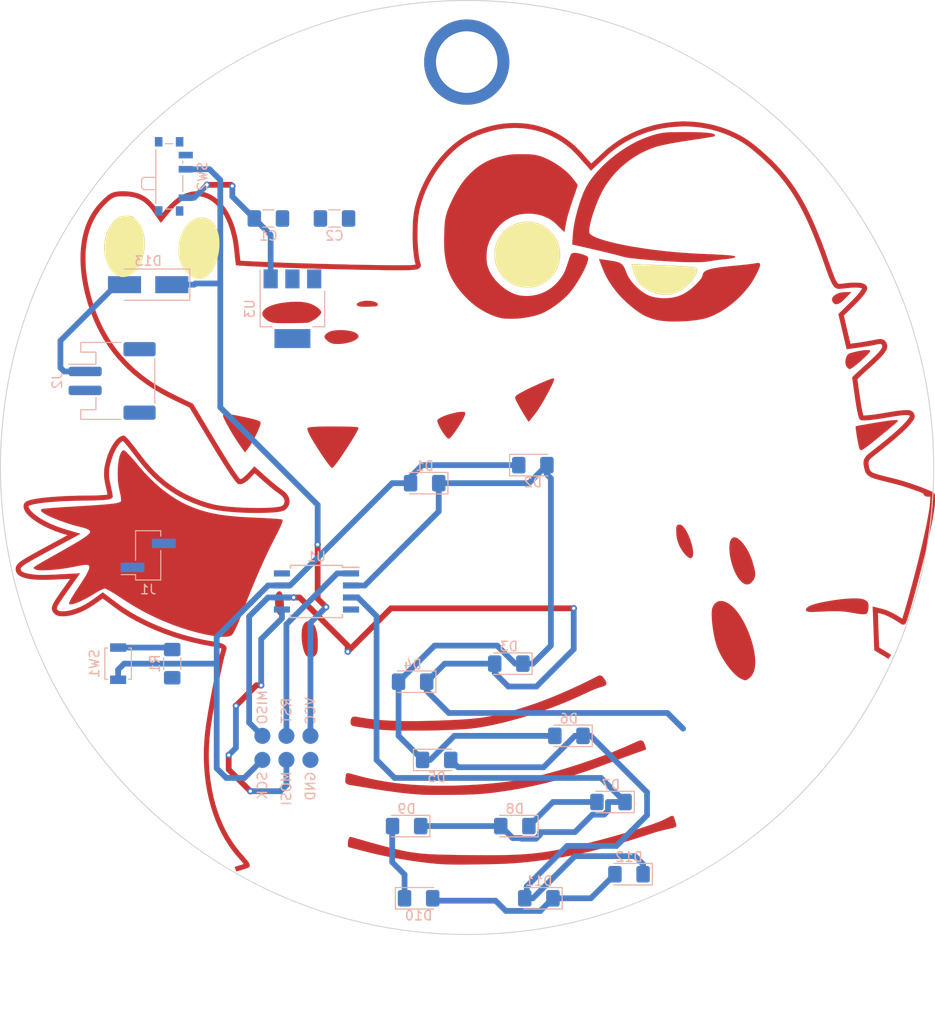
<source format=kicad_pcb>
(kicad_pcb (version 20171130) (host pcbnew 5.1.4-e60b266~84~ubuntu18.04.1)
  (layers (0 Top signal) (31 Bottom signal) (34 B.Paste user) (35 F.Paste user) (36 B.SilkS user) (37 F.SilkS user) (38 B.Mask user hide) (39 F.Mask user) (44 Edge.Cuts user))
  (net 0 "")
  (net 1 GND)
  (net 2 /T2)
  (net 3 /T3)
  (net 4 /T1)
  (net 5 /T0)
  (net 6 /T4)
  (net 7 /RST)
  (net 8 "Net-(R1-Pad1)")
  (net 9 "Net-(SW2-Pad3)")
  (net 10 VCC)
  (net 11 +5V)
  (net 12 VBAT)
  (net 13 "Net-(C1-Pad1)")
  (module LED_SMD:LED_1206_3216Metric_Pad1.42x1.75mm_HandSolder (layer Bottom) (at 144.78 100.33 180)
    (fp_text reference D1 (at 0 1.82) (layer B.SilkS) (effects (justify mirror)))
    (fp_text value LED_Small_ALT)
    (pad 2 smd roundrect (at 1.4875 0 180) (size 1.425 1.75) (layers Bottom B.Paste B.Mask) (roundrect_rratio 0.175439) (net 2 /T2))
    (pad 1 smd roundrect (at -1.4875 0 180) (size 1.425 1.75) (layers Bottom B.Paste B.Mask) (roundrect_rratio 0.175439) (net 3 /T3))
  )
  (module LED_SMD:LED_1206_3216Metric_Pad1.42x1.75mm_HandSolder (layer Bottom) (at 156.21 98.425)
    (fp_text reference D2 (at 0 1.82) (layer B.SilkS) (effects (justify mirror)))
    (fp_text value LED_Small_ALT)
    (pad 1 smd roundrect (at -1.4875 0) (size 1.425 1.75) (layers Bottom B.Paste B.Mask) (roundrect_rratio 0.175439) (net 2 /T2))
    (pad 2 smd roundrect (at 1.4875 0) (size 1.425 1.75) (layers Bottom B.Paste B.Mask) (roundrect_rratio 0.175439) (net 3 /T3))
  )
  (module LED_SMD:LED_1206_3216Metric_Pad1.42x1.75mm_HandSolder (layer Bottom) (at 153.67 119.38 180)
    (fp_text reference D3 (at 0 1.82) (layer B.SilkS) (effects (justify mirror)))
    (fp_text value LED_Small_ALT)
    (pad 2 smd roundrect (at 1.4875 0 180) (size 1.425 1.75) (layers Bottom B.Paste B.Mask) (roundrect_rratio 0.175439) (net 4 /T1))
    (pad 1 smd roundrect (at -1.4875 0 180) (size 1.425 1.75) (layers Bottom B.Paste B.Mask) (roundrect_rratio 0.175439) (net 3 /T3))
  )
  (module LED_SMD:LED_1206_3216Metric_Pad1.42x1.75mm_HandSolder (layer Bottom) (at 143.51 121.285 180)
    (fp_text reference D4 (at 0 1.82) (layer B.SilkS) (effects (justify mirror)))
    (fp_text value LED_Small_ALT)
    (pad 1 smd roundrect (at -1.4875 0 180) (size 1.425 1.75) (layers Bottom B.Paste B.Mask) (roundrect_rratio 0.175439) (net 4 /T1))
    (pad 2 smd roundrect (at 1.4875 0 180) (size 1.425 1.75) (layers Bottom B.Paste B.Mask) (roundrect_rratio 0.175439) (net 3 /T3))
  )
  (module LED_SMD:LED_1206_3216Metric_Pad1.42x1.75mm_HandSolder (layer Bottom) (at 146.05 129.54)
    (fp_text reference D5 (at 0 1.82) (layer B.SilkS) (effects (justify mirror)))
    (fp_text value LED_Small_ALT)
    (pad 1 smd roundrect (at -1.4875 0) (size 1.425 1.75) (layers Bottom B.Paste B.Mask) (roundrect_rratio 0.175439) (net 3 /T3))
    (pad 2 smd roundrect (at 1.4875 0) (size 1.425 1.75) (layers Bottom B.Paste B.Mask) (roundrect_rratio 0.175439) (net 5 /T0))
  )
  (module LED_SMD:LED_1206_3216Metric_Pad1.42x1.75mm_HandSolder (layer Bottom) (at 160.02 127 180)
    (fp_text reference D6 (at 0 1.82) (layer B.SilkS) (effects (justify mirror)))
    (fp_text value LED_Small_ALT)
    (pad 1 smd roundrect (at -1.4875 0 180) (size 1.425 1.75) (layers Bottom B.Paste B.Mask) (roundrect_rratio 0.175439) (net 5 /T0))
    (pad 2 smd roundrect (at 1.4875 0 180) (size 1.425 1.75) (layers Bottom B.Paste B.Mask) (roundrect_rratio 0.175439) (net 3 /T3))
  )
  (module LED_SMD:LED_1206_3216Metric_Pad1.42x1.75mm_HandSolder (layer Bottom) (at 164.465 133.985 180)
    (fp_text reference D7 (at 0 1.82) (layer B.SilkS) (effects (justify mirror)))
    (fp_text value LED_Small_ALT)
    (pad 2 smd roundrect (at 1.4875 0 180) (size 1.425 1.75) (layers Bottom B.Paste B.Mask) (roundrect_rratio 0.175439) (net 2 /T2))
    (pad 1 smd roundrect (at -1.4875 0 180) (size 1.425 1.75) (layers Bottom B.Paste B.Mask) (roundrect_rratio 0.175439) (net 6 /T4))
  )
  (module LED_SMD:LED_1206_3216Metric_Pad1.42x1.75mm_HandSolder (layer Bottom) (at 154.305 136.525 180)
    (fp_text reference D8 (at 0 1.82) (layer B.SilkS) (effects (justify mirror)))
    (fp_text value LED_Small_ALT)
    (pad 2 smd roundrect (at 1.4875 0 180) (size 1.425 1.75) (layers Bottom B.Paste B.Mask) (roundrect_rratio 0.175439) (net 6 /T4))
    (pad 1 smd roundrect (at -1.4875 0 180) (size 1.425 1.75) (layers Bottom B.Paste B.Mask) (roundrect_rratio 0.175439) (net 2 /T2))
  )
  (module LED_SMD:LED_1206_3216Metric_Pad1.42x1.75mm_HandSolder (layer Bottom) (at 142.875 136.525 180)
    (fp_text reference D9 (at 0 1.82) (layer B.SilkS) (effects (justify mirror)))
    (fp_text value LED_Small_ALT)
    (pad 1 smd roundrect (at -1.4875 0 180) (size 1.425 1.75) (layers Bottom B.Paste B.Mask) (roundrect_rratio 0.175439) (net 6 /T4))
    (pad 2 smd roundrect (at 1.4875 0 180) (size 1.425 1.75) (layers Bottom B.Paste B.Mask) (roundrect_rratio 0.175439) (net 4 /T1))
  )
  (module LED_SMD:LED_1206_3216Metric_Pad1.42x1.75mm_HandSolder (layer Bottom) (at 144.145 144.145)
    (fp_text reference D10 (at 0 1.82) (layer B.SilkS) (effects (justify mirror)))
    (fp_text value LED_Small_ALT)
    (pad 1 smd roundrect (at -1.4875 0) (size 1.425 1.75) (layers Bottom B.Paste B.Mask) (roundrect_rratio 0.175439) (net 4 /T1))
    (pad 2 smd roundrect (at 1.4875 0) (size 1.425 1.75) (layers Bottom B.Paste B.Mask) (roundrect_rratio 0.175439) (net 6 /T4))
  )
  (module LED_SMD:LED_1206_3216Metric_Pad1.42x1.75mm_HandSolder (layer Bottom) (at 156.845 144.145 180)
    (fp_text reference D11 (at 0 1.82) (layer B.SilkS) (effects (justify mirror)))
    (fp_text value LED_Small_ALT)
    (pad 2 smd roundrect (at 1.4875 0 180) (size 1.425 1.75) (layers Bottom B.Paste B.Mask) (roundrect_rratio 0.175439) (net 5 /T0))
    (pad 1 smd roundrect (at -1.4875 0 180) (size 1.425 1.75) (layers Bottom B.Paste B.Mask) (roundrect_rratio 0.175439) (net 6 /T4))
  )
  (module LED_SMD:LED_1206_3216Metric_Pad1.42x1.75mm_HandSolder (layer Bottom) (at 166.37 141.605 180)
    (fp_text reference D12 (at 0 1.82) (layer B.SilkS) (effects (justify mirror)))
    (fp_text value LED_Small_ALT)
    (pad 2 smd roundrect (at 1.4875 0 180) (size 1.425 1.75) (layers Bottom B.Paste B.Mask) (roundrect_rratio 0.175439) (net 6 /T4))
    (pad 1 smd roundrect (at -1.4875 0 180) (size 1.425 1.75) (layers Bottom B.Paste B.Mask) (roundrect_rratio 0.175439) (net 5 /T0))
  )
  (module Resistor_SMD:R_1206_3216Metric_Pad1.42x1.75mm_HandSolder (layer Bottom) (at 118.11 119.38 270)
    (fp_text reference R1 (at 0 1.82 90) (layer B.SilkS) (effects (justify mirror)))
    (fp_text value R)
    (pad 1 smd roundrect (at -1.4875 0 270) (size 1.425 1.75) (layers Bottom B.Paste B.Mask) (roundrect_rratio 0.175439) (net 8 "Net-(R1-Pad1)"))
    (pad 2 smd roundrect (at 1.4875 0 270) (size 1.425 1.75) (layers Bottom B.Paste B.Mask) (roundrect_rratio 0.175439) (net 1 GND))
  )
  (module Button_Switch_SMD:SW_SPDT_PCM12 (layer Bottom) (at 118.11 67.945 90)
    (fp_text reference SW2 (at 0 3.2 90) (layer B.SilkS) (effects (justify mirror)))
    (fp_text value SW_Push_SPDT)
    (pad "" np_thru_hole circle (at -1.5 -0.33 90) (size 0.9 0.9) (drill 0.9) (layers *.Cu *.Mask))
    (pad "" np_thru_hole circle (at 1.5 -0.33 90) (size 0.9 0.9) (drill 0.9) (layers *.Cu *.Mask))
    (pad 1 smd rect (at -2.25 1.43 90) (size 0.7 1.5) (layers Bottom B.Paste B.Mask) (net 13 "Net-(C1-Pad1)"))
    (pad 2 smd rect (at 0.75 1.43 90) (size 0.7 1.5) (layers Bottom B.Paste B.Mask) (net 10 VCC))
    (pad 3 smd rect (at 2.25 1.43 90) (size 0.7 1.5) (layers Bottom B.Paste B.Mask) (net 9 "Net-(SW2-Pad3)"))
    (pad "" smd rect (at -3.65 -1.43 90) (size 1 0.8) (layers Bottom B.Paste B.Mask))
    (pad "" smd rect (at 3.65 -1.43 90) (size 1 0.8) (layers Bottom B.Paste B.Mask))
    (pad "" smd rect (at 3.65 0.78 90) (size 1 0.8) (layers Bottom B.Paste B.Mask))
    (pad "" smd rect (at -3.65 0.78 90) (size 1 0.8) (layers Bottom B.Paste B.Mask))
  )
  (module Package_SO:SOIJ-8_5.3x5.3mm_P1.27mm (layer Bottom) (at 133.35 111.76 180)
    (fp_text reference U1 (at 0 3.68) (layer B.SilkS) (effects (justify mirror)))
    (fp_text value ATtiny85-20SU)
    (pad 1 smd rect (at -3.65 1.905 180) (size 1.7 0.65) (layers Bottom B.Paste B.Mask) (net 7 /RST))
    (pad 2 smd rect (at -3.65 0.635 180) (size 1.7 0.65) (layers Bottom B.Paste B.Mask) (net 3 /T3))
    (pad 3 smd rect (at -3.65 -0.635 180) (size 1.7 0.65) (layers Bottom B.Paste B.Mask) (net 6 /T4))
    (pad 4 smd rect (at -3.65 -1.905 180) (size 1.7 0.65) (layers Bottom B.Paste B.Mask) (net 1 GND))
    (pad 5 smd rect (at 3.65 -1.905 180) (size 1.7 0.65) (layers Bottom B.Paste B.Mask) (net 5 /T0))
    (pad 6 smd rect (at 3.65 -0.635 180) (size 1.7 0.65) (layers Bottom B.Paste B.Mask) (net 4 /T1))
    (pad 7 smd rect (at 3.65 0.635 180) (size 1.7 0.65) (layers Bottom B.Paste B.Mask) (net 2 /T2))
    (pad 8 smd rect (at 3.65 1.905 180) (size 1.7 0.65) (layers Bottom B.Paste B.Mask) (net 11 +5V))
  )
  (module Button_Switch_SMD:SW_SPST_B3U-1000P (layer Bottom) (at 112.395 119.38 270)
    (fp_text reference SW1 (at 0 2.5 90) (layer B.SilkS) (effects (justify mirror)))
    (fp_text value SW_Push)
    (pad 1 smd rect (at -1.7 0 270) (size 0.9 1.7) (layers Bottom B.Paste B.Mask) (net 8 "Net-(R1-Pad1)"))
    (pad 2 smd rect (at 1.7 0 270) (size 0.9 1.7) (layers Bottom B.Paste B.Mask) (net 2 /T2))
  )
  (module Tiny:MountingHole_Codi_Coin (layer Top) (at 149.225 55.88)
    (fp_text reference H1)
    (fp_text value MountingHole)
    (pad 1 thru_hole circle (at 0 0) (size 9 9) (drill 6.5) (layers *.Cu *.Mask))
  )
  (module Cody_Coin:Cody_Coin (layer Top) (at 149.225 98.425)
    (fp_text reference U2 hide)
    (fp_text value Codi_Coin hide)
    (fp_poly (pts (xy 23.683788 -36.258567) (xy 24.3958 -36.197965) (xy 25.100913 -36.098189) (xy 25.796626 -35.959873) (xy 26.480436 -35.783653) (xy 27.149843 -35.570164) (xy 27.802342 -35.320041) (xy 28.435433 -35.033919) (xy 28.969221 -34.755797) (xy 29.230655 -34.605049) (xy 29.489974 -34.443721) (xy 29.751739 -34.268493) (xy 30.020512 -34.076049) (xy 30.300854 -33.863071) (xy 30.597327 -33.626241) (xy 30.914492 -33.362243) (xy 31.082761 -33.218586) (xy 31.682675 -32.686272) (xy 32.243697 -32.15423) (xy 32.769087 -31.618823) (xy 33.262105 -31.076412) (xy 33.726012 -30.52336) (xy 34.164068 -29.956029) (xy 34.579534 -29.370782) (xy 34.722827 -29.157083) (xy 34.978782 -28.760211) (xy 35.22798 -28.35423) (xy 35.471521 -27.936741) (xy 35.710507 -27.505346) (xy 35.946037 -27.057646) (xy 36.179211 -26.591242) (xy 36.41113 -26.103735) (xy 36.642894 -25.592726) (xy 36.875603 -25.055816) (xy 37.110358 -24.490608) (xy 37.348257 -23.894701) (xy 37.590403 -23.265696) (xy 37.837895 -22.601196) (xy 38.091833 -21.898802) (xy 38.227451 -21.515916) (xy 38.355657 -21.15353) (xy 38.4719 -20.829343) (xy 38.577071 -20.541219) (xy 38.672056 -20.287023) (xy 38.757745 -20.064617) (xy 38.835027 -19.871867) (xy 38.904789 -19.706635) (xy 38.967922 -19.566786) (xy 39.025312 -19.450183) (xy 39.077849 -19.354691) (xy 39.126422 -19.278173) (xy 39.171919 -19.218493) (xy 39.192776 -19.195356) (xy 39.226083 -19.166161) (xy 39.265434 -19.145651) (xy 39.316638 -19.133546) (xy 39.385503 -19.129567) (xy 39.477837 -19.133434) (xy 39.599449 -19.144868) (xy 39.756147 -19.16359) (xy 39.78275 -19.166973) (xy 40.025487 -19.197017) (xy 40.234951 -19.220468) (xy 40.419598 -19.237872) (xy 40.587883 -19.249773) (xy 40.748261 -19.256718) (xy 40.909186 -19.259251) (xy 41.079115 -19.257918) (xy 41.16458 -19.25611) (xy 41.32722 -19.251342) (xy 41.455199 -19.245551) (xy 41.55619 -19.238038) (xy 41.637864 -19.2281) (xy 41.707894 -19.215038) (xy 41.761834 -19.201552) (xy 41.932997 -19.144186) (xy 42.068102 -19.075221) (xy 42.1726 -18.99137) (xy 42.234218 -18.916663) (xy 42.290286 -18.816063) (xy 42.314728 -18.717374) (xy 42.307514 -18.612207) (xy 42.268615 -18.49217) (xy 42.23244 -18.414249) (xy 42.171734 -18.301667) (xy 42.099848 -18.184396) (xy 42.014966 -18.060404) (xy 41.915275 -17.92766) (xy 41.798958 -17.784132) (xy 41.664202 -17.627789) (xy 41.509192 -17.4566) (xy 41.332112 -17.268532) (xy 41.131149 -17.061555) (xy 40.904487 -16.833638) (xy 40.650311 -16.582747) (xy 40.366807 -16.306853) (xy 40.243446 -16.187747) (xy 39.836309 -15.795434) (xy 40.184137 -14.30879) (xy 40.241215 -14.065126) (xy 40.295548 -13.833732) (xy 40.346363 -13.617874) (xy 40.392884 -13.420821) (xy 40.434335 -13.245839) (xy 40.469942 -13.096196) (xy 40.498929 -12.975159) (xy 40.52052 -12.885996) (xy 40.53394 -12.831973) (xy 40.538358 -12.816107) (xy 40.560014 -12.817649) (xy 40.61896 -12.824649) (xy 40.71059 -12.836489) (xy 40.830301 -12.85255) (xy 40.973487 -12.872212) (xy 41.135543 -12.894857) (xy 41.311864 -12.919865) (xy 41.3385 -12.923674) (xy 41.821342 -12.995546) (xy 42.268701 -13.06801) (xy 42.687422 -13.142255) (xy 43.084352 -13.219468) (xy 43.285834 -13.261488) (xy 43.511265 -13.299093) (xy 43.707146 -13.308323) (xy 43.876175 -13.288224) (xy 44.021053 -13.237844) (xy 44.14448 -13.156228) (xy 44.249157 -13.042425) (xy 44.337783 -12.895479) (xy 44.341023 -12.888918) (xy 44.396248 -12.749383) (xy 44.423788 -12.609439) (xy 44.422579 -12.466527) (xy 44.391553 -12.318089) (xy 44.329645 -12.161567) (xy 44.235788 -11.994402) (xy 44.108917 -11.814038) (xy 43.947964 -11.617914) (xy 43.751865 -11.403474) (xy 43.699058 -11.348592) (xy 43.617312 -11.265194) (xy 43.530909 -11.178821) (xy 43.43727 -11.087069) (xy 43.333818 -10.987532) (xy 43.217974 -10.877808) (xy 43.087162 -10.755491) (xy 42.938803 -10.618179) (xy 42.77032 -10.463467) (xy 42.579134 -10.28895) (xy 42.362669 -10.092225) (xy 42.118345 -9.870887) (xy 41.994667 -9.759037) (xy 41.813858 -9.594705) (xy 41.657009 -9.450303) (xy 41.525472 -9.327125) (xy 41.420595 -9.226467) (xy 41.343731 -9.149625) (xy 41.296228 -9.097894) (xy 41.279465 -9.072823) (xy 41.281005 -9.041018) (xy 41.288352 -8.971533) (xy 41.300904 -8.868531) (xy 41.318058 -8.736179) (xy 41.339211 -8.578641) (xy 41.36376 -8.400081) (xy 41.3911 -8.204664) (xy 41.420631 -7.996555) (xy 41.451747 -7.779918) (xy 41.483847 -7.558919) (xy 41.516326 -7.337722) (xy 41.548582 -7.120491) (xy 41.580013 -6.911392) (xy 41.610014 -6.714589) (xy 41.637982 -6.534247) (xy 41.663315 -6.37453) (xy 41.685409 -6.239603) (xy 41.703662 -6.133631) (xy 41.710555 -6.096) (xy 41.738771 -5.950115) (xy 41.768928 -5.800933) (xy 41.798577 -5.660126) (xy 41.825268 -5.539363) (xy 41.843848 -5.461) (xy 41.899417 -5.23875) (xy 42.1005 -5.245145) (xy 42.307794 -5.256033) (xy 42.547877 -5.276645) (xy 42.822165 -5.307165) (xy 43.13207 -5.347774) (xy 43.479008 -5.398656) (xy 43.86439 -5.459991) (xy 44.185417 -5.513976) (xy 44.531159 -5.572713) (xy 44.838876 -5.623651) (xy 45.112067 -5.667242) (xy 45.354228 -5.703935) (xy 45.568858 -5.734181) (xy 45.759453 -5.75843) (xy 45.929512 -5.777132) (xy 46.082533 -5.790738) (xy 46.222012 -5.799698) (xy 46.351447 -5.804461) (xy 46.45025 -5.805554) (xy 46.580247 -5.804706) (xy 46.676998 -5.80164) (xy 46.749572 -5.795425) (xy 46.807038 -5.785129) (xy 46.858464 -5.769819) (xy 46.881575 -5.761232) (xy 47.024459 -5.694008) (xy 47.132732 -5.61358) (xy 47.213753 -5.512276) (xy 47.274883 -5.38242) (xy 47.291313 -5.334) (xy 47.319208 -5.223725) (xy 47.32704 -5.12354) (xy 47.312817 -5.025104) (xy 47.274544 -4.920075) (xy 47.210228 -4.800114) (xy 47.135862 -4.68356) (xy 47.008764 -4.509327) (xy 46.846391 -4.313616) (xy 46.649523 -4.097134) (xy 46.418938 -3.860589) (xy 46.155417 -3.604687) (xy 45.859739 -3.330136) (xy 45.532683 -3.037644) (xy 45.175029 -2.727917) (xy 44.787556 -2.401663) (xy 44.371044 -2.059588) (xy 43.926271 -1.702402) (xy 43.454019 -1.33081) (xy 43.36258 -1.259671) (xy 43.161728 -1.102483) (xy 42.992704 -0.96739) (xy 42.852821 -0.851972) (xy 42.739395 -0.753809) (xy 42.649742 -0.670481) (xy 42.581175 -0.599565) (xy 42.531011 -0.538643) (xy 42.496565 -0.485293) (xy 42.49032 -0.47331) (xy 42.464146 -0.387308) (xy 42.452252 -0.270654) (xy 42.453719 -0.132209) (xy 42.467634 0.019168) (xy 42.49308 0.174614) (xy 42.529143 0.325271) (xy 42.574906 0.462277) (xy 42.590962 0.50069) (xy 42.62089 0.559519) (xy 42.658141 0.614071) (xy 42.705254 0.665308) (xy 42.764763 0.714194) (xy 42.839208 0.761693) (xy 42.931123 0.808768) (xy 43.043045 0.856382) (xy 43.177513 0.905499) (xy 43.337061 0.957083) (xy 43.524227 1.012096) (xy 43.741548 1.071503) (xy 43.991561 1.136267) (xy 44.276801 1.207351) (xy 44.599807 1.285718) (xy 44.756917 1.323321) (xy 45.499979 1.512835) (xy 46.24445 1.727581) (xy 46.998416 1.97004) (xy 47.769962 2.242695) (xy 47.857834 2.275224) (xy 48.000608 2.329253) (xy 48.1563 2.389804) (xy 48.319863 2.454764) (xy 48.48625 2.522018) (xy 48.650415 2.589454) (xy 48.80731 2.654958) (xy 48.95189 2.716416) (xy 49.079107 2.771714) (xy 49.183915 2.818738) (xy 49.261267 2.855376) (xy 49.306117 2.879513) (xy 49.313502 2.884888) (xy 49.349146 2.928251) (xy 49.390912 2.993844) (xy 49.419335 3.04683) (xy 49.441227 3.093817) (xy 49.456996 3.137168) (xy 49.467848 3.185357) (xy 49.47499 3.246858) (xy 49.479627 3.330147) (xy 49.482966 3.443697) (xy 49.484285 3.503084) (xy 49.48283 3.708656) (xy 49.470254 3.94434) (xy 49.446405 4.210985) (xy 49.411134 4.509441) (xy 49.36429 4.840561) (xy 49.305724 5.205194) (xy 49.235284 5.604191) (xy 49.152822 6.038402) (xy 49.058186 6.508679) (xy 48.951227 7.015872) (xy 48.831795 7.560831) (xy 48.699739 8.144407) (xy 48.555956 8.763) (xy 48.453521 9.1938) (xy 48.344863 9.641918) (xy 48.230932 10.103804) (xy 48.112681 10.57591) (xy 47.99106 11.054688) (xy 47.867021 11.536588) (xy 47.741514 12.018061) (xy 47.615492 12.49556) (xy 47.489906 12.965536) (xy 47.365707 13.424439) (xy 47.243845 13.868721) (xy 47.125274 14.294834) (xy 47.010943 14.699228) (xy 46.901804 15.078355) (xy 46.798808 15.428667) (xy 46.702908 15.746614) (xy 46.615053 16.028648) (xy 46.573944 16.156615) (xy 46.513884 16.33927) (xy 46.463404 16.48546) (xy 46.419778 16.599227) (xy 46.380283 16.684612) (xy 46.342194 16.745655) (xy 46.302786 16.7864) (xy 46.259335 16.810885) (xy 46.209117 16.823154) (xy 46.149406 16.827247) (xy 46.121649 16.8275) (xy 45.980946 16.8275) (xy 45.675848 16.619795) (xy 45.419898 16.451932) (xy 45.158731 16.292631) (xy 44.898833 16.145331) (xy 44.646692 16.013471) (xy 44.408796 15.90049) (xy 44.191632 15.809826) (xy 44.058417 15.762451) (xy 43.963835 15.733184) (xy 43.858392 15.702915) (xy 43.750053 15.673642) (xy 43.646782 15.647359) (xy 43.556543 15.626064) (xy 43.487302 15.611752) (xy 43.447023 15.60642) (xy 43.44039 15.607554) (xy 43.440074 15.629163) (xy 43.441212 15.689326) (xy 43.443674 15.784311) (xy 43.447328 15.910388) (xy 43.452044 16.063826) (xy 43.45769 16.240895) (xy 43.464135 16.437862) (xy 43.471248 16.650998) (xy 43.478897 16.87657) (xy 43.486952 17.110849) (xy 43.495282 17.350103) (xy 43.503754 17.590601) (xy 43.512238 17.828613) (xy 43.520603 18.060407) (xy 43.528718 18.282252) (xy 43.536451 18.490418) (xy 43.543671 18.681173) (xy 43.550247 18.850786) (xy 43.556048 18.995528) (xy 43.560942 19.111665) (xy 43.564799 19.195468) (xy 43.567487 19.243206) (xy 43.568574 19.25316) (xy 43.586774 19.264109) (xy 43.637147 19.294297) (xy 43.715536 19.341232) (xy 43.817782 19.402427) (xy 43.939724 19.475391) (xy 44.077206 19.557637) (xy 44.200855 19.631596) (xy 44.347747 19.719944) (xy 44.482035 19.801664) (xy 44.59964 19.874199) (xy 44.696479 19.934991) (xy 44.768472 19.981483) (xy 44.811536 20.011115) (xy 44.822372 20.021103) (xy 44.795197 20.066694) (xy 44.756267 20.131426) (xy 44.710834 20.206635) (xy 44.664153 20.283658) (xy 44.621477 20.353832) (xy 44.588059 20.408495) (xy 44.569155 20.438982) (xy 44.566841 20.442459) (xy 44.547505 20.43411) (xy 44.496787 20.406243) (xy 44.419281 20.361646) (xy 44.319582 20.303111) (xy 44.202286 20.233428) (xy 44.071988 20.155387) (xy 43.933283 20.071779) (xy 43.790765 19.985393) (xy 43.649031 19.899021) (xy 43.512674 19.815451) (xy 43.386291 19.737476) (xy 43.274476 19.667884) (xy 43.181824 19.609467) (xy 43.11293 19.565015) (xy 43.07239 19.537318) (xy 43.063367 19.529489) (xy 43.061523 19.505338) (xy 43.058317 19.441761) (xy 43.05386 19.341642) (xy 43.048265 19.207861) (xy 43.041644 19.043303) (xy 43.034109 18.850849) (xy 43.025773 18.633381) (xy 43.016746 18.393782) (xy 43.007142 18.134934) (xy 42.997072 17.85972) (xy 42.986648 17.571022) (xy 42.980501 17.399) (xy 42.969799 17.099986) (xy 42.959313 16.810138) (xy 42.949161 16.532614) (xy 42.939467 16.270577) (xy 42.930349 16.027187) (xy 42.921928 15.805605) (xy 42.914326 15.60899) (xy 42.907662 15.440504) (xy 42.902058 15.303307) (xy 42.897633 15.20056) (xy 42.894508 15.135424) (xy 42.893495 15.118292) (xy 42.888305 15.032599) (xy 42.88819 14.980692) (xy 42.894542 14.954185) (xy 42.908755 14.944689) (xy 42.922486 14.943667) (xy 42.957303 14.948877) (xy 43.026673 14.963442) (xy 43.124254 14.985764) (xy 43.243706 15.014244) (xy 43.378689 15.047285) (xy 43.522863 15.083289) (xy 43.669887 15.120657) (xy 43.813422 15.157792) (xy 43.947127 15.193095) (xy 44.064662 15.224969) (xy 44.159686 15.251814) (xy 44.225861 15.272034) (xy 44.22775 15.27266) (xy 44.387059 15.331784) (xy 44.572796 15.410955) (xy 44.776727 15.505911) (xy 44.990622 15.61239) (xy 45.206249 15.726131) (xy 45.415375 15.842873) (xy 45.60977 15.958355) (xy 45.781201 16.068313) (xy 45.832163 16.103243) (xy 45.904384 16.15164) (xy 45.963379 16.187265) (xy 46.001007 16.205405) (xy 46.009822 16.206067) (xy 46.024844 16.17638) (xy 46.050006 16.108522) (xy 46.084531 16.005224) (xy 46.12764 15.869217) (xy 46.178556 15.70323) (xy 46.236501 15.509994) (xy 46.300697 15.29224) (xy 46.370365 15.052697) (xy 46.444727 14.794097) (xy 46.523006 14.519169) (xy 46.604424 14.230644) (xy 46.688201 13.931253) (xy 46.773561 13.623726) (xy 46.859726 13.310793) (xy 46.945916 12.995185) (xy 47.031355 12.679631) (xy 47.115264 12.366864) (xy 47.196865 12.059612) (xy 47.262216 11.811) (xy 47.448926 11.090485) (xy 47.626036 10.393643) (xy 47.793318 9.721555) (xy 47.950544 9.075305) (xy 48.097489 8.455975) (xy 48.233923 7.864648) (xy 48.359621 7.302406) (xy 48.474355 6.770331) (xy 48.577897 6.269506) (xy 48.670022 5.801013) (xy 48.7505 5.365936) (xy 48.819106 4.965357) (xy 48.875612 4.600357) (xy 48.919791 4.27202) (xy 48.951416 3.981429) (xy 48.970259 3.729664) (xy 48.973588 3.656542) (xy 48.985989 3.323167) (xy 48.79762 3.323049) (xy 48.701898 3.320574) (xy 48.612995 3.314095) (xy 48.546301 3.304854) (xy 48.532677 3.301661) (xy 48.413163 3.250319) (xy 48.322404 3.172689) (xy 48.26471 3.072985) (xy 48.251639 3.026828) (xy 48.245596 3.010502) (xy 48.232144 2.99385) (xy 48.207973 2.975474) (xy 48.169769 2.953973) (xy 48.114222 2.927948) (xy 48.038018 2.895998) (xy 47.937846 2.856725) (xy 47.810394 2.808728) (xy 47.652349 2.750609) (xy 47.4604 2.680966) (xy 47.27575 2.614413) (xy 47.003752 2.517762) (xy 46.74575 2.428829) (xy 46.495789 2.345868) (xy 46.247914 2.267131) (xy 45.996169 2.190868) (xy 45.734599 2.115333) (xy 45.45725 2.038778) (xy 45.158165 1.959453) (xy 44.831391 1.875612) (xy 44.470971 1.785507) (xy 44.35064 1.755822) (xy 44.047796 1.680757) (xy 43.782881 1.613713) (xy 43.552489 1.553578) (xy 43.353215 1.499237) (xy 43.18165 1.449576) (xy 43.03439 1.403482) (xy 42.908027 1.35984) (xy 42.799156 1.317536) (xy 42.70437 1.275457) (xy 42.620262 1.232488) (xy 42.543428 1.187516) (xy 42.474635 1.142312) (xy 42.344596 1.032785) (xy 42.228076 0.897049) (xy 42.136299 0.74919) (xy 42.104054 0.677334) (xy 42.079423 0.605612) (xy 42.050166 0.508036) (xy 42.020791 0.400085) (xy 42.005439 0.338667) (xy 41.955041 0.097866) (xy 41.928022 -0.112696) (xy 41.924787 -0.298336) (xy 41.945741 -0.464373) (xy 41.991289 -0.616124) (xy 42.061837 -0.758907) (xy 42.092753 -0.808114) (xy 42.137856 -0.871794) (xy 42.190227 -0.936297) (xy 42.253175 -1.004595) (xy 42.330012 -1.079661) (xy 42.424046 -1.164467) (xy 42.53859 -1.261986) (xy 42.676953 -1.375191) (xy 42.842445 -1.507054) (xy 43.038376 -1.660548) (xy 43.065855 -1.681934) (xy 43.541811 -2.055444) (xy 43.988371 -2.412662) (xy 44.404934 -2.753045) (xy 44.790895 -3.076048) (xy 45.145651 -3.381126) (xy 45.4686 -3.667735) (xy 45.759139 -3.935329) (xy 46.016663 -4.183366) (xy 46.240569 -4.411299) (xy 46.430256 -4.618585) (xy 46.585118 -4.804679) (xy 46.700779 -4.963357) (xy 46.758016 -5.055172) (xy 46.789194 -5.123414) (xy 46.79633 -5.176198) (xy 46.781437 -5.221638) (xy 46.769478 -5.239967) (xy 46.751909 -5.257634) (xy 46.724423 -5.269955) (xy 46.679281 -5.278239) (xy 46.608741 -5.283793) (xy 46.505062 -5.287925) (xy 46.481256 -5.288648) (xy 46.393731 -5.290046) (xy 46.30288 -5.288818) (xy 46.205333 -5.284535) (xy 46.097719 -5.276769) (xy 45.976667 -5.26509) (xy 45.838806 -5.24907) (xy 45.680766 -5.228281) (xy 45.499175 -5.202293) (xy 45.290662 -5.170678) (xy 45.051857 -5.133008) (xy 44.779389 -5.088853) (xy 44.469887 -5.037785) (xy 44.344167 -5.016861) (xy 43.941393 -4.950752) (xy 43.577952 -4.893403) (xy 43.251805 -4.84462) (xy 42.960908 -4.804205) (xy 42.703222 -4.771963) (xy 42.476704 -4.747699) (xy 42.279314 -4.731217) (xy 42.10901 -4.722321) (xy 41.963751 -4.720816) (xy 41.841495 -4.726505) (xy 41.740202 -4.739193) (xy 41.65783 -4.758685) (xy 41.656303 -4.759161) (xy 41.582772 -4.786743) (xy 41.535519 -4.819535) (xy 41.498956 -4.869022) (xy 41.492876 -4.879577) (xy 41.451037 -4.968934) (xy 41.407833 -5.091427) (xy 41.362909 -5.248524) (xy 41.315913 -5.441691) (xy 41.266491 -5.672396) (xy 41.214291 -5.942108) (xy 41.15896 -6.252294) (xy 41.149471 -6.307666) (xy 41.133887 -6.402382) (xy 41.114125 -6.527764) (xy 41.090792 -6.679592) (xy 41.064493 -6.853644) (xy 41.035837 -7.045698) (xy 41.005428 -7.251534) (xy 40.973875 -7.46693) (xy 40.941785 -7.687664) (xy 40.909762 -7.909516) (xy 40.878416 -8.128262) (xy 40.848351 -8.339683) (xy 40.820176 -8.539556) (xy 40.794496 -8.72366) (xy 40.771919 -8.887774) (xy 40.753051 -9.027677) (xy 40.7385 -9.139146) (xy 40.72887 -9.21796) (xy 40.724771 -9.259898) (xy 40.724667 -9.263248) (xy 40.740313 -9.28811) (xy 40.787336 -9.33974) (xy 40.865862 -9.418257) (xy 40.976018 -9.523783) (xy 41.117929 -9.656437) (xy 41.291722 -9.816341) (xy 41.497524 -10.003616) (xy 41.554516 -10.055199) (xy 41.856249 -10.328469) (xy 42.128034 -10.575611) (xy 42.371721 -10.798443) (xy 42.589164 -10.998781) (xy 42.782212 -11.178441) (xy 42.952718 -11.339239) (xy 43.102533 -11.482993) (xy 43.23351 -11.611519) (xy 43.347499 -11.726633) (xy 43.446352 -11.830152) (xy 43.531922 -11.923892) (xy 43.606059 -12.009669) (xy 43.670615 -12.089301) (xy 43.727443 -12.164603) (xy 43.777308 -12.235786) (xy 43.827719 -12.31673) (xy 43.870448 -12.396646) (xy 43.897566 -12.460457) (xy 43.900345 -12.469685) (xy 43.91191 -12.527564) (xy 43.907389 -12.575938) (xy 43.883971 -12.634919) (xy 43.874537 -12.654278) (xy 43.845894 -12.707474) (xy 43.815895 -12.747828) (xy 43.779469 -12.775744) (xy 43.731548 -12.791626) (xy 43.667061 -12.79588) (xy 43.580939 -12.788908) (xy 43.468112 -12.771117) (xy 43.32351 -12.742909) (xy 43.169417 -12.710531) (xy 42.938124 -12.663054) (xy 42.691456 -12.616136) (xy 42.425002 -12.56905) (xy 42.134353 -12.52107) (xy 41.8151 -12.47147) (xy 41.462831 -12.419524) (xy 41.073137 -12.364505) (xy 41.043037 -12.360339) (xy 40.853292 -12.334226) (xy 40.676987 -12.310179) (xy 40.518436 -12.288772) (xy 40.381953 -12.270577) (xy 40.271853 -12.256166) (xy 40.192448 -12.246111) (xy 40.148054 -12.240986) (xy 40.140013 -12.240519) (xy 40.134661 -12.261301) (xy 40.120357 -12.320385) (xy 40.09779 -12.414849) (xy 40.067649 -12.541773) (xy 40.030624 -12.698239) (xy 39.987405 -12.881324) (xy 39.938679 -13.088111) (xy 39.885137 -13.315677) (xy 39.827468 -13.561104) (xy 39.766361 -13.821471) (xy 39.702506 -14.093858) (xy 39.70177 -14.097) (xy 39.267838 -15.949083) (xy 39.599377 -16.27763) (xy 39.697224 -16.37435) (xy 39.818721 -16.494061) (xy 39.957197 -16.630212) (xy 40.105981 -16.776252) (xy 40.258402 -16.92563) (xy 40.407787 -17.071796) (xy 40.483185 -17.145463) (xy 40.687647 -17.346425) (xy 40.864362 -17.52316) (xy 41.017088 -17.679719) (xy 41.149581 -17.820153) (xy 41.265597 -17.948515) (xy 41.368895 -18.068854) (xy 41.463231 -18.185223) (xy 41.539752 -18.284807) (xy 41.61717 -18.39168) (xy 41.68121 -18.487425) (xy 41.728717 -18.566724) (xy 41.756534 -18.624261) (xy 41.761506 -18.654719) (xy 41.760313 -18.656409) (xy 41.72158 -18.675853) (xy 41.648612 -18.695444) (xy 41.549482 -18.713846) (xy 41.432264 -18.729723) (xy 41.30503 -18.741737) (xy 41.211409 -18.747262) (xy 41.001726 -18.750571) (xy 40.766961 -18.743274) (xy 40.503197 -18.725104) (xy 40.206518 -18.695791) (xy 39.878 -18.655723) (xy 39.652274 -18.629448) (xy 39.464362 -18.615168) (xy 39.311485 -18.612868) (xy 39.190866 -18.622532) (xy 39.099724 -18.644142) (xy 39.081908 -18.651113) (xy 39.008641 -18.686875) (xy 38.938742 -18.731021) (xy 38.87112 -18.785736) (xy 38.804681 -18.853205) (xy 38.738336 -18.935611) (xy 38.670992 -19.035138) (xy 38.601558 -19.153972) (xy 38.528941 -19.294297) (xy 38.452052 -19.458296) (xy 38.369797 -19.648154) (xy 38.281086 -19.866056) (xy 38.184827 -20.114185) (xy 38.079927 -20.394726) (xy 37.965297 -20.709863) (xy 37.839843 -21.061781) (xy 37.750733 -21.314833) (xy 37.478369 -22.079933) (xy 37.211763 -22.805307) (xy 36.949922 -23.493025) (xy 36.691854 -24.145152) (xy 36.436564 -24.763755) (xy 36.18306 -25.350902) (xy 35.930348 -25.908659) (xy 35.677436 -26.439094) (xy 35.42333 -26.944273) (xy 35.167037 -27.426263) (xy 34.907563 -27.887132) (xy 34.643916 -28.328946) (xy 34.375102 -28.753773) (xy 34.100128 -29.163678) (xy 33.818001 -29.56073) (xy 33.733293 -29.675666) (xy 33.273239 -30.266296) (xy 32.776969 -30.848429) (xy 32.243273 -31.423321) (xy 31.670936 -31.992223) (xy 31.058749 -32.55639) (xy 30.405917 -33.116728) (xy 30.099903 -33.365849) (xy 29.814566 -33.587453) (xy 29.542969 -33.786106) (xy 29.278172 -33.966377) (xy 29.013239 -34.132832) (xy 28.74123 -34.290039) (xy 28.455208 -34.442567) (xy 28.194 -34.572864) (xy 27.588138 -34.847576) (xy 26.982551 -35.082757) (xy 26.370524 -35.28063) (xy 25.745339 -35.443416) (xy 25.251834 -35.546048) (xy 24.930433 -35.601015) (xy 24.595529 -35.649155) (xy 24.255184 -35.689764) (xy 23.917461 -35.722139) (xy 23.590421 -35.745577) (xy 23.282127 -35.759373) (xy 23.000642 -35.762825) (xy 22.817667 -35.758448) (xy 22.391262 -35.737416) (xy 22.000594 -35.711883) (xy 21.639225 -35.681002) (xy 21.300718 -35.643926) (xy 20.978633 -35.599806) (xy 20.666534 -35.547796) (xy 20.357981 -35.487047) (xy 20.046537 -35.416713) (xy 19.846978 -35.367362) (xy 19.182025 -35.177239) (xy 18.530363 -34.949733) (xy 17.894622 -34.686228) (xy 17.277433 -34.388112) (xy 16.681426 -34.056771) (xy 16.109232 -33.693593) (xy 15.56348 -33.299964) (xy 15.046803 -32.87727) (xy 14.933836 -32.777412) (xy 14.880765 -32.729073) (xy 14.800775 -32.655202) (xy 14.697691 -32.559372) (xy 14.575332 -32.445159) (xy 14.437522 -32.316136) (xy 14.288083 -32.175878) (xy 14.130837 -32.027958) (xy 13.969605 -31.875951) (xy 13.942689 -31.850542) (xy 13.788407 -31.705141) (xy 13.643294 -31.568919) (xy 13.510274 -31.444582) (xy 13.392267 -31.334835) (xy 13.292194 -31.242383) (xy 13.212979 -31.169932) (xy 13.157542 -31.120187) (xy 13.128805 -31.095854) (xy 13.12551 -31.093833) (xy 13.108772 -31.10928) (xy 13.067107 -31.153502) (xy 13.003361 -31.223325) (xy 12.920377 -31.315574) (xy 12.820999 -31.427072) (xy 12.708073 -31.554645) (xy 12.584442 -31.695118) (xy 12.476241 -31.818654) (xy 12.264347 -32.060468) (xy 12.07674 -32.273075) (xy 11.910436 -32.459644) (xy 11.762448 -32.623346) (xy 11.629793 -32.76735) (xy 11.509484 -32.894828) (xy 11.398536 -33.00895) (xy 11.293965 -33.112885) (xy 11.192785 -33.209804) (xy 11.092012 -33.302877) (xy 11.006667 -33.379365) (xy 10.534154 -33.769989) (xy 10.040403 -34.124196) (xy 9.526511 -34.441533) (xy 8.993573 -34.721548) (xy 8.442684 -34.963788) (xy 7.87494 -35.167798) (xy 7.291437 -35.333127) (xy 6.69327 -35.45932) (xy 6.081534 -35.545926) (xy 5.685257 -35.580247) (xy 5.067881 -35.599732) (xy 4.444817 -35.577829) (xy 3.817752 -35.514836) (xy 3.188372 -35.411049) (xy 2.558363 -35.266766) (xy 1.929414 -35.082285) (xy 1.30321 -34.857904) (xy 1.0795 -34.767719) (xy 0.624208 -34.563411) (xy 0.19087 -34.336676) (xy -0.225794 -34.083967) (xy -0.631063 -33.80174) (xy -1.030219 -33.486449) (xy -1.428539 -33.134548) (xy -1.611636 -32.96067) (xy -2.087392 -32.470709) (xy -2.536975 -31.949918) (xy -2.958566 -31.40146) (xy -3.350344 -30.828496) (xy -3.710491 -30.234187) (xy -4.037186 -29.621697) (xy -4.328611 -28.994187) (xy -4.582944 -28.354818) (xy -4.798367 -27.706753) (xy -4.945596 -27.16744) (xy -5.005784 -26.901644) (xy -5.05685 -26.628558) (xy -5.099358 -26.34285) (xy -5.133867 -26.039192) (xy -5.16094 -25.712255) (xy -5.181138 -25.356708) (xy -5.195023 -24.967221) (xy -5.199843 -24.754416) (xy -5.203392 -24.359212) (xy -5.199382 -23.96814) (xy -5.188158 -23.585114) (xy -5.170066 -23.214045) (xy -5.145452 -22.858845) (xy -5.114662 -22.523426) (xy -5.078041 -22.211701) (xy -5.035936 -21.92758) (xy -4.988691 -21.674976) (xy -4.936653 -21.457802) (xy -4.896898 -21.327001) (xy -4.861503 -21.203278) (xy -4.849339 -21.101692) (xy -4.859876 -21.009344) (xy -4.880991 -20.941931) (xy -4.932878 -20.858106) (xy -5.018771 -20.779714) (xy -5.130381 -20.714045) (xy -5.15002 -20.705229) (xy -5.232 -20.679462) (xy -5.353463 -20.655236) (xy -5.51157 -20.632945) (xy -5.703488 -20.612978) (xy -5.926379 -20.595728) (xy -5.958416 -20.593646) (xy -6.083461 -20.587714) (xy -6.248796 -20.583148) (xy -6.452404 -20.579906) (xy -6.692265 -20.577944) (xy -6.966361 -20.577218) (xy -7.272672 -20.577685) (xy -7.60918 -20.579302) (xy -7.973866 -20.582024) (xy -8.364711 -20.585808) (xy -8.779697 -20.59061) (xy -9.216804 -20.596388) (xy -9.674014 -20.603098) (xy -10.149308 -20.610695) (xy -10.640666 -20.619137) (xy -11.146071 -20.62838) (xy -11.663504 -20.63838) (xy -12.190945 -20.649095) (xy -12.726376 -20.660479) (xy -13.267777 -20.672491) (xy -13.813131 -20.685085) (xy -14.360418 -20.69822) (xy -14.907619 -20.711851) (xy -15.452716 -20.725934) (xy -15.99369 -20.740427) (xy -16.528521 -20.755285) (xy -17.055192 -20.770465) (xy -17.571683 -20.785924) (xy -18.075976 -20.801618) (xy -18.566051 -20.817503) (xy -19.03989 -20.833537) (xy -19.495473 -20.849674) (xy -19.930783 -20.865873) (xy -20.3438 -20.882089) (xy -20.732506 -20.898279) (xy -21.094881 -20.914399) (xy -21.314833 -20.924794) (xy -21.756839 -20.946311) (xy -22.158121 -20.966033) (xy -22.520246 -20.98405) (xy -22.84478 -21.00045) (xy -23.13329 -21.015325) (xy -23.387344 -21.028763) (xy -23.608508 -21.040854) (xy -23.798349 -21.051687) (xy -23.958435 -21.061354) (xy -24.090332 -21.069942) (xy -24.195607 -21.077543) (xy -24.275827 -21.084245) (xy -24.332559 -21.090138) (xy -24.36737 -21.095312) (xy -24.381827 -21.099857) (xy -24.382263 -21.100357) (xy -24.388057 -21.1267) (xy -24.397285 -21.1895) (xy -24.409253 -21.283082) (xy -24.423268 -21.40177) (xy -24.438637 -21.539891) (xy -24.454667 -21.691767) (xy -24.455569 -21.700557) (xy -24.490541 -22.038464) (xy -24.522332 -22.3381) (xy -24.551462 -22.603363) (xy -24.578452 -22.838154) (xy -24.603823 -23.046371) (xy -24.628095 -23.231915) (xy -24.651789 -23.398685) (xy -24.675425 -23.55058) (xy -24.699525 -23.6915) (xy -24.724609 -23.825344) (xy -24.751198 -23.956012) (xy -24.765828 -24.024166) (xy -24.892213 -24.54108) (xy -25.039692 -25.031516) (xy -25.207427 -25.494115) (xy -25.39458 -25.927516) (xy -25.600313 -26.330361) (xy -25.823787 -26.701288) (xy -26.064165 -27.038937) (xy -26.320607 -27.341949) (xy -26.592276 -27.608963) (xy -26.878333 -27.83862) (xy -27.177941 -28.029559) (xy -27.262501 -28.075049) (xy -27.523059 -28.197872) (xy -27.769975 -28.28808) (xy -28.013216 -28.348195) (xy -28.26275 -28.38074) (xy -28.500916 -28.388545) (xy -28.840211 -28.365073) (xy -29.176088 -28.299433) (xy -29.508461 -28.19166) (xy -29.837241 -28.04179) (xy -30.16234 -27.849857) (xy -30.483669 -27.615897) (xy -30.51175 -27.593308) (xy -30.613303 -27.509221) (xy -30.710216 -27.424793) (xy -30.805751 -27.336516) (xy -30.903171 -27.240884) (xy -31.00574 -27.134387) (xy -31.116721 -27.013519) (xy -31.239377 -26.874772) (xy -31.376972 -26.714637) (xy -31.532767 -26.529607) (xy -31.710027 -26.316175) (xy -31.789945 -26.219304) (xy -31.925282 -26.055308) (xy -32.036447 -25.921467) (xy -32.125937 -25.815058) (xy -32.196248 -25.733359) (xy -32.249876 -25.673647) (xy -32.289317 -25.6332) (xy -32.317067 -25.609294) (xy -32.335623 -25.599208) (xy -32.347481 -25.600218) (xy -32.352735 -25.605471) (xy -32.533913 -25.870611) (xy -32.693445 -26.103408) (xy -32.833337 -26.306627) (xy -32.955596 -26.483033) (xy -33.062231 -26.635392) (xy -33.155247 -26.766469) (xy -33.236652 -26.879029) (xy -33.308454 -26.975837) (xy -33.372659 -27.05966) (xy -33.431275 -27.133262) (xy -33.486308 -27.199408) (xy -33.539766 -27.260864) (xy -33.593656 -27.320395) (xy -33.611421 -27.339599) (xy -33.867362 -27.59083) (xy -34.134323 -27.803972) (xy -34.416561 -27.981298) (xy -34.718332 -28.125077) (xy -35.043894 -28.237583) (xy -35.397502 -28.321085) (xy -35.477528 -28.335457) (xy -35.578427 -28.348351) (xy -35.710496 -28.358818) (xy -35.865955 -28.366814) (xy -36.03702 -28.372292) (xy -36.215908 -28.375208) (xy -36.394837 -28.375515) (xy -36.566025 -28.373168) (xy -36.721688 -28.368121) (xy -36.854044 -28.36033) (xy -36.955311 -28.349747) (xy -36.987512 -28.344296) (xy -37.133774 -28.308498) (xy -37.269607 -28.260469) (xy -37.401664 -28.196303) (xy -37.536598 -28.112096) (xy -37.681063 -28.003945) (xy -37.841712 -27.867944) (xy -37.921621 -27.796103) (xy -38.303731 -27.421725) (xy -38.650954 -27.027208) (xy -38.963697 -26.611648) (xy -39.242368 -26.174142) (xy -39.487376 -25.713786) (xy -39.699127 -25.229677) (xy -39.87803 -24.720909) (xy -40.024492 -24.18658) (xy -40.138922 -23.625787) (xy -40.221727 -23.037624) (xy -40.260837 -22.612625) (xy -40.268585 -22.468152) (xy -40.27365 -22.289591) (xy -40.276161 -22.085094) (xy -40.276247 -21.862813) (xy -40.274038 -21.630901) (xy -40.269662 -21.397509) (xy -40.26325 -21.17079) (xy -40.254929 -20.958894) (xy -40.24483 -20.769976) (xy -40.233082 -20.612185) (xy -40.228352 -20.563416) (xy -40.12294 -19.754129) (xy -39.976432 -18.941469) (xy -39.788635 -18.124562) (xy -39.559353 -17.302536) (xy -39.373417 -16.721666) (xy -39.106063 -15.987055) (xy -38.804882 -15.268614) (xy -38.471574 -14.569511) (xy -38.107841 -13.892914) (xy -37.715383 -13.241992) (xy -37.295901 -12.619912) (xy -36.862236 -12.043833) (xy -36.443538 -11.542556) (xy -35.990608 -11.047375) (xy -35.5115 -10.566336) (xy -35.014269 -10.107483) (xy -34.506972 -9.67886) (xy -34.44143 -9.626357) (xy -34.187999 -9.427618) (xy -33.93839 -9.238349) (xy -33.689501 -9.056732) (xy -33.438232 -8.88095) (xy -33.181482 -8.709187) (xy -32.916151 -8.539627) (xy -32.639138 -8.370452) (xy -32.347343 -8.199846) (xy -32.037664 -8.025992) (xy -31.707001 -7.847074) (xy -31.352253 -7.661274) (xy -30.97032 -7.466777) (xy -30.558101 -7.261764) (xy -30.112495 -7.044421) (xy -29.67994 -6.836575) (xy -28.91163 -6.469614) (xy -27.432748 -4.002099) (xy -27.129118 -3.495964) (xy -26.845793 -3.024712) (xy -26.581726 -2.586677) (xy -26.335864 -2.18019) (xy -26.107159 -1.803584) (xy -25.89456 -1.455191) (xy -25.697018 -1.133343) (xy -25.513481 -0.836374) (xy -25.3429 -0.562614) (xy -25.184225 -0.310398) (xy -25.036406 -0.078056) (xy -24.898392 0.136079) (xy -24.769134 0.333674) (xy -24.647581 0.516396) (xy -24.532683 0.685915) (xy -24.423391 0.843896) (xy -24.318654 0.992009) (xy -24.217422 1.13192) (xy -24.118645 1.265298) (xy -24.10178 1.287763) (xy -24.037587 1.372171) (xy -23.992202 1.427789) (xy -23.959424 1.459982) (xy -23.933052 1.474117) (xy -23.906885 1.47556) (xy -23.888317 1.472489) (xy -23.813283 1.448608) (xy -23.727395 1.403886) (xy -23.628557 1.336518) (xy -23.514673 1.244699) (xy -23.38365 1.126625) (xy -23.233392 0.980492) (xy -23.061803 0.804495) (xy -22.866788 0.596829) (xy -22.848191 0.576714) (xy -22.432757 0.126844) (xy -22.343144 0.206297) (xy -22.308003 0.237707) (xy -22.245344 0.293986) (xy -22.159061 0.371626) (xy -22.053049 0.467117) (xy -21.931203 0.576951) (xy -21.797416 0.697619) (xy -21.655585 0.825613) (xy -21.60292 0.873158) (xy -21.264214 1.176564) (xy -20.95138 1.45166) (xy -20.661321 1.701007) (xy -20.39094 1.927165) (xy -20.137141 2.132693) (xy -19.896827 2.320151) (xy -19.6669 2.492099) (xy -19.495667 2.615062) (xy -19.268956 2.792439) (xy -19.080526 2.97727) (xy -18.930893 3.168225) (xy -18.820575 3.363972) (xy -18.750091 3.563181) (xy -18.719958 3.764523) (xy -18.730693 3.966667) (xy -18.782816 4.168282) (xy -18.839895 4.299927) (xy -18.898655 4.406751) (xy -18.962893 4.502332) (xy -19.035177 4.587359) (xy -19.118076 4.662518) (xy -19.214157 4.728494) (xy -19.325988 4.785976) (xy -19.456139 4.835649) (xy -19.607176 4.8782) (xy -19.781669 4.914315) (xy -19.982185 4.944682) (xy -20.211293 4.969986) (xy -20.47156 4.990915) (xy -20.765555 5.008155) (xy -21.095846 5.022392) (xy -21.465001 5.034313) (xy -21.600583 5.03798) (xy -22.02157 5.045033) (xy -22.456403 5.045007) (xy -22.900321 5.03823) (xy -23.348563 5.025031) (xy -23.796367 5.005737) (xy -24.238972 4.980677) (xy -24.671616 4.950178) (xy -25.089539 4.914568) (xy -25.48798 4.874176) (xy -25.862176 4.829329) (xy -26.207366 4.780355) (xy -26.51879 4.727583) (xy -26.7335 4.684366) (xy -27.234088 4.561765) (xy -27.752717 4.409652) (xy -28.280811 4.231437) (xy -28.809793 4.030528) (xy -29.331088 3.810332) (xy -29.83612 3.574259) (xy -30.316312 3.325715) (xy -30.691666 3.111317) (xy -31.218254 2.780061) (xy -31.722783 2.429704) (xy -32.208476 2.057279) (xy -32.678552 1.65982) (xy -33.136232 1.234363) (xy -33.584738 0.77794) (xy -34.027289 0.287588) (xy -34.467106 -0.23966) (xy -34.817558 -0.687916) (xy -34.988333 -0.912214) (xy -35.136115 -1.106071) (xy -35.263466 -1.272794) (xy -35.372948 -1.415692) (xy -35.467123 -1.538073) (xy -35.548554 -1.643245) (xy -35.619802 -1.734516) (xy -35.683431 -1.815195) (xy -35.742002 -1.888589) (xy -35.798078 -1.958006) (xy -35.854221 -2.026755) (xy -35.859939 -2.033723) (xy -35.945424 -2.13706) (xy -36.032584 -2.241066) (xy -36.113095 -2.335898) (xy -36.178631 -2.411709) (xy -36.199077 -2.434824) (xy -36.257887 -2.499718) (xy -36.296895 -2.537729) (xy -36.324351 -2.553681) (xy -36.348506 -2.552397) (xy -36.377168 -2.538935) (xy -36.471057 -2.474427) (xy -36.577317 -2.37619) (xy -36.691504 -2.249347) (xy -36.809178 -2.099018) (xy -36.925895 -1.930328) (xy -36.982015 -1.8415) (xy -37.149482 -1.540421) (xy -37.305065 -1.205071) (xy -37.445961 -0.84253) (xy -37.569366 -0.459874) (xy -37.652608 -0.148166) (xy -37.697209 0.040339) (xy -37.731263 0.198606) (xy -37.756127 0.337025) (xy -37.773157 0.465982) (xy -37.783711 0.595865) (xy -37.789145 0.737064) (xy -37.790816 0.899964) (xy -37.790826 0.910167) (xy -37.790441 1.032935) (xy -37.788521 1.139346) (xy -37.784161 1.236011) (xy -37.776451 1.329544) (xy -37.764485 1.426555) (xy -37.747354 1.533659) (xy -37.724152 1.657467) (xy -37.69397 1.804592) (xy -37.6559 1.981646) (xy -37.623364 2.130154) (xy -37.566972 2.389003) (xy -37.520096 2.609727) (xy -37.482159 2.795311) (xy -37.452582 2.948741) (xy -37.430787 3.073004) (xy -37.416197 3.171085) (xy -37.408826 3.2385) (xy -37.397388 3.376084) (xy -37.489402 3.464501) (xy -37.563681 3.525462) (xy -37.644002 3.565481) (xy -37.716801 3.58759) (xy -37.82892 3.612735) (xy -37.959452 3.635128) (xy -38.110953 3.654926) (xy -38.285981 3.672288) (xy -38.487094 3.687374) (xy -38.716849 3.70034) (xy -38.977804 3.711347) (xy -39.272517 3.720552) (xy -39.603544 3.728114) (xy -39.973444 3.734192) (xy -40.110833 3.735976) (xy -40.676391 3.744225) (xy -41.202333 3.754713) (xy -41.69132 3.767519) (xy -42.146014 3.782724) (xy -42.569077 3.800406) (xy -42.96317 3.820645) (xy -42.978916 3.82154) (xy -43.404088 3.848255) (xy -43.810328 3.878667) (xy -44.195256 3.912454) (xy -44.556489 3.949294) (xy -44.891643 3.988865) (xy -45.198337 4.030846) (xy -45.474187 4.074915) (xy -45.716811 4.12075) (xy -45.923827 4.168029) (xy -46.092851 4.21643) (xy -46.201542 4.256779) (xy -46.257441 4.284298) (xy -46.283783 4.311966) (xy -46.291303 4.352911) (xy -46.2915 4.366784) (xy -46.273299 4.464205) (xy -46.219782 4.579628) (xy -46.132575 4.710385) (xy -46.013305 4.853807) (xy -45.958945 4.912084) (xy -45.744063 5.115654) (xy -45.490625 5.319979) (xy -45.202317 5.523019) (xy -44.882825 5.722733) (xy -44.535834 5.917083) (xy -44.165031 6.104027) (xy -43.7741 6.281527) (xy -43.366728 6.447541) (xy -42.946599 6.600029) (xy -42.851916 6.63186) (xy -42.731016 6.671022) (xy -42.577401 6.719377) (xy -42.399058 6.774488) (xy -42.203977 6.833918) (xy -42.000148 6.895233) (xy -41.795559 6.955995) (xy -41.625836 7.005736) (xy -41.449289 7.057247) (xy -41.285798 7.105202) (xy -41.139752 7.148295) (xy -41.015536 7.185221) (xy -40.917538 7.214673) (xy -40.850143 7.235345) (xy -40.817739 7.245933) (xy -40.815508 7.246936) (xy -40.831691 7.258317) (xy -40.881096 7.287316) (xy -40.959585 7.331641) (xy -41.063022 7.388995) (xy -41.187273 7.457085) (xy -41.328199 7.533616) (xy -41.470088 7.610078) (xy -41.99223 7.890519) (xy -42.478416 8.151813) (xy -42.930038 8.394742) (xy -43.34849 8.620088) (xy -43.735163 8.828636) (xy -44.091451 9.021168) (xy -44.418744 9.198467) (xy -44.718437 9.361316) (xy -44.99192 9.510497) (xy -45.240587 9.646795) (xy -45.465829 9.770992) (xy -45.66904 9.883871) (xy -45.851612 9.986215) (xy -46.014936 10.078807) (xy -46.160405 10.162429) (xy -46.289413 10.237866) (xy -46.40335 10.3059) (xy -46.50361 10.367314) (xy -46.591584 10.42289) (xy -46.668666 10.473413) (xy -46.736247 10.519665) (xy -46.79572 10.562428) (xy -46.848478 10.602487) (xy -46.895912 10.640623) (xy -46.939415 10.67762) (xy -46.964421 10.699788) (xy -47.052282 10.786925) (xy -47.106594 10.862901) (xy -47.131595 10.935643) (xy -47.131605 11.012473) (xy -47.097851 11.105649) (xy -47.022895 11.191716) (xy -46.907297 11.270484) (xy -46.751622 11.341758) (xy -46.556431 11.405346) (xy -46.322287 11.461054) (xy -46.049751 11.508689) (xy -45.739387 11.548059) (xy -45.508333 11.569901) (xy -45.365251 11.580017) (xy -45.209741 11.587446) (xy -45.039141 11.592128) (xy -44.85079 11.594001) (xy -44.642027 11.593003) (xy -44.410191 11.589073) (xy -44.15262 11.58215) (xy -43.866653 11.572172) (xy -43.549628 11.559077) (xy -43.198886 11.542805) (xy -42.811763 11.523293) (xy -42.385599 11.500481) (xy -42.301583 11.495856) (xy -42.058944 11.482526) (xy -41.828951 11.470043) (xy -41.615053 11.458587) (xy -41.420703 11.448333) (xy -41.24935 11.439459) (xy -41.104447 11.432144) (xy -40.989444 11.426564) (xy -40.907793 11.422898) (xy -40.862943 11.421322) (xy -40.855148 11.421439) (xy -40.865991 11.439046) (xy -40.899589 11.488411) (xy -40.95406 11.566866) (xy -41.027521 11.671745) (xy -41.118091 11.800379) (xy -41.223887 11.950101) (xy -41.343028 12.118243) (xy -41.47363 12.302138) (xy -41.613813 12.499118) (xy -41.761694 12.706516) (xy -41.774701 12.724741) (xy -42.0032 13.045294) (xy -42.207996 13.333658) (xy -42.390366 13.591821) (xy -42.551589 13.821771) (xy -42.692944 14.025497) (xy -42.815706 14.204986) (xy -42.921156 14.362226) (xy -43.010569 14.499206) (xy -43.085226 14.617913) (xy -43.146402 14.720335) (xy -43.195377 14.808461) (xy -43.233428 14.884279) (xy -43.261834 14.949776) (xy -43.281871 15.006941) (xy -43.294818 15.057761) (xy -43.301489 15.099934) (xy -43.305437 15.158663) (xy -43.296368 15.199964) (xy -43.2676 15.240548) (xy -43.229404 15.280243) (xy -43.153748 15.342304) (xy -43.064649 15.38726) (xy -42.955236 15.416949) (xy -42.818634 15.433211) (xy -42.64797 15.437884) (xy -42.64025 15.437856) (xy -42.359684 15.420552) (xy -42.053486 15.371444) (xy -41.723462 15.290963) (xy -41.37142 15.179543) (xy -41.042166 15.05516) (xy -40.854476 14.975795) (xy -40.669924 14.89032) (xy -40.484367 14.79623) (xy -40.293663 14.691019) (xy -40.093669 14.572181) (xy -39.880243 14.43721) (xy -39.64924 14.283602) (xy -39.396519 14.10885) (xy -39.117937 13.910448) (xy -38.958412 13.794869) (xy -38.451575 13.425813) (xy -37.519079 14.12711) (xy -37.332467 14.266962) (xy -37.14612 14.405694) (xy -36.964616 14.539959) (xy -36.792534 14.666407) (xy -36.634454 14.781689) (xy -36.494956 14.882457) (xy -36.378617 14.965362) (xy -36.290017 15.027056) (xy -36.269083 15.041227) (xy -35.621778 15.454559) (xy -34.938612 15.851491) (xy -34.22335 16.230518) (xy -33.479758 16.590136) (xy -32.711601 16.928838) (xy -31.922645 17.245119) (xy -31.116655 17.537475) (xy -30.297397 17.804399) (xy -29.468636 18.044386) (xy -28.634138 18.255932) (xy -27.797668 18.43753) (xy -27.7495 18.447048) (xy -27.614198 18.472954) (xy -27.449896 18.503333) (xy -27.269383 18.535886) (xy -27.085447 18.568312) (xy -26.910878 18.598313) (xy -26.871083 18.605016) (xy -26.626628 18.647288) (xy -26.419298 18.686162) (xy -26.244136 18.722852) (xy -26.096185 18.758573) (xy -25.970489 18.794539) (xy -25.862091 18.831964) (xy -25.766035 18.872064) (xy -25.74925 18.879859) (xy -25.598103 18.965757) (xy -25.485785 19.063291) (xy -25.409829 19.174767) (xy -25.392938 19.213403) (xy -25.378339 19.258649) (xy -25.371239 19.305243) (xy -25.372665 19.359667) (xy -25.383646 19.428398) (xy -25.405208 19.517916) (xy -25.438378 19.6347) (xy -25.482982 19.781344) (xy -25.539588 19.974599) (xy -25.602036 20.206379) (xy -25.669673 20.473378) (xy -25.741847 20.772288) (xy -25.817905 21.099803) (xy -25.897195 21.452616) (xy -25.979063 21.82742) (xy -26.062856 22.220908) (xy -26.147923 22.629774) (xy -26.233609 23.05071) (xy -26.319263 23.48041) (xy -26.404232 23.915567) (xy -26.487863 24.352873) (xy -26.569503 24.789024) (xy -26.648499 25.22071) (xy -26.724199 25.644626) (xy -26.795949 26.057465) (xy -26.863098 26.45592) (xy -26.924992 26.836684) (xy -26.980979 27.196449) (xy -27.030406 27.531911) (xy -27.070494 27.823584) (xy -27.173431 28.750481) (xy -27.236238 29.665396) (xy -27.258875 30.569943) (xy -27.241304 31.465737) (xy -27.183483 32.354393) (xy -27.085374 33.237526) (xy -26.946936 34.116752) (xy -26.910806 34.311167) (xy -26.74385 35.090443) (xy -26.54525 35.846539) (xy -26.315465 36.578474) (xy -26.054952 37.285268) (xy -25.764168 37.96594) (xy -25.443572 38.61951) (xy -25.093621 39.244997) (xy -24.714773 39.84142) (xy -24.307485 40.4078) (xy -23.872216 40.943156) (xy -23.749948 41.082263) (xy -23.5824 41.270577) (xy -23.441187 41.431394) (xy -23.32369 41.5681) (xy -23.227293 41.684084) (xy -23.149377 41.782734) (xy -23.087326 41.867436) (xy -23.038521 41.941578) (xy -23.000345 42.008548) (xy -22.970181 42.071734) (xy -22.953279 42.113297) (xy -22.932651 42.177868) (xy -22.928151 42.234008) (xy -22.938659 42.303679) (xy -22.942632 42.321928) (xy -22.961215 42.38895) (xy -22.981627 42.439016) (xy -22.993443 42.45563) (xy -23.025441 42.471243) (xy -23.091876 42.496923) (xy -23.186598 42.530712) (xy -23.303457 42.570651) (xy -23.436301 42.614781) (xy -23.57898 42.661144) (xy -23.725342 42.707781) (xy -23.869237 42.752731) (xy -24.004514 42.794038) (xy -24.125021 42.829742) (xy -24.224608 42.857884) (xy -24.297125 42.876505) (xy -24.336419 42.883646) (xy -24.337503 42.883667) (xy -24.352841 42.86467) (xy -24.376089 42.813259) (xy -24.403811 42.737804) (xy -24.42661 42.666709) (xy -24.45427 42.575366) (xy -24.477685 42.498303) (xy -24.493958 42.445042) (xy -24.499752 42.426384) (xy -24.482557 42.41304) (xy -24.42842 42.3898) (xy -24.341206 42.358049) (xy -24.224774 42.319171) (xy -24.082986 42.274551) (xy -24.038639 42.261026) (xy -23.905039 42.220298) (xy -23.785519 42.183383) (xy -23.685862 42.152106) (xy -23.611855 42.128295) (xy -23.569283 42.113775) (xy -23.561288 42.110344) (xy -23.56795 42.087632) (xy -23.602811 42.036612) (xy -23.664388 41.959159) (xy -23.751201 41.857151) (xy -23.843824 41.752432) (xy -24.018312 41.557187) (xy -24.167898 41.388245) (xy -24.296547 41.240944) (xy -24.408225 41.110623) (xy -24.506895 40.99262) (xy -24.596524 40.882273) (xy -24.681076 40.774921) (xy -24.735983 40.7035) (xy -25.146414 40.13098) (xy -25.529208 39.527225) (xy -25.883872 38.893488) (xy -26.209912 38.231021) (xy -26.506835 37.541075) (xy -26.774148 36.824903) (xy -27.011356 36.083757) (xy -27.217966 35.318889) (xy -27.393485 34.53155) (xy -27.53742 33.722993) (xy -27.56845 33.517417) (xy -27.671495 32.67601) (xy -27.738645 31.816941) (xy -27.769889 30.945001) (xy -27.765219 30.064983) (xy -27.724627 29.181678) (xy -27.648104 28.299879) (xy -27.578896 27.728334) (xy -27.5329 27.400516) (xy -27.479998 27.046975) (xy -27.420833 26.670959) (xy -27.356048 26.275717) (xy -27.286287 25.8645) (xy -27.212192 25.440557) (xy -27.134406 25.007137) (xy -27.053573 24.56749) (xy -26.970335 24.124865) (xy -26.885336 23.682512) (xy -26.799218 23.24368) (xy -26.712624 22.811619) (xy -26.626198 22.389578) (xy -26.540582 21.980806) (xy -26.456419 21.588554) (xy -26.374353 21.21607) (xy -26.295027 20.866605) (xy -26.219083 20.543407) (xy -26.147164 20.249725) (xy -26.079914 19.988811) (xy -26.017975 19.763912) (xy -25.973148 19.613605) (xy -25.945982 19.524695) (xy -25.924368 19.450585) (xy -25.911003 19.400728) (xy -25.908 19.385311) (xy -25.927646 19.363212) (xy -25.98229 19.334973) (xy -26.065492 19.303114) (xy -26.170813 19.270156) (xy -26.268597 19.244217) (xy -26.338623 19.228692) (xy -26.442609 19.207867) (xy -26.572726 19.183198) (xy -26.721144 19.156143) (xy -26.880035 19.128162) (xy -27.01925 19.10444) (xy -28.049033 18.911805) (xy -29.062925 18.681849) (xy -30.05964 18.414991) (xy -31.037896 18.111649) (xy -31.996408 17.772239) (xy -32.933893 17.397182) (xy -33.849067 16.986894) (xy -34.491083 16.671119) (xy -34.798561 16.512322) (xy -35.084468 16.360572) (xy -35.35357 16.212817) (xy -35.610633 16.066002) (xy -35.860423 15.917072) (xy -36.107706 15.762973) (xy -36.357249 15.600651) (xy -36.613817 15.427052) (xy -36.882177 15.23912) (xy -37.167095 15.033803) (xy -37.473336 14.808044) (xy -37.805668 14.558791) (xy -37.907694 14.481609) (xy -38.039615 14.382512) (xy -38.161368 14.29271) (xy -38.268737 14.215182) (xy -38.357508 14.152909) (xy -38.423465 14.108871) (xy -38.462391 14.086047) (xy -38.470725 14.083606) (xy -38.494354 14.098359) (xy -38.547004 14.13451) (xy -38.623548 14.188432) (xy -38.718864 14.2565) (xy -38.827826 14.335086) (xy -38.895864 14.384498) (xy -39.246335 14.633716) (xy -39.574116 14.853852) (xy -39.884393 15.047687) (xy -40.182353 15.217998) (xy -40.47318 15.367566) (xy -40.762061 15.499169) (xy -41.054181 15.615587) (xy -41.354726 15.719598) (xy -41.43375 15.744598) (xy -41.698925 15.821385) (xy -41.939098 15.878151) (xy -42.165482 15.916797) (xy -42.38929 15.939224) (xy -42.621735 15.947334) (xy -42.629666 15.947379) (xy -42.812715 15.9458) (xy -42.955307 15.939013) (xy -43.059009 15.926921) (xy -43.094591 15.919423) (xy -43.288171 15.852872) (xy -43.455828 15.761041) (xy -43.595135 15.647399) (xy -43.703664 15.515416) (xy -43.77899 15.368564) (xy -43.818683 15.210313) (xy -43.820318 15.044132) (xy -43.795399 14.917391) (xy -43.771086 14.84002) (xy -43.740995 14.759775) (xy -43.703516 14.674078) (xy -43.657038 14.580353) (xy -43.59995 14.476023) (xy -43.530642 14.35851) (xy -43.447504 14.225238) (xy -43.348924 14.07363) (xy -43.233293 13.901108) (xy -43.099 13.705096) (xy -42.944433 13.483016) (xy -42.767983 13.232292) (xy -42.56804 12.950347) (xy -42.551755 12.927452) (xy -42.428646 12.753833) (xy -42.313714 12.590616) (xy -42.209178 12.441035) (xy -42.117259 12.30832) (xy -42.040177 12.195704) (xy -41.980153 12.106418) (xy -41.939407 12.043693) (xy -41.920159 12.010762) (xy -41.919037 12.006574) (xy -41.942308 12.004903) (xy -42.003377 12.005542) (xy -42.097781 12.008312) (xy -42.221057 12.013034) (xy -42.368743 12.019532) (xy -42.536375 12.027626) (xy -42.719493 12.037138) (xy -42.815366 12.042365) (xy -43.309298 12.067679) (xy -43.763842 12.086589) (xy -44.181468 12.099006) (xy -44.564648 12.10484) (xy -44.915852 12.104003) (xy -45.237553 12.096404) (xy -45.532222 12.081954) (xy -45.802329 12.060563) (xy -46.050346 12.032141) (xy -46.278744 11.9966) (xy -46.489994 11.95385) (xy -46.686568 11.9038) (xy -46.693666 11.901785) (xy -46.931824 11.823752) (xy -47.131698 11.735252) (xy -47.296561 11.633892) (xy -47.429686 11.517278) (xy -47.534345 11.383018) (xy -47.61373 11.228917) (xy -47.641632 11.120707) (xy -47.649749 10.990674) (xy -47.638592 10.854145) (xy -47.608673 10.726446) (xy -47.595799 10.691371) (xy -47.570513 10.633915) (xy -47.541103 10.577778) (xy -47.505994 10.521969) (xy -47.463613 10.465494) (xy -47.412382 10.40736) (xy -47.350729 10.346572) (xy -47.277078 10.282139) (xy -47.189853 10.213066) (xy -47.087481 10.138361) (xy -46.968386 10.05703) (xy -46.830994 9.96808) (xy -46.673729 9.870517) (xy -46.495017 9.763349) (xy -46.293282 9.645581) (xy -46.066951 9.516222) (xy -45.814447 9.374276) (xy -45.534197 9.218752) (xy -45.224625 9.048656) (xy -44.884156 8.862994) (xy -44.511216 8.660774) (xy -44.10423 8.441001) (xy -43.661622 8.202683) (xy -43.582166 8.159955) (xy -43.356505 8.038586) (xy -43.14184 7.923068) (xy -42.941062 7.81496) (xy -42.757067 7.715824) (xy -42.592746 7.62722) (xy -42.450993 7.55071) (xy -42.334701 7.487853) (xy -42.246762 7.440211) (xy -42.190071 7.409344) (xy -42.167519 7.396813) (xy -42.167264 7.396639) (xy -42.182356 7.388155) (xy -42.228942 7.371492) (xy -42.297752 7.349899) (xy -42.315431 7.34467) (xy -42.837516 7.182172) (xy -43.339322 7.006514) (xy -43.818353 6.818967) (xy -44.272113 6.620805) (xy -44.698104 6.4133) (xy -45.093831 6.197723) (xy -45.456797 5.975346) (xy -45.784506 5.747444) (xy -46.074462 5.515286) (xy -46.281518 5.323417) (xy -46.470176 5.118457) (xy -46.617488 4.920863) (xy -46.723696 4.730103) (xy -46.789045 4.545646) (xy -46.813778 4.366961) (xy -46.798728 4.196359) (xy -46.767135 4.093078) (xy -46.715408 4.001984) (xy -46.640491 3.921357) (xy -46.539331 3.849476) (xy -46.408874 3.784623) (xy -46.246065 3.725077) (xy -46.047851 3.669119) (xy -45.811176 3.615027) (xy -45.740867 3.600637) (xy -45.463638 3.55044) (xy -45.147473 3.502892) (xy -44.7957 3.458212) (xy -44.411648 3.41662) (xy -43.998644 3.378336) (xy -43.560016 3.343578) (xy -43.099094 3.312568) (xy -42.619203 3.285523) (xy -42.123674 3.262665) (xy -41.615833 3.244212) (xy -41.099008 3.230383) (xy -40.576528 3.2214) (xy -40.051721 3.21748) (xy -39.930916 3.217318) (xy -39.723794 3.216069) (xy -39.5099 3.212558) (xy -39.293619 3.207036) (xy -39.079334 3.19975) (xy -38.871432 3.190949) (xy -38.674296 3.180883) (xy -38.49231 3.1698) (xy -38.329861 3.15795) (xy -38.191332 3.14558) (xy -38.081107 3.132941) (xy -38.003573 3.12028) (xy -37.963112 3.107847) (xy -37.959869 3.105425) (xy -37.956616 3.098816) (xy -37.955808 3.084905) (xy -37.958191 3.059883) (xy -37.964512 3.019941) (xy -37.975514 2.961268) (xy -37.991943 2.880055) (xy -38.014545 2.772493) (xy -38.044065 2.634771) (xy -38.081248 2.463081) (xy -38.123631 2.268336) (xy -38.17294 2.038917) (xy -38.213008 1.8441) (xy -38.244746 1.677387) (xy -38.269064 1.532282) (xy -38.286875 1.402288) (xy -38.29909 1.280909) (xy -38.30662 1.161649) (xy -38.310377 1.03801) (xy -38.311279 0.930778) (xy -38.308991 0.738132) (xy -38.300729 0.563179) (xy -38.285115 0.395818) (xy -38.260775 0.225947) (xy -38.226333 0.043467) (xy -38.180413 -0.161725) (xy -38.139931 -0.327363) (xy -38.022352 -0.748965) (xy -37.887688 -1.140647) (xy -37.732198 -1.512664) (xy -37.630184 -1.725083) (xy -37.505876 -1.962263) (xy -37.387532 -2.16631) (xy -37.269963 -2.344929) (xy -37.147982 -2.505823) (xy -37.0164 -2.656699) (xy -36.969708 -2.705891) (xy -36.822106 -2.847371) (xy -36.684937 -2.954039) (xy -36.551583 -3.029829) (xy -36.415427 -3.078678) (xy -36.306872 -3.100086) (xy -36.237072 -3.106598) (xy -36.186999 -3.098826) (xy -36.135141 -3.071635) (xy -36.106216 -3.052197) (xy -36.03842 -2.999471) (xy -35.958207 -2.925964) (xy -35.864346 -2.830204) (xy -35.755604 -2.710722) (xy -35.63075 -2.566045) (xy -35.488555 -2.394703) (xy -35.327786 -2.195225) (xy -35.147213 -1.966139) (xy -34.945604 -1.705975) (xy -34.721728 -1.413261) (xy -34.596963 -1.248833) (xy -34.480945 -1.096279) (xy -34.361933 -0.941069) (xy -34.24514 -0.78991) (xy -34.135776 -0.649509) (xy -34.039056 -0.526573) (xy -33.960189 -0.427809) (xy -33.932126 -0.393298) (xy -33.434388 0.184767) (xy -32.920469 0.724145) (xy -32.389032 1.22579) (xy -31.838741 1.69066) (xy -31.26826 2.11971) (xy -30.676252 2.513897) (xy -30.061383 2.874177) (xy -29.422316 3.201506) (xy -28.757714 3.496842) (xy -28.190324 3.716695) (xy -27.867424 3.828961) (xy -27.536284 3.934684) (xy -27.206625 4.031112) (xy -26.888167 4.115495) (xy -26.590632 4.185084) (xy -26.396719 4.224131) (xy -26.099699 4.274003) (xy -25.771472 4.319822) (xy -25.416424 4.361461) (xy -25.038942 4.398793) (xy -24.643412 4.431691) (xy -24.234221 4.460029) (xy -23.815756 4.48368) (xy -23.392402 4.502517) (xy -22.968546 4.516413) (xy -22.548575 4.525242) (xy -22.136875 4.528876) (xy -21.737833 4.527188) (xy -21.355836 4.520052) (xy -20.995269 4.507342) (xy -20.660519 4.488929) (xy -20.355974 4.464688) (xy -20.086018 4.434491) (xy -19.928416 4.411153) (xy -19.765536 4.381581) (xy -19.638202 4.351192) (xy -19.539723 4.316355) (xy -19.463406 4.273438) (xy -19.402558 4.21881) (xy -19.350488 4.14884) (xy -19.308127 4.074584) (xy -19.265542 3.955801) (xy -19.248732 3.820919) (xy -19.25799 3.68575) (xy -19.293614 3.566108) (xy -19.298441 3.556) (xy -19.371619 3.433903) (xy -19.470077 3.314147) (xy -19.59849 3.19186) (xy -19.761534 3.062169) (xy -19.797648 3.035683) (xy -20.036522 2.860118) (xy -20.267256 2.685352) (xy -20.495133 2.507036) (xy -20.725437 2.320821) (xy -20.963451 2.122357) (xy -21.21446 1.907295) (xy -21.483745 1.671285) (xy -21.776591 1.409978) (xy -21.820597 1.370385) (xy -21.952717 1.252133) (xy -22.075034 1.144064) (xy -22.184007 1.049198) (xy -22.276095 0.970557) (xy -22.347758 0.911162) (xy -22.395454 0.874034) (xy -22.415643 0.862196) (xy -22.415928 0.862385) (xy -22.433844 0.882043) (xy -22.476193 0.927776) (xy -22.538477 0.99475) (xy -22.616201 1.078131) (xy -22.704867 1.173086) (xy -22.730969 1.201012) (xy -22.900668 1.377831) (xy -23.05186 1.524553) (xy -23.190189 1.645844) (xy -23.321301 1.746374) (xy -23.450841 1.830811) (xy -23.57525 1.899189) (xy -23.666429 1.944511) (xy -23.733549 1.973752) (xy -23.790072 1.990429) (xy -23.849463 1.998061) (xy -23.925184 2.000167) (xy -23.961976 2.00025) (xy -24.149127 2.00025) (xy -24.236905 1.915584) (xy -24.304892 1.846604) (xy -24.376911 1.766328) (xy -24.455295 1.671605) (xy -24.542374 1.559283) (xy -24.64048 1.426211) (xy -24.751945 1.269239) (xy -24.8791 1.085215) (xy -25.024277 0.870989) (xy -25.160954 0.66675) (xy -25.26058 0.516767) (xy -25.357917 0.369218) (xy -25.454284 0.221961) (xy -25.551003 0.072856) (xy -25.649392 -0.080238) (xy -25.750771 -0.23946) (xy -25.85646 -0.406951) (xy -25.967779 -0.584851) (xy -26.086047 -0.775302) (xy -26.212584 -0.980442) (xy -26.34871 -1.202414) (xy -26.495744 -1.443357) (xy -26.655007 -1.705411) (xy -26.827817 -1.990717) (xy -27.015495 -2.301416) (xy -27.21936 -2.639647) (xy -27.440733 -3.007552) (xy -27.680932 -3.40727) (xy -27.941277 -3.840942) (xy -27.977887 -3.901951) (xy -29.284083 -6.078819) (xy -30.2895 -6.559094) (xy -30.496671 -6.658356) (xy -30.70405 -6.758274) (xy -30.906206 -6.856196) (xy -31.097709 -6.949468) (xy -31.273128 -7.035437) (xy -31.427033 -7.111449) (xy -31.553994 -7.17485) (xy -31.648579 -7.222988) (xy -31.65475 -7.226186) (xy -32.432365 -7.650352) (xy -33.174178 -8.096975) (xy -33.880515 -8.566451) (xy -34.551706 -9.059177) (xy -35.188079 -9.575548) (xy -35.78996 -10.115961) (xy -36.35768 -10.680813) (xy -36.891565 -11.270499) (xy -37.391944 -11.885416) (xy -37.859145 -12.525961) (xy -38.293496 -13.192529) (xy -38.695325 -13.885518) (xy -39.064961 -14.605322) (xy -39.402731 -15.35234) (xy -39.708963 -16.126967) (xy -39.983986 -16.929599) (xy -40.153522 -17.492218) (xy -40.344189 -18.213867) (xy -40.501757 -18.925311) (xy -40.626273 -19.62524) (xy -40.71778 -20.312339) (xy -40.776323 -20.985298) (xy -40.801949 -21.642803) (xy -40.7947 -22.283542) (xy -40.754622 -22.906203) (xy -40.681761 -23.509474) (xy -40.57616 -24.092041) (xy -40.437865 -24.652593) (xy -40.266921 -25.189818) (xy -40.063372 -25.702402) (xy -39.858254 -26.13025) (xy -39.650177 -26.503662) (xy -39.424888 -26.856231) (xy -39.177136 -27.194889) (xy -38.90167 -27.526569) (xy -38.59324 -27.858203) (xy -38.414727 -28.036209) (xy -38.211502 -28.228517) (xy -38.027091 -28.389462) (xy -37.855574 -28.522039) (xy -37.691032 -28.629243) (xy -37.527548 -28.714068) (xy -37.359202 -28.77951) (xy -37.180077 -28.828563) (xy -36.984253 -28.864223) (xy -36.765811 -28.889484) (xy -36.720713 -28.893401) (xy -36.372287 -28.909957) (xy -36.018207 -28.903403) (xy -35.665952 -28.874809) (xy -35.323 -28.825244) (xy -34.996829 -28.755778) (xy -34.69492 -28.667482) (xy -34.436023 -28.566521) (xy -34.208144 -28.455612) (xy -33.993795 -28.332435) (xy -33.789531 -28.19373) (xy -33.591904 -28.036236) (xy -33.397468 -27.856693) (xy -33.202777 -27.651842) (xy -33.004383 -27.41842) (xy -32.798841 -27.153169) (xy -32.582704 -26.852828) (xy -32.503899 -26.738791) (xy -32.436089 -26.640408) (xy -32.376675 -26.555459) (xy -32.32968 -26.489596) (xy -32.299127 -26.448469) (xy -32.28916 -26.437166) (xy -32.274028 -26.452789) (xy -32.235525 -26.496849) (xy -32.177224 -26.565131) (xy -32.1027 -26.653422) (xy -32.015526 -26.757508) (xy -31.919277 -26.873176) (xy -31.916624 -26.876375) (xy -31.617423 -27.224246) (xy -31.327943 -27.533727) (xy -31.045299 -27.806839) (xy -30.766608 -28.045604) (xy -30.488985 -28.252046) (xy -30.209547 -28.428185) (xy -29.925408 -28.576045) (xy -29.633685 -28.697647) (xy -29.331495 -28.795015) (xy -29.09749 -28.853081) (xy -28.951348 -28.877165) (xy -28.776065 -28.893513) (xy -28.584069 -28.90201) (xy -28.387791 -28.902542) (xy -28.199658 -28.894996) (xy -28.0321 -28.879257) (xy -27.935851 -28.863735) (xy -27.576633 -28.770265) (xy -27.228114 -28.636115) (xy -26.891022 -28.461745) (xy -26.566089 -28.247619) (xy -26.254044 -27.994199) (xy -25.955616 -27.701946) (xy -25.770577 -27.492915) (xy -25.492421 -27.130619) (xy -25.235462 -26.732747) (xy -25.000321 -26.300718) (xy -24.787617 -25.835953) (xy -24.597973 -25.339871) (xy -24.432008 -24.813894) (xy -24.290344 -24.25944) (xy -24.226553 -23.960666) (xy -24.198506 -23.815756) (xy -24.172684 -23.671823) (xy -24.148344 -23.523413) (xy -24.124742 -23.365071) (xy -24.101132 -23.191341) (xy -24.076772 -22.99677) (xy -24.050916 -22.775901) (xy -24.022821 -22.523281) (xy -23.994659 -22.260999) (xy -23.977063 -22.097016) (xy -23.960557 -21.946985) (xy -23.94573 -21.815968) (xy -23.933172 -21.709028) (xy -23.923471 -21.63123) (xy -23.917216 -21.587635) (xy -23.915436 -21.580047) (xy -23.89177 -21.576228) (xy -23.828702 -21.570856) (xy -23.729131 -21.564065) (xy -23.595955 -21.555987) (xy -23.432073 -21.546756) (xy -23.240383 -21.536504) (xy -23.023783 -21.525364) (xy -22.785172 -21.513468) (xy -22.527448 -21.50095) (xy -22.25351 -21.487941) (xy -21.966255 -21.474575) (xy -21.668583 -21.460985) (xy -21.363391 -21.447303) (xy -21.053578 -21.433661) (xy -20.742043 -21.420193) (xy -20.431683 -21.407032) (xy -20.125397 -21.39431) (xy -19.826083 -21.382159) (xy -19.536641 -21.370713) (xy -19.259967 -21.360104) (xy -18.998961 -21.350465) (xy -18.756521 -21.341929) (xy -18.6055 -21.33688) (xy -17.985129 -21.317021) (xy -17.362501 -21.297818) (xy -16.739263 -21.279298) (xy -16.11706 -21.261489) (xy -15.497539 -21.244418) (xy -14.882344 -21.228113) (xy -14.273123 -21.212602) (xy -13.671521 -21.197914) (xy -13.079184 -21.184074) (xy -12.497758 -21.171112) (xy -11.928888 -21.159056) (xy -11.374222 -21.147932) (xy -10.835403 -21.137769) (xy -10.314079 -21.128594) (xy -9.811896 -21.120436) (xy -9.330499 -21.113322) (xy -8.871534 -21.10728) (xy -8.436647 -21.102337) (xy -8.027484 -21.098522) (xy -7.645691 -21.095863) (xy -7.292914 -21.094386) (xy -6.970798 -21.09412) (xy -6.68099 -21.095093) (xy -6.425136 -21.097332) (xy -6.204881 -21.100865) (xy -6.021871 -21.105721) (xy -5.877753 -21.111926) (xy -5.774171 -21.119508) (xy -5.767916 -21.120151) (xy -5.633672 -21.134573) (xy -5.536076 -21.146231) (xy -5.469654 -21.156584) (xy -5.428933 -21.167091) (xy -5.40844 -21.179211) (xy -5.4027 -21.194404) (xy -5.40624 -21.214129) (xy -5.40689 -21.216395) (xy -5.474527 -21.481461) (xy -5.534292 -21.784316) (xy -5.586291 -22.125741) (xy -5.630627 -22.50652) (xy -5.667406 -22.927437) (xy -5.696313 -23.381418) (xy -5.702768 -23.538063) (xy -5.707352 -23.726094) (xy -5.710146 -23.939051) (xy -5.711231 -24.170475) (xy -5.710688 -24.413909) (xy -5.708598 -24.662892) (xy -5.705043 -24.910967) (xy -5.700105 -25.151675) (xy -5.693863 -25.378556) (xy -5.6864 -25.585152) (xy -5.677797 -25.765005) (xy -5.668135 -25.911655) (xy -5.663864 -25.960916) (xy -5.620263 -26.352649) (xy -5.566328 -26.714573) (xy -5.50019 -27.058358) (xy -5.459693 -27.236612) (xy -5.291844 -27.859112) (xy -5.088128 -28.476305) (xy -4.850387 -29.085556) (xy -4.580462 -29.684229) (xy -4.280194 -30.269687) (xy -3.951425 -30.839294) (xy -3.595996 -31.390413) (xy -3.215748 -31.920408) (xy -2.812523 -32.426643) (xy -2.388162 -32.906482) (xy -1.944507 -33.357287) (xy -1.483398 -33.776424) (xy -1.006677 -34.161255) (xy -0.516186 -34.509145) (xy -0.270882 -34.665629) (xy 0.083058 -34.868003) (xy 0.472184 -35.062818) (xy 0.889652 -35.2476) (xy 1.328623 -35.419874) (xy 1.782252 -35.577167) (xy 2.2437 -35.717004) (xy 2.706123 -35.83691) (xy 3.162681 -35.934412) (xy 3.312584 -35.961542) (xy 3.89504 -36.044329) (xy 4.487941 -36.094467) (xy 5.083074 -36.111821) (xy 5.67223 -36.096257) (xy 6.247197 -36.047639) (xy 6.506383 -36.013888) (xy 7.122699 -35.903109) (xy 7.727129 -35.752253) (xy 8.31788 -35.56224) (xy 8.89316 -35.333991) (xy 9.451175 -35.068428) (xy 9.990133 -34.766472) (xy 10.508241 -34.429044) (xy 11.003707 -34.057065) (xy 11.474738 -33.651456) (xy 11.883313 -33.251107) (xy 11.959113 -33.170652) (xy 12.057181 -33.064307) (xy 12.172029 -32.93815) (xy 12.298168 -32.798256) (xy 12.430111 -32.650701) (xy 12.56237 -32.501561) (xy 12.642509 -32.410523) (xy 12.758939 -32.27854) (xy 12.866902 -32.157492) (xy 12.963181 -32.050887) (xy 13.044555 -31.962231) (xy 13.107806 -31.895032) (xy 13.149715 -31.852796) (xy 13.167042 -31.839023) (xy 13.185791 -31.85442) (xy 13.231991 -31.895781) (xy 13.3023 -31.960017) (xy 13.393378 -32.044043) (xy 13.501882 -32.144771) (xy 13.624472 -32.259114) (xy 13.757805 -32.383984) (xy 13.815238 -32.437916) (xy 13.996626 -32.608376) (xy 14.150277 -32.752698) (xy 14.279306 -32.873733) (xy 14.386827 -32.974332) (xy 14.475955 -33.057345) (xy 14.549804 -33.125624) (xy 14.611488 -33.182019) (xy 14.664123 -33.229381) (xy 14.710822 -33.270559) (xy 14.754701 -33.308406) (xy 14.798873 -33.345771) (xy 14.846454 -33.385505) (xy 14.89075 -33.422314) (xy 15.452283 -33.861299) (xy 16.037679 -34.265401) (xy 16.646482 -34.634389) (xy 17.278238 -34.968033) (xy 17.932493 -35.266102) (xy 18.60879 -35.528365) (xy 19.306675 -35.754592) (xy 19.706167 -35.865299) (xy 20.101808 -35.959207) (xy 20.52854 -36.04364) (xy 20.975911 -36.117272) (xy 21.433468 -36.178775) (xy 21.890762 -36.226821) (xy 22.337339 -36.260086) (xy 22.76275 -36.27724) (xy 22.967381 -36.279359) (xy 23.683788 -36.258567)) (layer Top) (width 0.01))
    (fp_poly (pts (xy 21.801479 37.044936) (xy 21.831274 37.069349) (xy 21.857208 37.109754) (xy 21.890967 37.183396) (xy 21.93003 37.282462) (xy 21.971876 37.399137) (xy 22.013986 37.52561) (xy 22.053838 37.654067) (xy 22.088913 37.776695) (xy 22.11669 37.88568) (xy 22.134648 37.973209) (xy 22.140334 38.027439) (xy 22.13393 38.083366) (xy 22.11228 38.132145) (xy 22.071724 38.175537) (xy 22.008601 38.215306) (xy 21.919252 38.253211) (xy 21.800017 38.291016) (xy 21.647236 38.330482) (xy 21.457249 38.37337) (xy 21.393464 38.386954) (xy 21.201353 38.427817) (xy 21.024836 38.466355) (xy 20.859575 38.503788) (xy 20.701232 38.54134) (xy 20.545467 38.580235) (xy 20.387944 38.621696) (xy 20.224324 38.666945) (xy 20.050269 38.717206) (xy 19.86144 38.773702) (xy 19.6535 38.837655) (xy 19.422111 38.91029) (xy 19.162933 38.992828) (xy 18.87163 39.086494) (xy 18.594917 39.175968) (xy 17.825267 39.422528) (xy 17.089998 39.652314) (xy 16.3851 39.866404) (xy 15.706566 40.06587) (xy 15.05039 40.251788) (xy 14.412562 40.425233) (xy 13.789075 40.58728) (xy 13.175923 40.739004) (xy 12.569096 40.881478) (xy 11.964587 41.015779) (xy 11.35839 41.142981) (xy 10.973363 41.220046) (xy 10.408241 41.326721) (xy 9.819503 41.429558) (xy 9.213418 41.52776) (xy 8.596255 41.620534) (xy 7.97428 41.707083) (xy 7.353763 41.786614) (xy 6.740971 41.858331) (xy 6.142172 41.92144) (xy 5.563635 41.975145) (xy 5.011628 42.018651) (xy 4.492419 42.051164) (xy 4.370917 42.057363) (xy 3.999537 42.07387) (xy 3.592177 42.089206) (xy 3.154844 42.103283) (xy 2.693545 42.116015) (xy 2.214284 42.127312) (xy 1.723069 42.137086) (xy 1.225905 42.14525) (xy 0.728798 42.151715) (xy 0.237755 42.156393) (xy -0.241219 42.159196) (xy -0.702116 42.160036) (xy -1.138931 42.158826) (xy -1.545659 42.155476) (xy -1.916292 42.149899) (xy -1.926166 42.149709) (xy -2.337356 42.135788) (xy -2.784763 42.109668) (xy -3.264268 42.071996) (xy -3.771748 42.023414) (xy -4.303083 41.964569) (xy -4.854153 41.896104) (xy -5.420837 41.818664) (xy -5.999014 41.732894) (xy -6.584564 41.63944) (xy -7.173365 41.538944) (xy -7.761298 41.432053) (xy -8.344241 41.319411) (xy -8.918073 41.201662) (xy -9.478675 41.079451) (xy -10.021924 40.953423) (xy -10.543701 40.824223) (xy -10.76325 40.76711) (xy -10.924043 40.724914) (xy -11.113293 40.675722) (xy -11.318384 40.622781) (xy -11.526698 40.569344) (xy -11.72562 40.51866) (xy -11.842627 40.489053) (xy -11.99613 40.449992) (xy -12.137402 40.413378) (xy -12.260891 40.380702) (xy -12.361044 40.353456) (xy -12.43231 40.333131) (xy -12.469135 40.32122) (xy -12.47185 40.319993) (xy -12.511453 40.287589) (xy -12.53752 40.236069) (xy -12.551967 40.158503) (xy -12.556708 40.047956) (xy -12.556591 40.013275) (xy -12.541328 39.769091) (xy -12.500314 39.554436) (xy -12.463209 39.438364) (xy -12.416485 39.336123) (xy -12.366178 39.2728) (xy -12.309203 39.244981) (xy -12.286736 39.243) (xy -12.255305 39.248725) (xy -12.187831 39.265072) (xy -12.088909 39.290796) (xy -11.963132 39.324656) (xy -11.815096 39.365406) (xy -11.649394 39.411804) (xy -11.47062 39.462606) (xy -11.392445 39.485043) (xy -10.773071 39.662233) (xy -10.192374 39.826066) (xy -9.648976 39.97689) (xy -9.141501 40.115056) (xy -8.668572 40.240913) (xy -8.228812 40.354811) (xy -7.820844 40.4571) (xy -7.443293 40.54813) (xy -7.09478 40.62825) (xy -6.77393 40.697809) (xy -6.479367 40.757158) (xy -6.209712 40.806647) (xy -6.148916 40.817034) (xy -5.935664 40.852089) (xy -5.727087 40.884524) (xy -5.520835 40.914464) (xy -5.314558 40.942033) (xy -5.105907 40.967357) (xy -4.892532 40.990559) (xy -4.672084 41.011766) (xy -4.442212 41.031102) (xy -4.200567 41.048691) (xy -3.9448 41.064658) (xy -3.67256 41.07913) (xy -3.381498 41.092229) (xy -3.069264 41.104081) (xy -2.733508 41.114811) (xy -2.371881 41.124544) (xy -1.982033 41.133404) (xy -1.561615 41.141517) (xy -1.108276 41.149007) (xy -0.619667 41.155999) (xy -0.093439 41.162618) (xy 0.472759 41.168989) (xy 0.47625 41.169026) (xy 1.169579 41.175299) (xy 1.823346 41.178713) (xy 2.440236 41.179097) (xy 3.022936 41.176281) (xy 3.57413 41.170093) (xy 4.096505 41.160361) (xy 4.592746 41.146916) (xy 5.065539 41.129585) (xy 5.51757 41.108197) (xy 5.951525 41.082582) (xy 6.370088 41.052568) (xy 6.775946 41.017984) (xy 7.171785 40.978659) (xy 7.56029 40.934422) (xy 7.944147 40.885101) (xy 8.326042 40.830526) (xy 8.70866 40.770525) (xy 9.094687 40.704928) (xy 9.486809 40.633562) (xy 9.789584 40.575551) (xy 10.360783 40.460054) (xy 10.959596 40.331667) (xy 11.581535 40.191621) (xy 12.222109 40.041147) (xy 12.876827 39.881476) (xy 13.5412 39.71384) (xy 14.210739 39.539471) (xy 14.880952 39.359598) (xy 15.547351 39.175455) (xy 16.205444 38.988272) (xy 16.850743 38.79928) (xy 17.478757 38.609712) (xy 18.084996 38.420797) (xy 18.664971 38.233768) (xy 19.214191 38.049856) (xy 19.728166 37.870293) (xy 19.960167 37.786327) (xy 20.176841 37.705298) (xy 20.374093 37.627599) (xy 20.560849 37.54919) (xy 20.746031 37.466033) (xy 20.938564 37.374089) (xy 21.147372 37.269319) (xy 21.381379 37.147684) (xy 21.441834 37.115771) (xy 21.565419 37.056761) (xy 21.663043 37.025703) (xy 21.739974 37.021971) (xy 21.801479 37.044936)) (layer Top) (width 0.01))
    (fp_poly (pts (xy 18.508614 29.076126) (xy 18.596356 29.122007) (xy 18.666432 29.200007) (xy 18.696999 29.254545) (xy 18.73651 29.339044) (xy 18.780916 29.443177) (xy 18.826167 29.556614) (xy 18.868214 29.669028) (xy 18.903009 29.77009) (xy 18.926502 29.849472) (xy 18.933188 29.88045) (xy 18.93675 29.940707) (xy 18.921812 29.987855) (xy 18.882879 30.027025) (xy 18.814458 30.063343) (xy 18.711055 30.101938) (xy 18.687481 30.109793) (xy 18.537384 30.160168) (xy 18.351566 30.224152) (xy 18.133887 30.300342) (xy 17.888211 30.387338) (xy 17.618399 30.483739) (xy 17.328312 30.588142) (xy 17.021813 30.699146) (xy 16.702762 30.81535) (xy 16.375022 30.935353) (xy 16.042454 31.057753) (xy 15.708921 31.181149) (xy 15.378283 31.30414) (xy 15.054403 31.425323) (xy 14.837834 31.506796) (xy 14.310319 31.704216) (xy 13.818082 31.885284) (xy 13.357862 32.051164) (xy 12.926396 32.203021) (xy 12.520421 32.342018) (xy 12.170834 32.458165) (xy 10.858845 32.86953) (xy 9.558401 33.241449) (xy 8.267149 33.57446) (xy 6.982732 33.869102) (xy 5.702797 34.125914) (xy 4.42499 34.345436) (xy 3.146955 34.528206) (xy 3.1115 34.532754) (xy 2.809199 34.570615) (xy 2.521522 34.604815) (xy 2.244766 34.635544) (xy 1.975228 34.662991) (xy 1.709204 34.687347) (xy 1.442991 34.708799) (xy 1.172885 34.727539) (xy 0.895183 34.743754) (xy 0.606181 34.757636) (xy 0.302177 34.769373) (xy -0.020534 34.779155) (xy -0.365655 34.787171) (xy -0.736889 34.793611) (xy -1.137939 34.798665) (xy -1.57251 34.802521) (xy -2.044304 34.80537) (xy -2.233083 34.806223) (xy -2.505276 34.807257) (xy -2.769952 34.808073) (xy -3.023367 34.808669) (xy -3.261776 34.809046) (xy -3.481436 34.809204) (xy -3.678601 34.809142) (xy -3.849527 34.808859) (xy -3.990471 34.808356) (xy -4.097686 34.807633) (xy -4.16743 34.806688) (xy -4.180416 34.806364) (xy -4.711669 34.783772) (xy -5.281868 34.746807) (xy -5.89018 34.695569) (xy -6.535769 34.630156) (xy -7.217799 34.550668) (xy -7.935436 34.457206) (xy -8.687845 34.349869) (xy -9.47419 34.228757) (xy -10.293636 34.09397) (xy -10.63625 34.035251) (xy -10.827882 34.002462) (xy -11.025881 33.969348) (xy -11.221353 33.937341) (xy -11.405404 33.907876) (xy -11.56914 33.882387) (xy -11.703667 33.862307) (xy -11.7475 33.856085) (xy -11.971727 33.823737) (xy -12.158209 33.793807) (xy -12.31137 33.764964) (xy -12.435632 33.735877) (xy -12.535418 33.705216) (xy -12.615151 33.671652) (xy -12.679253 33.633853) (xy -12.732147 33.590489) (xy -12.771852 33.547958) (xy -12.794924 33.517756) (xy -12.811241 33.485958) (xy -12.821256 33.445939) (xy -12.825422 33.391074) (xy -12.824194 33.314736) (xy -12.818023 33.2103) (xy -12.807365 33.071141) (xy -12.805802 33.05175) (xy -12.79017 32.88697) (xy -12.772574 32.760133) (xy -12.752056 32.666861) (xy -12.727657 32.602774) (xy -12.699167 32.564163) (xy -12.62946 32.528958) (xy -12.527915 32.519756) (xy -12.396112 32.53657) (xy -12.297833 32.560645) (xy -11.80208 32.698261) (xy -11.338832 32.822142) (xy -10.901101 32.933796) (xy -10.481898 33.034734) (xy -10.074234 33.126463) (xy -9.671122 33.210494) (xy -9.265574 33.288336) (xy -8.8506 33.361498) (xy -8.419213 33.431489) (xy -7.964424 33.499819) (xy -7.918166 33.506506) (xy -7.201451 33.599599) (xy -6.448464 33.677827) (xy -5.662594 33.741132) (xy -4.847228 33.789455) (xy -4.005756 33.822737) (xy -3.141564 33.840918) (xy -2.258042 33.84394) (xy -1.358578 33.831744) (xy -0.446559 33.804271) (xy 0.474625 33.761462) (xy 1.401588 33.703258) (xy 1.778 33.675283) (xy 2.514114 33.613506) (xy 3.21442 33.544946) (xy 3.885049 33.468586) (xy 4.532131 33.383412) (xy 5.161796 33.288408) (xy 5.780175 33.182558) (xy 6.393399 33.064848) (xy 7.007599 32.934261) (xy 7.628903 32.789783) (xy 8.263444 32.630398) (xy 8.561917 32.551675) (xy 9.473104 32.300484) (xy 10.383117 32.034963) (xy 11.287593 31.756648) (xy 12.182172 31.467073) (xy 13.062493 31.167774) (xy 13.924196 30.860286) (xy 14.762918 30.546145) (xy 15.574301 30.226885) (xy 16.353981 29.904041) (xy 17.0976 29.579149) (xy 17.410802 29.436608) (xy 17.618561 29.341382) (xy 17.792327 29.263155) (xy 17.936165 29.200383) (xy 18.054139 29.151522) (xy 18.150312 29.115028) (xy 18.228748 29.089356) (xy 18.29351 29.072963) (xy 18.348664 29.064304) (xy 18.397121 29.061834) (xy 18.508614 29.076126)) (layer Top) (width 0.01))
    (fp_poly (pts (xy 14.150289 22.213066) (xy 14.236991 22.243186) (xy 14.320275 22.297821) (xy 14.404385 22.380602) (xy 14.493568 22.49516) (xy 14.59207 22.645125) (xy 14.614122 22.681102) (xy 14.673611 22.782729) (xy 14.712759 22.860156) (xy 14.735887 22.92359) (xy 14.747316 22.983238) (xy 14.748911 22.999472) (xy 14.747963 23.080504) (xy 14.727992 23.14951) (xy 14.685206 23.209386) (xy 14.61581 23.263026) (xy 14.516012 23.313326) (xy 14.382019 23.363181) (xy 14.210038 23.415485) (xy 14.200168 23.418275) (xy 14.062336 23.45813) (xy 13.932159 23.49826) (xy 13.804808 23.540619) (xy 13.675455 23.587162) (xy 13.539271 23.639843) (xy 13.391426 23.700616) (xy 13.227093 23.771436) (xy 13.041442 23.854258) (xy 12.829644 23.951035) (xy 12.586872 24.063723) (xy 12.467167 24.119706) (xy 12.097937 24.291727) (xy 11.758677 24.447602) (xy 11.441763 24.590647) (xy 11.139568 24.724175) (xy 10.844467 24.8515) (xy 10.548836 24.975936) (xy 10.245048 25.100797) (xy 9.925478 25.229398) (xy 9.789584 25.283396) (xy 8.951147 25.605444) (xy 8.099718 25.912971) (xy 7.240475 26.204477) (xy 6.378599 26.478465) (xy 5.51927 26.733438) (xy 4.667668 26.967898) (xy 3.828972 27.180346) (xy 3.008363 27.369285) (xy 2.21102 27.533218) (xy 1.661584 27.633658) (xy 1.418675 27.674028) (xy 1.174505 27.711232) (xy 0.926163 27.745477) (xy 0.670738 27.776972) (xy 0.405317 27.805926) (xy 0.126989 27.832548) (xy -0.167156 27.857044) (xy -0.480031 27.879625) (xy -0.814547 27.900499) (xy -1.173616 27.919873) (xy -1.560148 27.937957) (xy -1.977055 27.95496) (xy -2.427248 27.971089) (xy -2.91364 27.986553) (xy -3.439141 28.00156) (xy -3.497886 28.00315) (xy -3.633083 28.006154) (xy -3.802836 28.008893) (xy -4.002572 28.011359) (xy -4.227718 28.013544) (xy -4.473703 28.015438) (xy -4.735953 28.017034) (xy -5.009897 28.018323) (xy -5.290962 28.019297) (xy -5.574575 28.019948) (xy -5.856164 28.020267) (xy -6.131158 28.020246) (xy -6.394982 28.019877) (xy -6.643065 28.019151) (xy -6.870835 28.018059) (xy -7.073718 28.016595) (xy -7.247143 28.014749) (xy -7.386538 28.012513) (xy -7.471833 28.010395) (xy -7.993536 27.990994) (xy -8.481572 27.966335) (xy -8.944364 27.935691) (xy -9.390335 27.898333) (xy -9.827909 27.853531) (xy -10.26551 27.800557) (xy -10.71156 27.738682) (xy -10.847916 27.718331) (xy -11.021655 27.69204) (xy -11.197427 27.665509) (xy -11.366396 27.640067) (xy -11.519723 27.617043) (xy -11.64857 27.597765) (xy -11.741468 27.583953) (xy -11.874813 27.561649) (xy -11.983808 27.538164) (xy -12.061595 27.515109) (xy -12.090646 27.502028) (xy -12.181971 27.425382) (xy -12.24184 27.320915) (xy -12.270002 27.189411) (xy -12.266207 27.031658) (xy -12.258396 26.976917) (xy -12.221234 26.825835) (xy -12.166383 26.703418) (xy -12.096353 26.614706) (xy -12.065906 26.590625) (xy -12.024457 26.567924) (xy -11.975327 26.552911) (xy -11.913536 26.545828) (xy -11.834106 26.546912) (xy -11.732057 26.556406) (xy -11.602407 26.574549) (xy -11.440178 26.601582) (xy -11.294021 26.627854) (xy -10.871977 26.700276) (xy -10.435186 26.765239) (xy -9.981871 26.822795) (xy -9.51025 26.872996) (xy -9.018545 26.915895) (xy -8.504977 26.951544) (xy -7.967766 26.979996) (xy -7.405133 27.001301) (xy -6.815299 27.015514) (xy -6.196483 27.022686) (xy -5.546907 27.02287) (xy -4.864791 27.016117) (xy -4.148356 27.002481) (xy -3.395823 26.982013) (xy -2.605412 26.954766) (xy -1.775344 26.920792) (xy -1.598083 26.91291) (xy -1.037289 26.885668) (xy -0.511895 26.855645) (xy -0.017335 26.822004) (xy 0.450961 26.783907) (xy 0.89756 26.740518) (xy 1.32703 26.691001) (xy 1.74394 26.634518) (xy 2.152858 26.570233) (xy 2.558352 26.497308) (xy 2.964991 26.414908) (xy 3.377341 26.322195) (xy 3.799973 26.218333) (xy 4.237453 26.102485) (xy 4.694349 25.973814) (xy 5.175231 25.831484) (xy 5.684667 25.674657) (xy 6.227223 25.502496) (xy 6.392334 25.449285) (xy 6.795941 25.316858) (xy 7.177638 25.187328) (xy 7.547645 25.056965) (xy 7.91618 24.922036) (xy 8.293465 24.778812) (xy 8.689717 24.623561) (xy 9.04875 24.479488) (xy 9.479329 24.302391) (xy 9.926168 24.113496) (xy 10.38359 23.91542) (xy 10.845923 23.710776) (xy 11.307492 23.502179) (xy 11.762622 23.292244) (xy 12.205638 23.083586) (xy 12.630867 22.878819) (xy 13.032633 22.680558) (xy 13.405263 22.491419) (xy 13.711122 22.331103) (xy 13.81721 22.275879) (xy 13.896101 22.238929) (xy 13.95697 22.216867) (xy 14.008991 22.206305) (xy 14.055923 22.203834) (xy 14.150289 22.213066)) (layer Top) (width 0.01))
    (fp_poly (pts (xy 26.994673 14.350002) (xy 27.125084 14.374903) (xy 27.362023 14.453119) (xy 27.600336 14.572816) (xy 27.83923 14.733197) (xy 28.077911 14.933465) (xy 28.315585 15.172823) (xy 28.551458 15.450475) (xy 28.784737 15.765623) (xy 29.014628 16.117471) (xy 29.23239 16.490822) (xy 29.441696 16.894238) (xy 29.639775 17.325136) (xy 29.823529 17.774732) (xy 29.989857 18.234238) (xy 30.13566 18.694871) (xy 30.257837 19.147843) (xy 30.353288 19.58437) (xy 30.383367 19.752869) (xy 30.441796 20.166162) (xy 30.474225 20.546884) (xy 30.480544 20.895961) (xy 30.460637 21.21432) (xy 30.414393 21.502886) (xy 30.341699 21.762586) (xy 30.242442 21.994345) (xy 30.116508 22.199091) (xy 30.078929 22.248585) (xy 29.975138 22.36717) (xy 29.861848 22.475329) (xy 29.745621 22.568371) (xy 29.633023 22.641605) (xy 29.530616 22.690339) (xy 29.444964 22.709883) (xy 29.433386 22.709991) (xy 29.386438 22.70164) (xy 29.312226 22.680645) (xy 29.222591 22.650577) (xy 29.163414 22.628537) (xy 29.018125 22.568192) (xy 28.892193 22.505558) (xy 28.773584 22.433325) (xy 28.650262 22.344183) (xy 28.514216 22.234193) (xy 28.285159 22.025597) (xy 28.051371 21.781335) (xy 27.816677 21.507201) (xy 27.584907 21.208988) (xy 27.359886 20.892488) (xy 27.145442 20.563497) (xy 26.945402 20.227806) (xy 26.763594 19.891209) (xy 26.603844 19.559499) (xy 26.469981 19.23847) (xy 26.39449 19.025546) (xy 26.300172 18.708762) (xy 26.212015 18.35874) (xy 26.131397 17.984308) (xy 26.059695 17.594288) (xy 25.998285 17.197507) (xy 25.948545 16.80279) (xy 25.911852 16.418962) (xy 25.889584 16.054848) (xy 25.883016 15.748) (xy 25.8853 15.556716) (xy 25.892639 15.399564) (xy 25.906466 15.268496) (xy 25.928215 15.155467) (xy 25.959318 15.052429) (xy 26.001208 14.951337) (xy 26.038234 14.876425) (xy 26.15306 14.693069) (xy 26.286715 14.5475) (xy 26.438452 14.440064) (xy 26.607522 14.371105) (xy 26.793179 14.34097) (xy 26.994673 14.350002)) (layer Top) (width 0.01))
    (fp_poly (pts (xy -16.640941 16.489924) (xy -16.535175 16.523367) (xy -16.42637 16.583841) (xy -16.304775 16.675638) (xy -16.302007 16.677938) (xy -16.201649 16.773094) (xy -16.11434 16.882512) (xy -16.038365 17.01044) (xy -15.97201 17.161131) (xy -15.913563 17.338834) (xy -15.861309 17.547801) (xy -15.813534 17.792282) (xy -15.786496 17.956566) (xy -15.771661 18.058348) (xy -15.760213 18.154382) (xy -15.75172 18.252604) (xy -15.745753 18.360946) (xy -15.741881 18.487342) (xy -15.739675 18.639726) (xy -15.738703 18.826031) (xy -15.738675 18.838334) (xy -15.73942 19.057666) (xy -15.74315 19.240521) (xy -15.750552 19.392692) (xy -15.762314 19.519973) (xy -15.779123 19.628156) (xy -15.801666 19.723037) (xy -15.830632 19.810407) (xy -15.863311 19.888624) (xy -15.947185 20.027441) (xy -16.05865 20.142627) (xy -16.190739 20.230382) (xy -16.336488 20.286904) (xy -16.488929 20.308394) (xy -16.612727 20.297471) (xy -16.738833 20.254517) (xy -16.860386 20.181221) (xy -16.951755 20.097643) (xy -17.03692 19.977784) (xy -17.117261 19.819215) (xy -17.191746 19.625386) (xy -17.259342 19.39975) (xy -17.319015 19.14576) (xy -17.369734 18.866867) (xy -17.410465 18.566524) (xy -17.410848 18.563167) (xy -17.427128 18.380569) (xy -17.436835 18.183674) (xy -17.440173 17.980952) (xy -17.437349 17.780872) (xy -17.428566 17.591903) (xy -17.414029 17.422514) (xy -17.393945 17.281175) (xy -17.37805 17.2085) (xy -17.307732 16.986742) (xy -17.224783 16.805275) (xy -17.129072 16.663948) (xy -17.020467 16.562606) (xy -16.898836 16.501095) (xy -16.764048 16.479262) (xy -16.753416 16.47922) (xy -16.640941 16.489924)) (layer Top) (width 0.01))
    (fp_poly (pts (xy -36.185784 -1.551174) (xy -36.171161 -1.543804) (xy -36.100938 -1.497437) (xy -36.006683 -1.418124) (xy -35.889464 -1.307004) (xy -35.750353 -1.165217) (xy -35.590419 -0.993905) (xy -35.410733 -0.794207) (xy -35.212365 -0.567264) (xy -34.996384 -0.314215) (xy -34.821695 -0.105833) (xy -34.619957 0.135147) (xy -34.438716 0.348427) (xy -34.272683 0.539886) (xy -34.116572 0.715397) (xy -33.965094 0.880839) (xy -33.812963 1.042087) (xy -33.654891 1.205018) (xy -33.517362 1.343767) (xy -32.965292 1.873157) (xy -32.406446 2.363343) (xy -31.841535 2.813811) (xy -31.271269 3.224051) (xy -30.69636 3.59355) (xy -30.117516 3.921796) (xy -29.55925 4.197412) (xy -29.103634 4.396195) (xy -28.645862 4.57559) (xy -28.181823 4.736543) (xy -27.707402 4.880001) (xy -27.218488 5.00691) (xy -26.710965 5.118216) (xy -26.180723 5.214865) (xy -25.623647 5.297805) (xy -25.035625 5.367981) (xy -24.412544 5.426339) (xy -24.119416 5.449012) (xy -23.9531 5.461072) (xy -23.810019 5.471319) (xy -23.684153 5.480087) (xy -23.569482 5.487706) (xy -23.459985 5.494508) (xy -23.349642 5.500826) (xy -23.232434 5.506991) (xy -23.102339 5.513335) (xy -22.953337 5.52019) (xy -22.779409 5.527888) (xy -22.574533 5.53676) (xy -22.362583 5.545858) (xy -21.904888 5.566206) (xy -21.485292 5.586375) (xy -21.104201 5.606333) (xy -20.762022 5.62605) (xy -20.459162 5.645497) (xy -20.196026 5.664642) (xy -19.973023 5.683455) (xy -19.790557 5.701906) (xy -19.649037 5.719964) (xy -19.548867 5.737598) (xy -19.490456 5.75478) (xy -19.47872 5.761646) (xy -19.459175 5.794577) (xy -19.455095 5.849348) (xy -19.467064 5.927358) (xy -19.495664 6.030006) (xy -19.541477 6.158691) (xy -19.605087 6.314814) (xy -19.687075 6.499773) (xy -19.788025 6.714968) (xy -19.908518 6.961799) (xy -20.049139 7.241664) (xy -20.210468 7.555964) (xy -20.287085 7.703457) (xy -20.58378 8.284502) (xy -20.888301 8.903618) (xy -21.19923 9.557564) (xy -21.515145 10.243101) (xy -21.834629 10.956986) (xy -22.15626 11.695982) (xy -22.478618 12.456845) (xy -22.800285 13.236338) (xy -23.119839 14.031218) (xy -23.435861 14.838246) (xy -23.594117 15.250584) (xy -23.719832 15.578894) (xy -23.833174 15.871493) (xy -23.935899 16.132576) (xy -24.029762 16.366338) (xy -24.11652 16.576973) (xy -24.197927 16.768677) (xy -24.275741 16.945643) (xy -24.351716 17.112068) (xy -24.427608 17.272146) (xy -24.505174 17.430072) (xy -24.51238 17.444489) (xy -24.593803 17.603471) (xy -24.663698 17.728829) (xy -24.727121 17.825884) (xy -24.789135 17.899959) (xy -24.854797 17.956378) (xy -24.929167 18.000462) (xy -25.017306 18.037534) (xy -25.103666 18.066517) (xy -25.177995 18.082125) (xy -25.286548 18.094616) (xy -25.421323 18.103859) (xy -25.574318 18.10972) (xy -25.737528 18.112067) (xy -25.902952 18.110766) (xy -26.062587 18.105685) (xy -26.208428 18.096691) (xy -26.310166 18.086544) (xy -26.890152 18.00255) (xy -27.495894 17.890599) (xy -28.122672 17.752114) (xy -28.765766 17.58852) (xy -29.420455 17.401242) (xy -30.082019 17.191702) (xy -30.745738 16.961326) (xy -31.406892 16.711538) (xy -32.060761 16.443762) (xy -32.702623 16.159422) (xy -32.713083 16.154602) (xy -33.160035 15.944544) (xy -33.586242 15.735751) (xy -33.998347 15.524491) (xy -34.402991 15.307035) (xy -34.806815 15.079653) (xy -35.216462 14.838616) (xy -35.638573 14.580193) (xy -36.079789 14.300654) (xy -36.491333 14.032787) (xy -36.776061 13.846604) (xy -37.029626 13.683385) (xy -37.255131 13.54124) (xy -37.455681 13.418277) (xy -37.634379 13.312604) (xy -37.794331 13.222331) (xy -37.938639 13.145566) (xy -37.990951 13.119079) (xy -38.08548 13.072401) (xy -38.151602 13.042293) (xy -38.198708 13.026266) (xy -38.23619 13.021829) (xy -38.273437 13.026488) (xy -38.308451 13.034857) (xy -38.37276 13.056714) (xy -38.465687 13.095588) (xy -38.579097 13.147486) (xy -38.704856 13.208417) (xy -38.834829 13.27439) (xy -38.960879 13.341414) (xy -39.074874 13.405496) (xy -39.126583 13.43627) (xy -39.342286 13.567596) (xy -39.526948 13.679356) (xy -39.685465 13.77436) (xy -39.822733 13.855418) (xy -39.943646 13.925339) (xy -40.053102 13.986933) (xy -40.155995 14.04301) (xy -40.257222 14.09638) (xy -40.361678 14.149851) (xy -40.428333 14.183349) (xy -40.724976 14.326863) (xy -40.992136 14.445919) (xy -41.233684 14.542127) (xy -41.45349 14.617097) (xy -41.515493 14.635608) (xy -41.634112 14.664469) (xy -41.747313 14.682411) (xy -41.846474 14.688891) (xy -41.922979 14.683363) (xy -41.968206 14.665283) (xy -41.969267 14.664267) (xy -41.988352 14.63344) (xy -41.994665 14.590016) (xy -41.987218 14.532157) (xy -41.96502 14.458026) (xy -41.927082 14.365782) (xy -41.872414 14.25359) (xy -41.800028 14.119609) (xy -41.708934 13.962002) (xy -41.598143 13.778931) (xy -41.466665 13.568558) (xy -41.31351 13.329044) (xy -41.137691 13.05855) (xy -40.95765 12.784667) (xy -40.801734 12.548015) (xy -40.667198 12.342647) (xy -40.551704 12.164782) (xy -40.452918 12.010635) (xy -40.368503 11.876426) (xy -40.296123 11.758372) (xy -40.233443 11.652689) (xy -40.178125 11.555596) (xy -40.127835 11.463309) (xy -40.080235 11.372048) (xy -40.057462 11.327107) (xy -39.981248 11.168741) (xy -39.926552 11.038137) (xy -39.890988 10.928121) (xy -39.872167 10.831516) (xy -39.867553 10.756088) (xy -39.871049 10.683749) (xy -39.884969 10.638457) (xy -39.914131 10.605302) (xy -39.917045 10.602906) (xy -39.971712 10.567594) (xy -40.038906 10.54191) (xy -40.121824 10.526063) (xy -40.223664 10.520263) (xy -40.347621 10.524718) (xy -40.496892 10.539638) (xy -40.674674 10.565232) (xy -40.884165 10.601708) (xy -41.12856 10.649275) (xy -41.359666 10.697214) (xy -41.685042 10.762648) (xy -42.018663 10.823149) (xy -42.356978 10.878431) (xy -42.69644 10.928206) (xy -43.033497 10.972188) (xy -43.364602 11.01009) (xy -43.686203 11.041626) (xy -43.994752 11.066507) (xy -44.286699 11.084447) (xy -44.558494 11.09516) (xy -44.806588 11.098359) (xy -45.027432 11.093756) (xy -45.217476 11.081065) (xy -45.37317 11.059999) (xy -45.489012 11.03095) (xy -45.605197 10.987356) (xy -45.683664 10.948058) (xy -45.728238 10.9092) (xy -45.742743 10.866928) (xy -45.731001 10.817386) (xy -45.721063 10.796988) (xy -45.703448 10.773944) (xy -45.670669 10.743713) (xy -45.621072 10.705306) (xy -45.553002 10.657732) (xy -45.464804 10.6) (xy -45.354822 10.531121) (xy -45.221401 10.450104) (xy -45.062886 10.355959) (xy -44.877622 10.247696) (xy -44.663953 10.124324) (xy -44.420224 9.984854) (xy -44.144781 9.828295) (xy -43.835967 9.653657) (xy -43.492127 9.459949) (xy -43.392007 9.403653) (xy -43.020637 9.194711) (xy -42.684004 9.004862) (xy -42.379779 8.832741) (xy -42.105636 8.676985) (xy -41.859246 8.536233) (xy -41.638283 8.409119) (xy -41.440418 8.294282) (xy -41.263325 8.190359) (xy -41.104675 8.095987) (xy -40.962142 8.009802) (xy -40.833397 7.930441) (xy -40.716113 7.856543) (xy -40.607964 7.786743) (xy -40.50662 7.719678) (xy -40.442967 7.676684) (xy -40.234522 7.528738) (xy -40.065021 7.395227) (xy -39.934583 7.276273) (xy -39.843325 7.171997) (xy -39.791364 7.082521) (xy -39.77882 7.007968) (xy -39.781396 6.993441) (xy -39.816969 6.923082) (xy -39.888583 6.854408) (xy -39.997321 6.786913) (xy -40.144264 6.720092) (xy -40.330494 6.653439) (xy -40.557093 6.586448) (xy -40.767891 6.532338) (xy -41.030685 6.46751) (xy -41.263487 6.407681) (xy -41.477826 6.3496) (xy -41.68523 6.290015) (xy -41.897229 6.225674) (xy -42.125352 6.153326) (xy -42.216916 6.123627) (xy -42.563861 6.007179) (xy -42.897226 5.888676) (xy -43.214557 5.769275) (xy -43.513398 5.650133) (xy -43.791296 5.532409) (xy -44.045794 5.417258) (xy -44.274438 5.305838) (xy -44.474773 5.199307) (xy -44.644343 5.098821) (xy -44.780694 5.005538) (xy -44.881371 4.920616) (xy -44.943917 4.84521) (xy -44.949418 4.835615) (xy -44.976108 4.757233) (xy -44.96474 4.694912) (xy -44.916291 4.651383) (xy -44.878412 4.637504) (xy -44.806065 4.62323) (xy -44.692133 4.607254) (xy -44.537327 4.589631) (xy -44.342359 4.570418) (xy -44.107941 4.549668) (xy -43.834785 4.527436) (xy -43.523602 4.503777) (xy -43.175104 4.478747) (xy -42.790003 4.4524) (xy -42.36901 4.424791) (xy -41.912837 4.395975) (xy -41.422195 4.366007) (xy -41.148 4.349651) (xy -40.634559 4.318936) (xy -40.161647 4.289921) (xy -39.7275 4.26243) (xy -39.330355 4.236288) (xy -38.968449 4.21132) (xy -38.640019 4.187349) (xy -38.343301 4.164201) (xy -38.076532 4.141699) (xy -37.83795 4.119668) (xy -37.62579 4.097932) (xy -37.438289 4.076316) (xy -37.273686 4.054644) (xy -37.130215 4.032741) (xy -37.006114 4.010432) (xy -36.89962 3.987539) (xy -36.808969 3.963889) (xy -36.732399 3.939305) (xy -36.668145 3.913612) (xy -36.641273 3.90089) (xy -36.523083 3.84175) (xy -36.516885 3.676801) (xy -36.519478 3.550839) (xy -36.53582 3.393575) (xy -36.566239 3.202954) (xy -36.611064 2.976921) (xy -36.670623 2.713422) (xy -36.671909 2.707997) (xy -36.743286 2.376237) (xy -36.797807 2.049732) (xy -36.836357 1.719132) (xy -36.85982 1.375089) (xy -36.869083 1.008254) (xy -36.866124 0.656167) (xy -36.855957 0.345697) (xy -36.839365 0.06928) (xy -36.815636 -0.180976) (xy -36.784057 -0.412964) (xy -36.754336 -0.582083) (xy -36.701348 -0.820609) (xy -36.640383 -1.031117) (xy -36.57266 -1.210894) (xy -36.499398 -1.357226) (xy -36.421814 -1.467399) (xy -36.341127 -1.5387) (xy -36.319397 -1.550727) (xy -36.271689 -1.570405) (xy -36.234142 -1.57088) (xy -36.185784 -1.551174)) (layer Top) (width 0.01))
    (fp_poly (pts (xy -19.655031 13.352755) (xy -19.576378 13.430195) (xy -19.507523 13.548075) (xy -19.448563 13.706187) (xy -19.399596 13.904322) (xy -19.360723 14.142271) (xy -19.33204 14.419825) (xy -19.3147 14.710834) (xy -19.310688 14.877838) (xy -19.311753 15.053742) (xy -19.317399 15.230267) (xy -19.327129 15.399132) (xy -19.340444 15.552058) (xy -19.356847 15.680764) (xy -19.375842 15.776971) (xy -19.379538 15.790334) (xy -19.423677 15.902635) (xy -19.478597 15.974629) (xy -19.545268 16.007188) (xy -19.616359 16.003438) (xy -19.684995 15.970166) (xy -19.765195 15.905631) (xy -19.850579 15.816912) (xy -19.934771 15.711089) (xy -20.01139 15.595242) (xy -20.054552 15.51705) (xy -20.120292 15.356938) (xy -20.174167 15.163384) (xy -20.214999 14.943906) (xy -20.241611 14.706023) (xy -20.252825 14.457254) (xy -20.250357 14.266334) (xy -20.231867 14.018286) (xy -20.197138 13.807066) (xy -20.146364 13.633252) (xy -20.079739 13.497425) (xy -19.997457 13.400165) (xy -19.948789 13.365166) (xy -19.841335 13.320031) (xy -19.743383 13.315964) (xy -19.655031 13.352755)) (layer Top) (width 0.01))
    (fp_poly (pts (xy 41.132055 14.069486) (xy 41.382134 14.080305) (xy 41.597922 14.101471) (xy 41.765586 14.130716) (xy 41.954185 14.185542) (xy 42.115959 14.257938) (xy 42.246746 14.345387) (xy 42.342384 14.445371) (xy 42.376126 14.500068) (xy 42.41779 14.616931) (xy 42.44169 14.763711) (xy 42.44781 14.931892) (xy 42.436134 15.112956) (xy 42.406644 15.298387) (xy 42.377929 15.417175) (xy 42.340358 15.532408) (xy 42.299399 15.613156) (xy 42.250308 15.667249) (xy 42.211426 15.69201) (xy 42.157369 15.708853) (xy 42.073788 15.722887) (xy 41.973461 15.732928) (xy 41.869165 15.737792) (xy 41.773678 15.736295) (xy 41.75125 15.734663) (xy 41.513968 15.709663) (xy 41.268587 15.675458) (xy 41.001857 15.630112) (xy 40.883947 15.607984) (xy 40.631206 15.561704) (xy 40.387669 15.522186) (xy 40.148777 15.489242) (xy 39.909972 15.462685) (xy 39.666698 15.442328) (xy 39.414395 15.427985) (xy 39.148506 15.419467) (xy 38.864473 15.416589) (xy 38.557739 15.419163) (xy 38.223746 15.427002) (xy 37.857935 15.43992) (xy 37.45575 15.457728) (xy 37.348584 15.462943) (xy 37.061308 15.476297) (xy 36.813264 15.485739) (xy 36.601507 15.490989) (xy 36.423091 15.491767) (xy 36.275072 15.487793) (xy 36.154504 15.478785) (xy 36.058442 15.464465) (xy 35.983941 15.444552) (xy 35.928055 15.418766) (xy 35.88784 15.386827) (xy 35.86035 15.348453) (xy 35.848001 15.320186) (xy 35.839359 15.235869) (xy 35.870945 15.148925) (xy 35.940873 15.06101) (xy 36.047254 14.973779) (xy 36.188202 14.888889) (xy 36.361829 14.807994) (xy 36.486453 14.760075) (xy 36.705005 14.688734) (xy 36.962439 14.616779) (xy 37.255327 14.544921) (xy 37.580238 14.473874) (xy 37.933743 14.404351) (xy 38.312413 14.337065) (xy 38.712817 14.272728) (xy 39.105417 14.215652) (xy 39.488508 14.166715) (xy 39.85809 14.127461) (xy 40.2107 14.098001) (xy 40.542874 14.078445) (xy 40.851146 14.068903) (xy 41.132055 14.069486)) (layer Top) (width 0.01))
    (fp_poly (pts (xy 28.40478 7.639674) (xy 28.544935 7.696821) (xy 28.69342 7.78863) (xy 28.847895 7.912291) (xy 29.006019 8.064993) (xy 29.165451 8.243925) (xy 29.32385 8.446276) (xy 29.478877 8.669236) (xy 29.62819 8.909992) (xy 29.769449 9.165736) (xy 29.900312 9.433655) (xy 30.018441 9.710939) (xy 30.02024 9.7155) (xy 30.062938 9.829304) (xy 30.111629 9.967698) (xy 30.160798 10.114533) (xy 30.204928 10.253661) (xy 30.211843 10.276417) (xy 30.295294 10.55994) (xy 30.363257 10.808177) (xy 30.415783 11.025221) (xy 30.452923 11.215165) (xy 30.47473 11.382102) (xy 30.481253 11.530124) (xy 30.472545 11.663325) (xy 30.448655 11.785796) (xy 30.409636 11.90163) (xy 30.355539 12.014921) (xy 30.286414 12.12976) (xy 30.235942 12.203663) (xy 30.116432 12.352969) (xy 29.995515 12.463103) (xy 29.868514 12.537097) (xy 29.730754 12.577987) (xy 29.643917 12.587739) (xy 29.548243 12.589105) (xy 29.472398 12.578653) (xy 29.394711 12.55294) (xy 29.375752 12.545117) (xy 29.199171 12.449177) (xy 29.025806 12.312643) (xy 28.856777 12.1372) (xy 28.693207 11.924536) (xy 28.536218 11.676338) (xy 28.386929 11.394292) (xy 28.246464 11.080085) (xy 28.115944 10.735404) (xy 28.058678 10.564362) (xy 27.93668 10.143867) (xy 27.847093 9.738653) (xy 27.788179 9.338983) (xy 27.7582 8.935121) (xy 27.755955 8.868834) (xy 27.754531 8.613695) (xy 27.766461 8.394623) (xy 27.792585 8.207241) (xy 27.833739 8.047174) (xy 27.890764 7.910047) (xy 27.961774 7.795168) (xy 28.03782 7.71735) (xy 28.13242 7.657658) (xy 28.230925 7.624276) (xy 28.275295 7.62) (xy 28.40478 7.639674)) (layer Top) (width 0.01))
    (fp_poly (pts (xy 22.543573 6.278966) (xy 22.59952 6.289483) (xy 22.653564 6.314722) (xy 22.721587 6.359076) (xy 22.84346 6.461927) (xy 22.968627 6.603535) (xy 23.095278 6.780631) (xy 23.221606 6.989947) (xy 23.345802 7.228215) (xy 23.466059 7.492166) (xy 23.580567 7.778533) (xy 23.687519 8.084047) (xy 23.703659 8.134016) (xy 23.781999 8.401108) (xy 23.842695 8.654708) (xy 23.885583 8.891619) (xy 23.910497 9.108638) (xy 23.917274 9.302567) (xy 23.905748 9.470205) (xy 23.875754 9.608351) (xy 23.827128 9.713806) (xy 23.787449 9.761462) (xy 23.721003 9.806378) (xy 23.647003 9.819473) (xy 23.558032 9.800817) (xy 23.473931 9.764501) (xy 23.349419 9.686131) (xy 23.215866 9.572809) (xy 23.077307 9.429846) (xy 22.937778 9.262553) (xy 22.801316 9.07624) (xy 22.671956 8.876218) (xy 22.553734 8.667799) (xy 22.450686 8.456293) (xy 22.413332 8.368871) (xy 22.305082 8.073814) (xy 22.225339 7.784057) (xy 22.171931 7.488295) (xy 22.142687 7.175223) (xy 22.135301 6.9215) (xy 22.135001 6.784193) (xy 22.136314 6.681591) (xy 22.139917 6.606077) (xy 22.146491 6.550033) (xy 22.156714 6.505841) (xy 22.171266 6.465884) (xy 22.177135 6.452327) (xy 22.225945 6.366957) (xy 22.287061 6.313134) (xy 22.369947 6.285168) (xy 22.467885 6.277431) (xy 22.543573 6.278966)) (layer Top) (width 0.01))
    (fp_poly (pts (xy -13.902178 -4.079722) (xy -13.624763 -4.078106) (xy -13.350869 -4.075707) (xy -13.08571 -4.072561) (xy -12.834502 -4.0687) (xy -12.602461 -4.064159) (xy -12.394802 -4.05897) (xy -12.216739 -4.053169) (xy -12.073488 -4.046788) (xy -12.022666 -4.043795) (xy -11.846472 -4.031957) (xy -11.708383 -4.021056) (xy -11.604243 -4.009603) (xy -11.529893 -3.996105) (xy -11.481176 -3.979073) (xy -11.453934 -3.957014) (xy -11.44401 -3.928439) (xy -11.447245 -3.891857) (xy -11.459482 -3.845775) (xy -11.460548 -3.842225) (xy -11.49254 -3.758474) (xy -11.547232 -3.642648) (xy -11.623048 -3.497353) (xy -11.718413 -3.325195) (xy -11.831751 -3.12878) (xy -11.961487 -2.910715) (xy -12.106046 -2.673606) (xy -12.263851 -2.420058) (xy -12.433328 -2.152679) (xy -12.612901 -1.874075) (xy -12.800994 -1.586851) (xy -12.996032 -1.293615) (xy -13.047434 -1.217083) (xy -13.260516 -0.903409) (xy -13.452859 -0.626445) (xy -13.624568 -0.386058) (xy -13.775748 -0.182113) (xy -13.906505 -0.014474) (xy -14.016945 0.116992) (xy -14.107172 0.212421) (xy -14.177294 0.271946) (xy -14.227414 0.295703) (xy -14.233545 0.296194) (xy -14.256787 0.282028) (xy -14.300548 0.244303) (xy -14.356439 0.190386) (xy -14.371923 0.174625) (xy -14.459575 0.077143) (xy -14.565779 -0.053126) (xy -14.687966 -0.212282) (xy -14.823568 -0.396424) (xy -14.970017 -0.601649) (xy -15.124745 -0.824058) (xy -15.285183 -1.059749) (xy -15.448764 -1.30482) (xy -15.612919 -1.555371) (xy -15.775081 -1.807501) (xy -15.93268 -2.057308) (xy -16.083148 -2.300891) (xy -16.223918 -2.534349) (xy -16.352422 -2.753781) (xy -16.46609 -2.955285) (xy -16.562356 -3.134961) (xy -16.601741 -3.212535) (xy -16.680502 -3.375357) (xy -16.739958 -3.508686) (xy -16.782769 -3.619215) (xy -16.811594 -3.713639) (xy -16.825002 -3.774424) (xy -16.834208 -3.839187) (xy -16.829692 -3.878733) (xy -16.80879 -3.908712) (xy -16.800811 -3.916435) (xy -16.764311 -3.940925) (xy -16.708695 -3.962644) (xy -16.63111 -3.981919) (xy -16.528702 -3.999082) (xy -16.398618 -4.014463) (xy -16.238004 -4.028391) (xy -16.044006 -4.041196) (xy -15.813771 -4.053208) (xy -15.544444 -4.064757) (xy -15.504583 -4.066312) (xy -15.34855 -4.071113) (xy -15.159531 -4.074896) (xy -14.942741 -4.077695) (xy -14.703395 -4.079543) (xy -14.44671 -4.080475) (xy -14.177899 -4.080523) (xy -13.902178 -4.079722)) (layer Top) (width 0.01))
    (fp_poly (pts (xy -25.382355 -5.385392) (xy -25.301128 -5.383625) (xy -25.216001 -5.378903) (xy -25.123033 -5.370602) (xy -25.018285 -5.358096) (xy -24.897818 -5.34076) (xy -24.75769 -5.317971) (xy -24.593963 -5.289102) (xy -24.402697 -5.25353) (xy -24.179952 -5.21063) (xy -23.921788 -5.159776) (xy -23.773751 -5.130283) (xy -23.447913 -5.06387) (xy -23.160085 -5.002322) (xy -22.906344 -4.944684) (xy -22.682769 -4.890001) (xy -22.485438 -4.837316) (xy -22.310428 -4.785674) (xy -22.167781 -4.73896) (xy -22.024343 -4.687371) (xy -21.917715 -4.641928) (xy -21.843827 -4.597796) (xy -21.798604 -4.550139) (xy -21.777976 -4.494121) (xy -21.777868 -4.424908) (xy -21.794209 -4.337663) (xy -21.802287 -4.304991) (xy -21.847562 -4.154399) (xy -21.913057 -3.974136) (xy -21.995946 -3.770044) (xy -22.093402 -3.547962) (xy -22.2026 -3.313731) (xy -22.320713 -3.073191) (xy -22.444914 -2.832182) (xy -22.572379 -2.596545) (xy -22.70028 -2.372121) (xy -22.825792 -2.164748) (xy -22.876612 -2.084916) (xy -22.921445 -2.018036) (xy -22.980029 -1.934101) (xy -23.047993 -1.839004) (xy -23.120963 -1.738636) (xy -23.194568 -1.638891) (xy -23.264433 -1.545661) (xy -23.326187 -1.46484) (xy -23.375457 -1.402319) (xy -23.407871 -1.363991) (xy -23.418495 -1.354666) (xy -23.432277 -1.370907) (xy -23.467551 -1.416434) (xy -23.520693 -1.486457) (xy -23.58808 -1.576184) (xy -23.666087 -1.680826) (xy -23.710694 -1.740958) (xy -23.98507 -2.12355) (xy -24.265634 -2.537669) (xy -24.546749 -2.974193) (xy -24.82278 -3.424001) (xy -25.088092 -3.877971) (xy -25.33705 -4.32698) (xy -25.503494 -4.643017) (xy -25.588996 -4.812793) (xy -25.653778 -4.950613) (xy -25.698962 -5.060785) (xy -25.72567 -5.147614) (xy -25.735025 -5.215409) (xy -25.728149 -5.268477) (xy -25.706165 -5.311124) (xy -25.68398 -5.335602) (xy -25.657944 -5.357624) (xy -25.629865 -5.372176) (xy -25.59087 -5.380722) (xy -25.532087 -5.384727) (xy -25.444643 -5.385655) (xy -25.382355 -5.385392)) (layer Top) (width 0.01))
    (fp_poly (pts (xy 45.438603 -4.747177) (xy 45.489922 -4.74116) (xy 45.522433 -4.730638) (xy 45.54337 -4.715311) (xy 45.56546 -4.688512) (xy 45.562963 -4.66469) (xy 45.533339 -4.628253) (xy 45.528308 -4.622797) (xy 45.479492 -4.574637) (xy 45.400444 -4.502509) (xy 45.294062 -4.408798) (xy 45.163246 -4.295892) (xy 45.010894 -4.166174) (xy 44.839904 -4.022031) (xy 44.653176 -3.865847) (xy 44.453607 -3.700009) (xy 44.244096 -3.526902) (xy 44.027542 -3.348912) (xy 43.806844 -3.168423) (xy 43.5849 -2.987822) (xy 43.364609 -2.809493) (xy 43.148869 -2.635823) (xy 42.940578 -2.469197) (xy 42.742637 -2.312) (xy 42.557942 -2.166618) (xy 42.389393 -2.035436) (xy 42.312167 -1.975983) (xy 42.14209 -1.84813) (xy 42.000023 -1.747451) (xy 41.882782 -1.672501) (xy 41.787183 -1.621833) (xy 41.710044 -1.594001) (xy 41.648181 -1.587558) (xy 41.598412 -1.601059) (xy 41.557553 -1.633057) (xy 41.557501 -1.633114) (xy 41.529811 -1.672633) (xy 41.501897 -1.73279) (xy 41.472742 -1.817188) (xy 41.441329 -1.929427) (xy 41.406641 -2.07311) (xy 41.367659 -2.251837) (xy 41.328241 -2.44475) (xy 41.291137 -2.637158) (xy 41.255407 -2.834919) (xy 41.221675 -3.033473) (xy 41.190562 -3.228262) (xy 41.16269 -3.414728) (xy 41.138681 -3.588314) (xy 41.119158 -3.744459) (xy 41.104742 -3.878607) (xy 41.096056 -3.986198) (xy 41.093722 -4.062675) (xy 41.098361 -4.103479) (xy 41.101236 -4.108108) (xy 41.125088 -4.114732) (xy 41.185502 -4.127427) (xy 41.277297 -4.145219) (xy 41.395291 -4.167138) (xy 41.534303 -4.192211) (xy 41.689153 -4.219466) (xy 41.761834 -4.232047) (xy 42.192847 -4.306107) (xy 42.584498 -4.373006) (xy 42.939088 -4.433087) (xy 43.258916 -4.48669) (xy 43.546284 -4.534157) (xy 43.803493 -4.57583) (xy 44.032843 -4.61205) (xy 44.236635 -4.643157) (xy 44.41717 -4.669494) (xy 44.576748 -4.691402) (xy 44.717672 -4.709222) (xy 44.84224 -4.723295) (xy 44.952755 -4.733964) (xy 45.051516 -4.741568) (xy 45.140825 -4.746451) (xy 45.222983 -4.748952) (xy 45.248229 -4.749306) (xy 45.360649 -4.749592) (xy 45.438603 -4.747177)) (layer Top) (width 0.01))
    (fp_poly (pts (xy -0.346825 -5.625989) (xy -0.251306 -5.608973) (xy -0.192671 -5.579428) (xy -0.159189 -5.52995) (xy -0.150223 -5.461117) (xy -0.166044 -5.368248) (xy -0.206922 -5.246664) (xy -0.212818 -5.231693) (xy -0.273217 -5.094251) (xy -0.353025 -4.934454) (xy -0.44931 -4.756718) (xy -0.55914 -4.565459) (xy -0.679585 -4.365094) (xy -0.807712 -4.160039) (xy -0.940591 -3.954711) (xy -1.075289 -3.753527) (xy -1.208875 -3.560902) (xy -1.338418 -3.381254) (xy -1.460987 -3.218998) (xy -1.573649 -3.078552) (xy -1.673473 -2.964331) (xy -1.757527 -2.880753) (xy -1.792225 -2.852208) (xy -1.855647 -2.8115) (xy -1.909911 -2.796543) (xy -1.963611 -2.809398) (xy -2.025343 -2.852123) (xy -2.103701 -2.926778) (xy -2.103797 -2.926877) (xy -2.223717 -3.059574) (xy -2.348424 -3.216305) (xy -2.474396 -3.391024) (xy -2.598112 -3.577684) (xy -2.716052 -3.770241) (xy -2.824693 -3.962649) (xy -2.920514 -4.148863) (xy -2.999995 -4.322837) (xy -3.059614 -4.478525) (xy -3.095849 -4.609882) (xy -3.100934 -4.638825) (xy -3.107243 -4.697656) (xy -3.100312 -4.739309) (xy -3.074232 -4.78077) (xy -3.036383 -4.824356) (xy -2.94893 -4.901152) (xy -2.823017 -4.982129) (xy -2.662142 -5.065844) (xy -2.469805 -5.150852) (xy -2.249503 -5.235712) (xy -2.004735 -5.318979) (xy -1.738999 -5.39921) (xy -1.464917 -5.472667) (xy -1.233153 -5.526994) (xy -1.014366 -5.570248) (xy -0.812446 -5.602101) (xy -0.631288 -5.622227) (xy -0.474783 -5.630298) (xy -0.346825 -5.625989)) (layer Top) (width 0.01))
    (fp_poly (pts (xy 9.185311 -9.154908) (xy 9.21434 -9.1347) (xy 9.227905 -9.095731) (xy 9.225241 -9.035717) (xy 9.205588 -8.952376) (xy 9.168181 -8.843426) (xy 9.112259 -8.706585) (xy 9.037059 -8.53957) (xy 8.941817 -8.3401) (xy 8.852743 -8.15975) (xy 8.677334 -7.816974) (xy 8.487013 -7.460362) (xy 8.28683 -7.098717) (xy 8.08183 -6.740846) (xy 7.877062 -6.395553) (xy 7.677574 -6.071645) (xy 7.488412 -5.777927) (xy 7.480858 -5.766517) (xy 7.421565 -5.681203) (xy 7.341503 -5.571983) (xy 7.24577 -5.445294) (xy 7.139463 -5.307576) (xy 7.027682 -5.165265) (xy 6.915525 -5.024799) (xy 6.808089 -4.892615) (xy 6.710475 -4.775153) (xy 6.627779 -4.678849) (xy 6.565101 -4.61014) (xy 6.564881 -4.609913) (xy 6.553497 -4.60137) (xy 6.540236 -4.601558) (xy 6.522441 -4.614041) (xy 6.497455 -4.64238) (xy 6.46262 -4.690138) (xy 6.415281 -4.760877) (xy 6.352779 -4.858159) (xy 6.272458 -4.985548) (xy 6.208243 -5.088088) (xy 6.03049 -5.37574) (xy 5.859917 -5.658489) (xy 5.699708 -5.93082) (xy 5.553043 -6.187219) (xy 5.423107 -6.422172) (xy 5.313082 -6.630164) (xy 5.276083 -6.70313) (xy 5.204634 -6.85248) (xy 5.155675 -6.972135) (xy 5.128323 -7.067697) (xy 5.121697 -7.144767) (xy 5.134913 -7.208948) (xy 5.16709 -7.26584) (xy 5.184148 -7.286763) (xy 5.252047 -7.349548) (xy 5.357201 -7.426538) (xy 5.497429 -7.516551) (xy 5.670548 -7.618404) (xy 5.874376 -7.730915) (xy 6.106732 -7.852903) (xy 6.365432 -7.983183) (xy 6.648295 -8.120574) (xy 6.953139 -8.263894) (xy 7.1755 -8.365779) (xy 7.539792 -8.529657) (xy 7.868671 -8.674787) (xy 8.161893 -8.801072) (xy 8.41921 -8.908415) (xy 8.640376 -8.99672) (xy 8.825145 -9.065889) (xy 8.973269 -9.115827) (xy 9.084503 -9.146436) (xy 9.158601 -9.157619) (xy 9.185311 -9.154908)) (layer Top) (width 0.01))
    (fp_poly (pts (xy 42.356466 -12.148136) (xy 42.473053 -12.136783) (xy 42.560128 -12.1151) (xy 42.613614 -12.08346) (xy 42.629667 -12.047011) (xy 42.613595 -12.000006) (xy 42.567584 -11.929833) (xy 42.494945 -11.839529) (xy 42.398984 -11.732133) (xy 42.28301 -11.610682) (xy 42.150333 -11.478215) (xy 42.004261 -11.337768) (xy 41.848103 -11.192379) (xy 41.685166 -11.045087) (xy 41.518761 -10.898929) (xy 41.352195 -10.756943) (xy 41.188778 -10.622166) (xy 41.031817 -10.497637) (xy 40.884622 -10.386393) (xy 40.750501 -10.291472) (xy 40.640116 -10.220335) (xy 40.558756 -10.173361) (xy 40.501037 -10.148206) (xy 40.45572 -10.142697) (xy 40.411565 -10.154664) (xy 40.379659 -10.170003) (xy 40.246104 -10.263014) (xy 40.138657 -10.387359) (xy 40.060707 -10.538653) (xy 40.03604 -10.614784) (xy 40.009489 -10.767906) (xy 40.006431 -10.933683) (xy 40.024703 -11.104173) (xy 40.062144 -11.271434) (xy 40.116592 -11.427523) (xy 40.185883 -11.564499) (xy 40.267855 -11.67442) (xy 40.341875 -11.738046) (xy 40.405161 -11.769727) (xy 40.504517 -11.806688) (xy 40.634214 -11.847512) (xy 40.788522 -11.890779) (xy 40.961713 -11.93507) (xy 41.148057 -11.978968) (xy 41.341824 -12.021053) (xy 41.537285 -12.059908) (xy 41.728711 -12.094113) (xy 41.870383 -12.116483) (xy 42.051056 -12.138359) (xy 42.214442 -12.148785) (xy 42.356466 -12.148136)) (layer Top) (width 0.01))
    (fp_poly (pts (xy -13.069917 -14.248174) (xy -12.811389 -14.22947) (xy -12.560207 -14.198709) (xy -12.321837 -14.156179) (xy -12.101744 -14.102166) (xy -11.905395 -14.036956) (xy -11.738256 -13.960834) (xy -11.605792 -13.874088) (xy -11.587249 -13.858424) (xy -11.496011 -13.762224) (xy -11.446567 -13.669348) (xy -11.438803 -13.577158) (xy -11.4726 -13.483016) (xy -11.547843 -13.384286) (xy -11.56551 -13.366094) (xy -11.684107 -13.269485) (xy -11.839396 -13.177436) (xy -12.025843 -13.091481) (xy -12.237916 -13.013155) (xy -12.470082 -12.943992) (xy -12.716807 -12.885526) (xy -12.972559 -12.839291) (xy -13.231803 -12.806821) (xy -13.489008 -12.789651) (xy -13.6525 -12.787421) (xy -13.768565 -12.789915) (xy -13.882662 -12.794853) (xy -13.980797 -12.801494) (xy -14.043083 -12.808189) (xy -14.267313 -12.861948) (xy -14.47973 -12.955063) (xy -14.676913 -13.085395) (xy -14.855445 -13.250808) (xy -14.967098 -13.385801) (xy -15.017302 -13.483132) (xy -15.026226 -13.582112) (xy -14.998767 -13.669426) (xy -14.960853 -13.723038) (xy -14.898201 -13.791706) (xy -14.820726 -13.866167) (xy -14.738343 -13.93716) (xy -14.660967 -13.995421) (xy -14.626166 -14.017515) (xy -14.469261 -14.091212) (xy -14.281441 -14.150849) (xy -14.068171 -14.196715) (xy -13.834918 -14.229094) (xy -13.587147 -14.248273) (xy -13.330325 -14.254538) (xy -13.069917 -14.248174)) (layer Top) (width 0.01))
    (fp_poly (pts (xy -17.421168 -17.222331) (xy -17.062667 -17.174819) (xy -16.734363 -17.102289) (xy -16.434677 -17.004372) (xy -16.162031 -16.880697) (xy -15.914844 -16.730894) (xy -15.851712 -16.685509) (xy -15.781944 -16.634655) (xy -15.720782 -16.592036) (xy -15.679721 -16.565624) (xy -15.675305 -16.563182) (xy -15.628202 -16.526689) (xy -15.568875 -16.464513) (xy -15.506004 -16.387784) (xy -15.44827 -16.30763) (xy -15.404351 -16.235182) (xy -15.385334 -16.191394) (xy -15.371509 -16.135002) (xy -15.373124 -16.09094) (xy -15.392797 -16.039881) (xy -15.410587 -16.004997) (xy -15.458282 -15.933224) (xy -15.532585 -15.844089) (xy -15.625879 -15.745147) (xy -15.73055 -15.643953) (xy -15.838981 -15.548063) (xy -15.943555 -15.465032) (xy -15.984034 -15.436127) (xy -16.097487 -15.364065) (xy -16.234515 -15.285876) (xy -16.381898 -15.208398) (xy -16.526415 -15.138467) (xy -16.654843 -15.082921) (xy -16.7005 -15.065634) (xy -16.737254 -15.053941) (xy -16.778926 -15.044292) (xy -16.830501 -15.036325) (xy -16.89696 -15.029677) (xy -16.983288 -15.023986) (xy -17.094466 -15.018888) (xy -17.235479 -15.014022) (xy -17.411308 -15.009023) (xy -17.515416 -15.006321) (xy -17.713642 -15.001918) (xy -17.929712 -14.998249) (xy -18.158915 -14.995309) (xy -18.396537 -14.993093) (xy -18.637867 -14.991598) (xy -18.878194 -14.99082) (xy -19.112806 -14.990754) (xy -19.33699 -14.991397) (xy -19.546034 -14.992742) (xy -19.735227 -14.994788) (xy -19.899857 -14.997529) (xy -20.035212 -15.000961) (xy -20.13658 -15.00508) (xy -20.188515 -15.008718) (xy -20.430966 -15.040362) (xy -20.639212 -15.085991) (xy -20.819616 -15.147493) (xy -20.978543 -15.226759) (xy -21.029083 -15.258267) (xy -21.130339 -15.331636) (xy -21.235711 -15.419686) (xy -21.337508 -15.514801) (xy -21.428037 -15.609362) (xy -21.499605 -15.695752) (xy -21.54452 -15.766353) (xy -21.546528 -15.770642) (xy -21.586274 -15.905597) (xy -21.585114 -16.041909) (xy -21.544352 -16.177713) (xy -21.465294 -16.311143) (xy -21.349243 -16.440333) (xy -21.197503 -16.563416) (xy -21.01138 -16.678527) (xy -20.858735 -16.754549) (xy -20.616975 -16.851824) (xy -20.33891 -16.940818) (xy -20.029936 -17.020524) (xy -19.695451 -17.089935) (xy -19.340853 -17.148045) (xy -18.971538 -17.193848) (xy -18.592906 -17.226337) (xy -18.235083 -17.243783) (xy -17.811447 -17.245196) (xy -17.421168 -17.222331)) (layer Top) (width 0.01))
    (fp_poly (pts (xy 13.999701 -21.751766) (xy 14.05896 -21.745666) (xy 14.149272 -21.73459) (xy 14.26525 -21.719323) (xy 14.401509 -21.700651) (xy 14.552665 -21.679359) (xy 14.71333 -21.656233) (xy 14.878119 -21.63206) (xy 15.041647 -21.607624) (xy 15.198528 -21.583712) (xy 15.343377 -21.561109) (xy 15.470807 -21.540601) (xy 15.575434 -21.522974) (xy 15.651871 -21.509013) (xy 15.673957 -21.5045) (xy 15.909982 -21.443578) (xy 16.10915 -21.369712) (xy 16.275497 -21.280895) (xy 16.413062 -21.175122) (xy 16.484269 -21.101761) (xy 16.55463 -21.005472) (xy 16.630404 -20.873973) (xy 16.708408 -20.713505) (xy 16.785461 -20.530311) (xy 16.814838 -20.45332) (xy 16.900615 -20.235808) (xy 16.98801 -20.044983) (xy 17.084723 -19.865639) (xy 17.198454 -19.68257) (xy 17.22637 -19.640512) (xy 17.43148 -19.35826) (xy 17.659802 -19.086677) (xy 17.906689 -18.829538) (xy 18.167496 -18.590618) (xy 18.437575 -18.373692) (xy 18.712281 -18.182536) (xy 18.986965 -18.020924) (xy 19.256982 -17.892632) (xy 19.474438 -17.814093) (xy 19.865278 -17.71458) (xy 20.270791 -17.648382) (xy 20.684301 -17.615448) (xy 21.099132 -17.61573) (xy 21.508608 -17.649177) (xy 21.906053 -17.71574) (xy 22.284792 -17.81537) (xy 22.346168 -17.835368) (xy 22.664688 -17.957959) (xy 22.975107 -18.110083) (xy 23.280884 -18.294035) (xy 23.585475 -18.512113) (xy 23.892336 -18.766613) (xy 24.204925 -19.059833) (xy 24.236747 -19.091488) (xy 24.423134 -19.283354) (xy 24.576945 -19.454333) (xy 24.700417 -19.607623) (xy 24.795789 -19.746423) (xy 24.865297 -19.873932) (xy 24.911179 -19.993347) (xy 24.932508 -20.086002) (xy 24.966695 -20.216397) (xy 25.026361 -20.32562) (xy 25.116126 -20.418938) (xy 25.240607 -20.50162) (xy 25.340459 -20.551312) (xy 25.46262 -20.602382) (xy 25.597248 -20.650047) (xy 25.747061 -20.69477) (xy 25.914779 -20.737012) (xy 26.103121 -20.777235) (xy 26.314807 -20.815903) (xy 26.552555 -20.853477) (xy 26.819086 -20.89042) (xy 27.117117 -20.927193) (xy 27.449369 -20.964259) (xy 27.818561 -21.002081) (xy 28.215167 -21.039984) (xy 28.617376 -21.077941) (xy 28.979644 -21.113491) (xy 29.304278 -21.146903) (xy 29.593584 -21.178445) (xy 29.84987 -21.208387) (xy 30.075442 -21.236998) (xy 30.272608 -21.264547) (xy 30.443676 -21.291303) (xy 30.584077 -21.316224) (xy 30.724482 -21.338303) (xy 30.829903 -21.342719) (xy 30.90465 -21.327557) (xy 30.953033 -21.290901) (xy 30.979363 -21.230837) (xy 30.98795 -21.145448) (xy 30.988 -21.136753) (xy 30.98287 -21.067509) (xy 30.966349 -20.987443) (xy 30.936742 -20.892064) (xy 30.892353 -20.776881) (xy 30.831487 -20.637406) (xy 30.752446 -20.469147) (xy 30.679545 -20.32) (xy 30.527326 -20.019854) (xy 30.38304 -19.751879) (xy 30.241774 -19.507906) (xy 30.098618 -19.279769) (xy 29.94866 -19.0593) (xy 29.794975 -18.848916) (xy 29.498046 -18.477207) (xy 29.167965 -18.104601) (xy 28.812942 -17.739217) (xy 28.441187 -17.389172) (xy 28.060909 -17.062586) (xy 27.718729 -16.795848) (xy 27.341347 -16.529573) (xy 26.959075 -16.285381) (xy 26.576503 -16.065629) (xy 26.198225 -15.87267) (xy 25.828831 -15.70886) (xy 25.472914 -15.576555) (xy 25.16374 -15.485299) (xy 24.870038 -15.418146) (xy 24.540856 -15.356815) (xy 24.182764 -15.302247) (xy 23.802334 -15.255383) (xy 23.406136 -15.217162) (xy 23.159949 -15.198523) (xy 23.036846 -15.191604) (xy 22.882358 -15.18516) (xy 22.704559 -15.179333) (xy 22.511521 -15.174268) (xy 22.311318 -15.17011) (xy 22.112022 -15.167002) (xy 21.921706 -15.165089) (xy 21.748444 -15.164514) (xy 21.600309 -15.165423) (xy 21.485372 -15.167959) (xy 21.473584 -15.168404) (xy 21.318312 -15.176572) (xy 21.141426 -15.189089) (xy 20.95338 -15.204944) (xy 20.764623 -15.223122) (xy 20.585609 -15.242609) (xy 20.42679 -15.262391) (xy 20.298616 -15.281456) (xy 20.286385 -15.283544) (xy 19.931955 -15.359098) (xy 19.57225 -15.462182) (xy 19.218167 -15.588803) (xy 18.880601 -15.734969) (xy 18.570452 -15.896684) (xy 18.499667 -15.938354) (xy 18.244312 -16.101893) (xy 17.970567 -16.294262) (xy 17.684871 -16.510006) (xy 17.393664 -16.743671) (xy 17.103387 -16.9898) (xy 16.820481 -17.242939) (xy 16.551385 -17.497632) (xy 16.30254 -17.748424) (xy 16.088119 -17.981083) (xy 15.779907 -18.346515) (xy 15.488887 -18.724106) (xy 15.21887 -19.108062) (xy 14.973662 -19.492588) (xy 14.757072 -19.871891) (xy 14.572909 -20.240178) (xy 14.509009 -20.3835) (xy 14.474493 -20.465674) (xy 14.431288 -20.571323) (xy 14.381475 -20.695091) (xy 14.327138 -20.831622) (xy 14.270358 -20.975561) (xy 14.213218 -21.121553) (xy 14.157799 -21.264243) (xy 14.106184 -21.398275) (xy 14.060456 -21.518294) (xy 14.022695 -21.618944) (xy 13.994986 -21.694871) (xy 13.979409 -21.740718) (xy 13.976881 -21.752103) (xy 13.999701 -21.751766)) (layer Top) (width 0.01))
    (fp_poly (pts (xy 5.831417 -32.818146) (xy 6.086696 -32.817416) (xy 6.305609 -32.815219) (xy 6.494106 -32.811145) (xy 6.658142 -32.804785) (xy 6.803669 -32.795729) (xy 6.93664 -32.783567) (xy 7.063008 -32.767889) (xy 7.188725 -32.748286) (xy 7.319744 -32.724348) (xy 7.386808 -32.711088) (xy 7.674731 -32.638991) (xy 7.983227 -32.535796) (xy 8.307403 -32.404224) (xy 8.642365 -32.246993) (xy 8.98322 -32.066823) (xy 9.325075 -31.866433) (xy 9.663038 -31.648545) (xy 9.992215 -31.415876) (xy 10.307713 -31.171147) (xy 10.588493 -30.931588) (xy 10.732901 -30.793818) (xy 10.891016 -30.626756) (xy 11.064378 -30.428619) (xy 11.254526 -30.197625) (xy 11.463001 -29.931992) (xy 11.544444 -29.825422) (xy 11.617228 -29.728483) (xy 11.667277 -29.658128) (xy 11.698207 -29.60781) (xy 11.713636 -29.570983) (xy 11.717181 -29.541102) (xy 11.714046 -29.518505) (xy 11.7033 -29.480595) (xy 11.680673 -29.409162) (xy 11.648291 -29.310631) (xy 11.608283 -29.191427) (xy 11.562778 -29.057975) (xy 11.531241 -28.966583) (xy 11.396658 -28.577611) (xy 11.275404 -28.225165) (xy 11.166517 -27.905923) (xy 11.069033 -27.616564) (xy 10.98199 -27.353767) (xy 10.904426 -27.114209) (xy 10.835376 -26.894569) (xy 10.773878 -26.691526) (xy 10.718971 -26.501757) (xy 10.66969 -26.321941) (xy 10.625072 -26.148756) (xy 10.584156 -25.978881) (xy 10.545979 -25.808994) (xy 10.509577 -25.635774) (xy 10.473987 -25.455898) (xy 10.438247 -25.266046) (xy 10.404103 -25.078021) (xy 10.381328 -24.950389) (xy 10.361349 -24.837387) (xy 10.345294 -24.745475) (xy 10.334288 -24.681114) (xy 10.32946 -24.650764) (xy 10.329334 -24.649396) (xy 10.321074 -24.634774) (xy 10.295146 -24.642121) (xy 10.249826 -24.67291) (xy 10.183391 -24.728614) (xy 10.094117 -24.810705) (xy 9.980281 -24.920657) (xy 9.840159 -25.059941) (xy 9.791074 -25.109347) (xy 9.598731 -25.300611) (xy 9.42832 -25.463414) (xy 9.274714 -25.60185) (xy 9.132783 -25.720011) (xy 8.997399 -25.821991) (xy 8.863431 -25.911884) (xy 8.725752 -25.993781) (xy 8.59538 -26.063548) (xy 8.231653 -26.231755) (xy 7.867742 -26.36279) (xy 7.497034 -26.458206) (xy 7.112916 -26.519558) (xy 6.708773 -26.548398) (xy 6.519334 -26.551185) (xy 6.083775 -26.5328) (xy 5.669685 -26.478468) (xy 5.275077 -26.387483) (xy 4.897963 -26.259137) (xy 4.536358 -26.092725) (xy 4.188272 -25.88754) (xy 3.851719 -25.642875) (xy 3.765062 -25.572042) (xy 3.471141 -25.300763) (xy 3.196773 -24.996854) (xy 2.945255 -24.665863) (xy 2.719886 -24.313337) (xy 2.523964 -23.944826) (xy 2.360786 -23.565875) (xy 2.233649 -23.182034) (xy 2.159204 -22.870583) (xy 2.129196 -22.680543) (xy 2.107753 -22.466019) (xy 2.094828 -22.235984) (xy 2.090373 -21.999409) (xy 2.094339 -21.765267) (xy 2.106678 -21.54253) (xy 2.127342 -21.34017) (xy 2.156283 -21.167159) (xy 2.168631 -21.114127) (xy 2.271798 -20.779032) (xy 2.407965 -20.455707) (xy 2.57897 -20.141128) (xy 2.78665 -19.832273) (xy 3.032842 -19.526119) (xy 3.319383 -19.219643) (xy 3.321453 -19.217572) (xy 3.663376 -18.89969) (xy 4.012066 -18.623194) (xy 4.367339 -18.388195) (xy 4.729014 -18.194804) (xy 5.096909 -18.043132) (xy 5.413071 -17.947424) (xy 5.599751 -17.909) (xy 5.815812 -17.87943) (xy 6.049071 -17.859543) (xy 6.287343 -17.850165) (xy 6.518444 -17.852124) (xy 6.679156 -17.861481) (xy 7.112755 -17.918167) (xy 7.530562 -18.013877) (xy 7.931499 -18.147942) (xy 8.31449 -18.319692) (xy 8.678458 -18.528457) (xy 9.022327 -18.773569) (xy 9.345019 -19.054359) (xy 9.645459 -19.370156) (xy 9.92257 -19.720292) (xy 10.106208 -19.991961) (xy 10.17866 -20.110582) (xy 10.24589 -20.23018) (xy 10.30979 -20.355399) (xy 10.372252 -20.490886) (xy 10.435167 -20.641285) (xy 10.500428 -20.81124) (xy 10.569926 -21.005397) (xy 10.645554 -21.228401) (xy 10.729203 -21.484896) (xy 10.782984 -21.6535) (xy 10.84693 -21.850165) (xy 10.903634 -22.009602) (xy 10.956274 -22.135616) (xy 11.008025 -22.23201) (xy 11.062066 -22.302588) (xy 11.121574 -22.351154) (xy 11.189724 -22.381513) (xy 11.269695 -22.397466) (xy 11.364663 -22.40282) (xy 11.408834 -22.402832) (xy 11.555608 -22.393655) (xy 11.720756 -22.370416) (xy 11.896799 -22.335349) (xy 12.076258 -22.290689) (xy 12.251655 -22.238671) (xy 12.415509 -22.181529) (xy 12.560342 -22.121499) (xy 12.678676 -22.060815) (xy 12.763031 -22.001712) (xy 12.768792 -21.996461) (xy 12.80204 -21.959911) (xy 12.8196 -21.920226) (xy 12.826253 -21.862344) (xy 12.827 -21.813156) (xy 12.814297 -21.681065) (xy 12.777321 -21.518825) (xy 12.717771 -21.32972) (xy 12.637345 -21.117032) (xy 12.537741 -20.884042) (xy 12.42066 -20.634033) (xy 12.287798 -20.370287) (xy 12.140856 -20.096087) (xy 11.981531 -19.814714) (xy 11.811523 -19.529451) (xy 11.63253 -19.243579) (xy 11.446251 -18.960382) (xy 11.254385 -18.683141) (xy 11.090194 -18.457333) (xy 10.891064 -18.210333) (xy 10.657567 -17.955908) (xy 10.39514 -17.698152) (xy 10.109223 -17.441164) (xy 9.805255 -17.189037) (xy 9.488675 -16.945869) (xy 9.164922 -16.715755) (xy 8.839436 -16.50279) (xy 8.517654 -16.311072) (xy 8.205017 -16.144696) (xy 7.906964 -16.007758) (xy 7.760546 -15.949914) (xy 7.484869 -15.857302) (xy 7.174675 -15.770165) (xy 6.837597 -15.690049) (xy 6.481268 -15.618497) (xy 6.113322 -15.557058) (xy 5.741392 -15.507275) (xy 5.408084 -15.473589) (xy 5.295301 -15.466478) (xy 5.151574 -15.461114) (xy 4.985527 -15.457487) (xy 4.805782 -15.455585) (xy 4.620963 -15.455397) (xy 4.439692 -15.456914) (xy 4.270593 -15.460122) (xy 4.122288 -15.465013) (xy 4.003401 -15.471574) (xy 3.958167 -15.475429) (xy 3.675064 -15.518212) (xy 3.369378 -15.590557) (xy 3.046359 -15.690126) (xy 2.711259 -15.814586) (xy 2.369329 -15.961601) (xy 2.02582 -16.128835) (xy 1.685983 -16.313953) (xy 1.355069 -16.51462) (xy 1.038329 -16.728501) (xy 0.881642 -16.843656) (xy 0.533786 -17.123867) (xy 0.189687 -17.433449) (xy -0.145726 -17.766662) (xy -0.467528 -18.117767) (xy -0.770792 -18.481027) (xy -1.050591 -18.850704) (xy -1.302 -19.221058) (xy -1.520091 -19.586351) (xy -1.59805 -19.732001) (xy -1.739565 -20.022461) (xy -1.863957 -20.314429) (xy -1.97277 -20.613575) (xy -2.067549 -20.925573) (xy -2.149838 -21.256092) (xy -2.221181 -21.610806) (xy -2.283125 -21.995386) (xy -2.337211 -22.415503) (xy -2.343229 -22.468416) (xy -2.357393 -22.629041) (xy -2.368385 -22.826011) (xy -2.376274 -23.053464) (xy -2.381129 -23.305536) (xy -2.383018 -23.576364) (xy -2.382011 -23.860084) (xy -2.378176 -24.150835) (xy -2.371583 -24.442751) (xy -2.3623 -24.729971) (xy -2.350396 -25.006631) (xy -2.33594 -25.266867) (xy -2.319001 -25.504816) (xy -2.305799 -25.654) (xy -2.273588 -25.909668) (xy -2.225747 -26.167885) (xy -2.160867 -26.432785) (xy -2.07754 -26.708498) (xy -1.974356 -26.999156) (xy -1.849908 -27.30889) (xy -1.702787 -27.641832) (xy -1.531583 -28.002113) (xy -1.447025 -28.172833) (xy -1.248612 -28.556804) (xy -1.054337 -28.907094) (xy -0.859518 -29.231426) (xy -0.659474 -29.537522) (xy -0.449522 -29.833105) (xy -0.401217 -29.897916) (xy -0.050443 -30.334115) (xy 0.320183 -30.736125) (xy 0.709342 -31.102869) (xy 1.115712 -31.433267) (xy 1.537974 -31.726243) (xy 1.974808 -31.980717) (xy 2.398226 -32.184152) (xy 2.680187 -32.29995) (xy 2.957636 -32.400456) (xy 3.241291 -32.488917) (xy 3.54187 -32.568578) (xy 3.870089 -32.642684) (xy 4.0005 -32.669308) (xy 4.183648 -32.704879) (xy 4.348051 -32.734406) (xy 4.500381 -32.758433) (xy 4.647309 -32.777501) (xy 4.795507 -32.792153) (xy 4.951647 -32.802931) (xy 5.122401 -32.810378) (xy 5.31444 -32.815036) (xy 5.534436 -32.817447) (xy 5.789062 -32.818154) (xy 5.831417 -32.818146)) (layer Top) (width 0.01))
    (fp_poly (pts (xy -10.302138 -17.345431) (xy -10.212916 -17.337193) (xy -9.992969 -17.305341) (xy -9.804607 -17.263426) (xy -9.649705 -17.212294) (xy -9.530134 -17.152793) (xy -9.447767 -17.085771) (xy -9.404476 -17.012075) (xy -9.398 -16.96839) (xy -9.411574 -16.891483) (xy -9.455232 -16.833842) (xy -9.533379 -16.791147) (xy -9.599564 -16.770674) (xy -9.654872 -16.762015) (xy -9.746086 -16.754105) (xy -9.866787 -16.747042) (xy -10.010553 -16.740928) (xy -10.170964 -16.73586) (xy -10.341599 -16.731938) (xy -10.516036 -16.729261) (xy -10.687854 -16.727929) (xy -10.850633 -16.728041) (xy -10.997952 -16.729695) (xy -11.123389 -16.732993) (xy -11.220524 -16.738031) (xy -11.28158 -16.744668) (xy -11.391996 -16.772006) (xy -11.48893 -16.810777) (xy -11.562834 -16.856258) (xy -11.60416 -16.903729) (xy -11.604417 -16.904288) (xy -11.614687 -16.971428) (xy -11.586774 -17.037035) (xy -11.52483 -17.099816) (xy -11.433003 -17.158482) (xy -11.315444 -17.21174) (xy -11.176304 -17.2583) (xy -11.019733 -17.29687) (xy -10.84988 -17.326159) (xy -10.670897 -17.344877) (xy -10.486933 -17.351731) (xy -10.302138 -17.345431)) (layer Top) (width 0.01))
    (fp_poly (pts (xy 40.61006 -18.274705) (xy 40.61651 -18.273972) (xy 40.607657 -18.25579) (xy 40.572468 -18.212249) (xy 40.514983 -18.147473) (xy 40.439243 -18.065586) (xy 40.34929 -17.970711) (xy 40.249165 -17.866975) (xy 40.142908 -17.7585) (xy 40.034561 -17.649412) (xy 39.928164 -17.543834) (xy 39.827759 -17.445892) (xy 39.737386 -17.359709) (xy 39.661087 -17.28941) (xy 39.602903 -17.239119) (xy 39.601283 -17.237804) (xy 39.455996 -17.13441) (xy 39.308945 -17.056168) (xy 39.166596 -17.005333) (xy 39.035416 -16.984158) (xy 38.921869 -16.994899) (xy 38.912434 -16.9976) (xy 38.851498 -17.030911) (xy 38.781423 -17.091368) (xy 38.712202 -17.168353) (xy 38.653831 -17.251249) (xy 38.628031 -17.299722) (xy 38.592145 -17.425622) (xy 38.59707 -17.551657) (xy 38.64136 -17.675497) (xy 38.723563 -17.794811) (xy 38.842231 -17.907267) (xy 38.995915 -18.010535) (xy 39.105417 -18.067632) (xy 39.226657 -18.122325) (xy 39.338659 -18.165501) (xy 39.44944 -18.198707) (xy 39.567017 -18.22349) (xy 39.699406 -18.241399) (xy 39.854625 -18.25398) (xy 40.04069 -18.26278) (xy 40.132 -18.265782) (xy 40.269449 -18.269617) (xy 40.392088 -18.27253) (xy 40.493808 -18.274417) (xy 40.568501 -18.275177) (xy 40.61006 -18.274705)) (layer Top) (width 0.01))
    (fp_poly (pts (xy 17.508342 -21.2004) (xy 17.60368 -21.197932) (xy 17.730633 -21.194338) (xy 17.885638 -21.189736) (xy 18.065131 -21.184245) (xy 18.265546 -21.177983) (xy 18.483321 -21.171066) (xy 18.714892 -21.163613) (xy 18.956693 -21.155743) (xy 19.205163 -21.147572) (xy 19.456735 -21.139218) (xy 19.707846 -21.1308) (xy 19.954933 -21.122435) (xy 20.194431 -21.114241) (xy 20.422777 -21.106336) (xy 20.636405 -21.098837) (xy 20.831753 -21.091864) (xy 21.005256 -21.085533) (xy 21.153349 -21.079962) (xy 21.272471 -21.07527) (xy 21.359055 -21.071573) (xy 21.36775 -21.071171) (xy 21.784508 -21.050677) (xy 22.173324 -21.029539) (xy 22.532804 -21.007879) (xy 22.861553 -20.985819) (xy 23.158175 -20.963482) (xy 23.421276 -20.940988) (xy 23.64946 -20.918459) (xy 23.841332 -20.896018) (xy 23.995497 -20.873786) (xy 24.110561 -20.851886) (xy 24.185127 -20.830438) (xy 24.199924 -20.823837) (xy 24.259365 -20.770465) (xy 24.30017 -20.685336) (xy 24.31906 -20.576141) (xy 24.319975 -20.54225) (xy 24.302342 -20.396209) (xy 24.251816 -20.230775) (xy 24.17078 -20.049956) (xy 24.06162 -19.857759) (xy 23.926718 -19.658192) (xy 23.768461 -19.455261) (xy 23.589232 -19.252974) (xy 23.495 -19.155827) (xy 23.214078 -18.898033) (xy 22.914499 -18.666926) (xy 22.601309 -18.465397) (xy 22.279557 -18.296339) (xy 21.954289 -18.162644) (xy 21.630551 -18.067205) (xy 21.573046 -18.054357) (xy 21.445592 -18.033188) (xy 21.291359 -18.016667) (xy 21.123026 -18.005342) (xy 20.953274 -17.999761) (xy 20.794782 -18.000473) (xy 20.660229 -18.008024) (xy 20.616334 -18.013029) (xy 20.336998 -18.064039) (xy 20.043982 -18.14062) (xy 19.74624 -18.239134) (xy 19.452727 -18.355942) (xy 19.172399 -18.487407) (xy 18.914208 -18.62989) (xy 18.68711 -18.779752) (xy 18.637322 -18.817111) (xy 18.407412 -19.02047) (xy 18.199449 -19.257644) (xy 18.01603 -19.524796) (xy 17.85975 -19.81809) (xy 17.733208 -20.133687) (xy 17.720484 -20.171833) (xy 17.693919 -20.255621) (xy 17.661864 -20.360594) (xy 17.626151 -20.480333) (xy 17.588613 -20.608416) (xy 17.551079 -20.738423) (xy 17.515382 -20.863935) (xy 17.483354 -20.978529) (xy 17.456825 -21.075787) (xy 17.437627 -21.149287) (xy 17.427592 -21.192608) (xy 17.426768 -21.20149) (xy 17.448183 -21.201626) (xy 17.508342 -21.2004)) (layer Top) (width 0.01))
    (fp_poly (pts (xy 6.923966 -25.650145) (xy 7.278694 -25.576288) (xy 7.624494 -25.465344) (xy 7.958228 -25.317753) (xy 8.276764 -25.133956) (xy 8.576963 -24.914396) (xy 8.788623 -24.726107) (xy 9.058521 -24.438066) (xy 9.289728 -24.133068) (xy 9.482011 -23.81169) (xy 9.635136 -23.474508) (xy 9.748869 -23.122099) (xy 9.822977 -22.755042) (xy 9.857224 -22.373913) (xy 9.85702 -22.089762) (xy 9.831436 -21.75677) (xy 9.77875 -21.446727) (xy 9.696088 -21.147869) (xy 9.580574 -20.848431) (xy 9.52305 -20.72276) (xy 9.343651 -20.394572) (xy 9.132126 -20.091557) (xy 8.891396 -19.815295) (xy 8.62438 -19.567365) (xy 8.333996 -19.349347) (xy 8.023166 -19.16282) (xy 7.694808 -19.009364) (xy 7.351842 -18.890557) (xy 6.997187 -18.807979) (xy 6.633762 -18.763209) (xy 6.264488 -18.757828) (xy 5.943067 -18.786096) (xy 5.570431 -18.85742) (xy 5.21376 -18.966309) (xy 4.875144 -19.110539) (xy 4.55667 -19.287891) (xy 4.260427 -19.496142) (xy 3.988504 -19.733072) (xy 3.742988 -19.996459) (xy 3.525969 -20.284082) (xy 3.339535 -20.593719) (xy 3.185774 -20.92315) (xy 3.066775 -21.270153) (xy 2.984626 -21.632507) (xy 2.943463 -21.976478) (xy 2.937451 -22.358754) (xy 2.971977 -22.733447) (xy 3.045586 -23.09794) (xy 3.156824 -23.449612) (xy 3.304235 -23.785846) (xy 3.486367 -24.104021) (xy 3.701762 -24.40152) (xy 3.948969 -24.675723) (xy 4.226531 -24.924011) (xy 4.532994 -25.143766) (xy 4.783667 -25.289729) (xy 5.126127 -25.447666) (xy 5.47847 -25.565867) (xy 5.837561 -25.644775) (xy 6.200264 -25.684829) (xy 6.563444 -25.686472) (xy 6.923966 -25.650145)) (layer Top) (width 0.01))
    (fp_poly (pts (xy -28.024666 -26.10838) (xy -27.901386 -26.107554) (xy -27.809226 -26.104701) (xy -27.736978 -26.098274) (xy -27.673432 -26.086727) (xy -27.607379 -26.068515) (xy -27.52761 -26.042092) (xy -27.516666 -26.038325) (xy -27.279489 -25.941977) (xy -27.075876 -25.826841) (xy -26.899727 -25.688912) (xy -26.758706 -25.540874) (xy -26.61373 -25.338455) (xy -26.485902 -25.099603) (xy -26.376243 -24.827029) (xy -26.285774 -24.523443) (xy -26.215518 -24.191554) (xy -26.190918 -24.03475) (xy -26.175801 -23.894068) (xy -26.164734 -23.722263) (xy -26.157797 -23.530359) (xy -26.155069 -23.329378) (xy -26.156629 -23.130345) (xy -26.162558 -22.944284) (xy -26.172933 -22.782217) (xy -26.181306 -22.70125) (xy -26.250734 -22.263436) (xy -26.34674 -21.849837) (xy -26.468493 -21.462363) (xy -26.615163 -21.102925) (xy -26.785919 -20.773434) (xy -26.979931 -20.4758) (xy -27.196369 -20.211934) (xy -27.316091 -20.090052) (xy -27.500863 -19.931995) (xy -27.684614 -19.813484) (xy -27.872316 -19.732158) (xy -28.068944 -19.685658) (xy -28.194 -19.673455) (xy -28.335454 -19.673329) (xy -28.464064 -19.686297) (xy -28.503796 -19.694027) (xy -28.729682 -19.765317) (xy -28.959504 -19.875997) (xy -29.189469 -20.023835) (xy -29.415784 -20.206598) (xy -29.487615 -20.272855) (xy -29.729553 -20.531518) (xy -29.936009 -20.813163) (xy -30.106895 -21.117547) (xy -30.242122 -21.444427) (xy -30.3416 -21.793561) (xy -30.405243 -22.164704) (xy -30.432961 -22.557615) (xy -30.430381 -22.86) (xy -30.399184 -23.267876) (xy -30.338285 -23.650832) (xy -30.24608 -24.015612) (xy -30.120964 -24.368959) (xy -30.013785 -24.611347) (xy -29.876815 -24.872571) (xy -29.728191 -25.103796) (xy -29.559357 -25.317243) (xy -29.401522 -25.485883) (xy -29.21324 -25.661137) (xy -29.030291 -25.802399) (xy -28.843498 -25.915445) (xy -28.643683 -26.006052) (xy -28.490333 -26.059476) (xy -28.418968 -26.079961) (xy -28.351949 -26.093959) (xy -28.278449 -26.102608) (xy -28.18764 -26.107044) (xy -28.068693 -26.108404) (xy -28.024666 -26.10838)) (layer Top) (width 0.01))
    (fp_poly (pts (xy -35.73443 -26.306671) (xy -35.585265 -26.293675) (xy -35.458538 -26.267416) (xy -35.345696 -26.224132) (xy -35.238183 -26.160059) (xy -35.127445 -26.071436) (xy -35.004926 -25.9545) (xy -34.929589 -25.876929) (xy -34.71596 -25.633736) (xy -34.534445 -25.383535) (xy -34.383213 -25.121758) (xy -34.26043 -24.843841) (xy -34.164264 -24.545217) (xy -34.092882 -24.22132) (xy -34.044452 -23.867585) (xy -34.024567 -23.622) (xy -34.020702 -23.484339) (xy -34.023328 -23.316912) (xy -34.031708 -23.131667) (xy -34.045105 -22.940551) (xy -34.062782 -22.755509) (xy -34.084003 -22.588488) (xy -34.091143 -22.5425) (xy -34.171774 -22.151931) (xy -34.28257 -21.777407) (xy -34.421664 -21.42324) (xy -34.58719 -21.093745) (xy -34.777279 -20.793234) (xy -34.938508 -20.585136) (xy -35.118989 -20.396012) (xy -35.318782 -20.229004) (xy -35.52996 -20.089695) (xy -35.744592 -19.983667) (xy -35.84575 -19.946481) (xy -36.000855 -19.908471) (xy -36.173626 -19.886506) (xy -36.347871 -19.881507) (xy -36.507395 -19.894399) (xy -36.566224 -19.905396) (xy -36.788181 -19.977185) (xy -37.003445 -20.08862) (xy -37.209582 -20.23723) (xy -37.40416 -20.420541) (xy -37.584747 -20.636083) (xy -37.748909 -20.881383) (xy -37.894214 -21.153969) (xy -37.973932 -21.336) (xy -38.103873 -21.708335) (xy -38.199006 -22.092692) (xy -38.259653 -22.484784) (xy -38.286139 -22.880321) (xy -38.278786 -23.275016) (xy -38.237918 -23.66458) (xy -38.163858 -24.044727) (xy -38.05693 -24.411167) (xy -37.917456 -24.759613) (xy -37.745761 -25.085776) (xy -37.68372 -25.185274) (xy -37.48702 -25.467467) (xy -37.290827 -25.707421) (xy -37.095048 -25.905229) (xy -36.89959 -26.060981) (xy -36.704359 -26.174769) (xy -36.650083 -26.198972) (xy -36.496873 -26.250417) (xy -36.321308 -26.285451) (xy -36.117201 -26.30501) (xy -35.914589 -26.310166) (xy -35.73443 -26.306671)) (layer Top) (width 0.01))
    (fp_poly (pts (xy 23.496606 -35.152557) (xy 23.73872 -35.150883) (xy 23.963809 -35.148244) (xy 24.166928 -35.14461) (xy 24.343129 -35.139945) (xy 24.382605 -35.138607) (xy 24.731669 -35.12434) (xy 25.039925 -35.107789) (xy 25.308848 -35.088714) (xy 25.539912 -35.066872) (xy 25.734595 -35.042021) (xy 25.89437 -35.013922) (xy 26.020714 -34.982331) (xy 26.115101 -34.947008) (xy 26.179008 -34.907711) (xy 26.213909 -34.864199) (xy 26.221358 -34.837703) (xy 26.210562 -34.774121) (xy 26.161095 -34.725205) (xy 26.081911 -34.692734) (xy 26.032555 -34.681512) (xy 25.945677 -34.664763) (xy 25.825629 -34.64319) (xy 25.676761 -34.617498) (xy 25.503424 -34.588391) (xy 25.309968 -34.556574) (xy 25.100745 -34.522751) (xy 24.880104 -34.487625) (xy 24.652398 -34.451902) (xy 24.421975 -34.416285) (xy 24.193188 -34.381479) (xy 23.970387 -34.348188) (xy 23.791334 -34.321952) (xy 23.274414 -34.245139) (xy 22.782452 -34.168319) (xy 22.317272 -34.091842) (xy 21.880699 -34.016061) (xy 21.474558 -33.941326) (xy 21.100673 -33.86799) (xy 20.76087 -33.796403) (xy 20.456973 -33.726918) (xy 20.190808 -33.659885) (xy 19.964199 -33.595656) (xy 19.8755 -33.567724) (xy 19.310591 -33.361366) (xy 18.75543 -33.115675) (xy 18.212835 -32.832919) (xy 17.685626 -32.515368) (xy 17.176623 -32.165288) (xy 16.688646 -31.784948) (xy 16.224513 -31.376617) (xy 15.787045 -30.942562) (xy 15.37906 -30.485052) (xy 15.00338 -30.006355) (xy 14.662822 -29.508739) (xy 14.50113 -29.244246) (xy 14.365454 -29.002568) (xy 14.229726 -28.740814) (xy 14.095046 -28.462336) (xy 13.962513 -28.170486) (xy 13.833224 -27.868615) (xy 13.70828 -27.560076) (xy 13.588779 -27.248219) (xy 13.47582 -26.936397) (xy 13.370502 -26.627962) (xy 13.273923 -26.326265) (xy 13.187184 -26.034658) (xy 13.111382 -25.756493) (xy 13.047617 -25.495122) (xy 12.996987 -25.253896) (xy 12.960591 -25.036168) (xy 12.939529 -24.845288) (xy 12.934899 -24.684609) (xy 12.9478 -24.557483) (xy 12.954832 -24.527891) (xy 12.999725 -24.440022) (xy 13.085366 -24.349642) (xy 13.210269 -24.257117) (xy 13.372948 -24.162809) (xy 13.571914 -24.067082) (xy 13.805682 -23.970298) (xy 14.072764 -23.872822) (xy 14.371673 -23.775016) (xy 14.700923 -23.677244) (xy 15.059027 -23.579869) (xy 15.444497 -23.483254) (xy 15.855847 -23.387764) (xy 16.29159 -23.29376) (xy 16.750239 -23.201607) (xy 17.230307 -23.111667) (xy 17.730307 -23.024304) (xy 18.248753 -22.939882) (xy 18.784157 -22.858763) (xy 19.335032 -22.781312) (xy 19.899892 -22.70789) (xy 20.47725 -22.638862) (xy 20.85975 -22.596391) (xy 21.378956 -22.542448) (xy 21.885207 -22.494014) (xy 22.38591 -22.450566) (xy 22.888471 -22.411578) (xy 23.400297 -22.376525) (xy 23.928796 -22.344882) (xy 24.481372 -22.316123) (xy 25.065434 -22.289723) (xy 25.347084 -22.278212) (xy 25.693266 -22.263743) (xy 26.029875 -22.248209) (xy 26.35407 -22.231812) (xy 26.663012 -22.214753) (xy 26.953863 -22.197232) (xy 27.223783 -22.179452) (xy 27.469933 -22.161612) (xy 27.689475 -22.143914) (xy 27.879568 -22.126559) (xy 28.037374 -22.109748) (xy 28.160054 -22.093682) (xy 28.244769 -22.078562) (xy 28.27339 -22.070973) (xy 28.336261 -22.038231) (xy 28.361712 -21.99725) (xy 28.348447 -21.954368) (xy 28.304159 -21.92032) (xy 28.229816 -21.891964) (xy 28.115383 -21.862526) (xy 27.963083 -21.832361) (xy 27.775134 -21.801824) (xy 27.553758 -21.771269) (xy 27.301173 -21.741054) (xy 27.019602 -21.711531) (xy 26.966334 -21.706349) (xy 26.709262 -21.680067) (xy 26.476575 -21.652576) (xy 26.25034 -21.621491) (xy 26.012624 -21.584423) (xy 25.865667 -21.559796) (xy 25.606154 -21.518493) (xy 25.356082 -21.485508) (xy 25.106901 -21.46024) (xy 24.850059 -21.442086) (xy 24.577006 -21.430447) (xy 24.279191 -21.42472) (xy 23.948062 -21.424304) (xy 23.9395 -21.424355) (xy 23.757918 -21.425605) (xy 23.583533 -21.427065) (xy 23.422437 -21.428665) (xy 23.280719 -21.430334) (xy 23.164468 -21.432002) (xy 23.079775 -21.433599) (xy 23.039917 -21.434735) (xy 22.461114 -21.458524) (xy 21.91667 -21.483578) (xy 21.398616 -21.510457) (xy 20.898984 -21.539716) (xy 20.409806 -21.571914) (xy 19.923111 -21.607608) (xy 19.430933 -21.647357) (xy 18.925302 -21.691717) (xy 18.398251 -21.741246) (xy 17.841809 -21.796502) (xy 17.78 -21.802797) (xy 17.521724 -21.830643) (xy 17.29348 -21.858985) (xy 17.084876 -21.889777) (xy 16.885517 -21.924973) (xy 16.685012 -21.966528) (xy 16.472968 -22.016394) (xy 16.238993 -22.076527) (xy 16.044334 -22.129137) (xy 15.849253 -22.182111) (xy 15.650326 -22.234951) (xy 15.444087 -22.288496) (xy 15.227069 -22.343585) (xy 14.995806 -22.401057) (xy 14.746833 -22.46175) (xy 14.476683 -22.526504) (xy 14.181891 -22.596156) (xy 13.85899 -22.671547) (xy 13.504514 -22.753515) (xy 13.114997 -22.842898) (xy 12.7635 -22.923114) (xy 12.510426 -22.980832) (xy 12.269476 -23.035946) (xy 12.043816 -23.087722) (xy 11.836607 -23.135429) (xy 11.651015 -23.178331) (xy 11.490202 -23.215695) (xy 11.357332 -23.246789) (xy 11.255569 -23.270877) (xy 11.188077 -23.287228) (xy 11.15802 -23.295108) (xy 11.156749 -23.295627) (xy 11.154806 -23.319244) (xy 11.155784 -23.379217) (xy 11.159308 -23.469697) (xy 11.164999 -23.584834) (xy 11.172481 -23.71878) (xy 11.181376 -23.865686) (xy 11.191308 -24.019703) (xy 11.201899 -24.174983) (xy 11.212772 -24.325675) (xy 11.223551 -24.465932) (xy 11.233859 -24.589904) (xy 11.243317 -24.691742) (xy 11.251473 -24.765) (xy 11.323151 -25.241624) (xy 11.418061 -25.744152) (xy 11.534274 -26.26444) (xy 11.669863 -26.794343) (xy 11.822902 -27.325719) (xy 11.957629 -27.7495) (xy 12.086465 -28.124862) (xy 12.212545 -28.464306) (xy 12.338766 -28.77387) (xy 12.468028 -29.059589) (xy 12.603231 -29.327499) (xy 12.747273 -29.583637) (xy 12.903055 -29.834039) (xy 13.073475 -30.084742) (xy 13.09146 -30.110097) (xy 13.434815 -30.562667) (xy 13.816872 -31.01139) (xy 14.234005 -31.453161) (xy 14.682588 -31.884873) (xy 15.158998 -32.303421) (xy 15.659607 -32.705697) (xy 16.18079 -33.088597) (xy 16.718923 -33.449014) (xy 17.27038 -33.783841) (xy 17.583982 -33.959181) (xy 17.932103 -34.14073) (xy 18.273348 -34.303447) (xy 18.619923 -34.452579) (xy 18.984036 -34.593369) (xy 19.377895 -34.731065) (xy 19.388667 -34.734659) (xy 19.668713 -34.82547) (xy 19.918877 -34.90061) (xy 20.14779 -34.961979) (xy 20.364084 -35.011477) (xy 20.576391 -35.051006) (xy 20.793343 -35.082467) (xy 21.023571 -35.107759) (xy 21.124334 -35.116832) (xy 21.227271 -35.123575) (xy 21.367591 -35.129719) (xy 21.540349 -35.135229) (xy 21.740598 -35.140074) (xy 21.963391 -35.144219) (xy 22.203783 -35.147632) (xy 22.456828 -35.15028) (xy 22.717579 -35.152129) (xy 22.981089 -35.153147) (xy 23.242414 -35.153301) (xy 23.496606 -35.152557)) (layer Top) (width 0.01))
    (fp_line (start 49.328148 0.244991) (end 49.328148 0.457678) (layer Edge.Cuts) (width 0.1))
    (fp_line (start 49.328148 0.457678) (end 49.321448 1.094151) (layer Edge.Cuts) (width 0.1))
    (fp_line (start 49.321448 1.094151) (end 49.306678 1.728672) (layer Edge.Cuts) (width 0.1))
    (fp_line (start 49.306678 1.728672) (end 49.284028 2.361193) (layer Edge.Cuts) (width 0.1))
    (fp_line (start 49.284028 2.361193) (end 49.253388 2.991664) (layer Edge.Cuts) (width 0.1))
    (fp_line (start 49.253388 2.991664) (end 49.214888 3.620038) (layer Edge.Cuts) (width 0.1))
    (fp_line (start 49.214888 3.620038) (end 49.168568 4.246266) (layer Edge.Cuts) (width 0.1))
    (fp_line (start 49.168568 4.246266) (end 49.114468 4.8703) (layer Edge.Cuts) (width 0.1))
    (fp_line (start 49.114468 4.8703) (end 49.052638 5.492091) (layer Edge.Cuts) (width 0.1))
    (fp_line (start 49.052638 5.492091) (end 48.983138 6.111592) (layer Edge.Cuts) (width 0.1))
    (fp_line (start 48.983138 6.111592) (end 48.906008 6.728753) (layer Edge.Cuts) (width 0.1))
    (fp_line (start 48.906008 6.728753) (end 48.821288 7.343527) (layer Edge.Cuts) (width 0.1))
    (fp_line (start 48.821288 7.343527) (end 48.729038 7.955864) (layer Edge.Cuts) (width 0.1))
    (fp_line (start 48.729038 7.955864) (end 48.629308 8.565717) (layer Edge.Cuts) (width 0.1))
    (fp_line (start 48.629308 8.565717) (end 48.522132 9.173036) (layer Edge.Cuts) (width 0.1))
    (fp_line (start 48.522132 9.173036) (end 48.407572 9.777775) (layer Edge.Cuts) (width 0.1))
    (fp_line (start 48.407572 9.777775) (end 48.285675 10.379884) (layer Edge.Cuts) (width 0.1))
    (fp_line (start 48.285675 10.379884) (end 48.156481 10.979315) (layer Edge.Cuts) (width 0.1))
    (fp_line (start 48.156481 10.979315) (end 48.020047 11.576019) (layer Edge.Cuts) (width 0.1))
    (fp_line (start 48.020047 11.576019) (end 47.876413 12.169948) (layer Edge.Cuts) (width 0.1))
    (fp_line (start 47.876413 12.169948) (end 47.725636 12.761054) (layer Edge.Cuts) (width 0.1))
    (fp_line (start 47.725636 12.761054) (end 47.567764 13.349289) (layer Edge.Cuts) (width 0.1))
    (fp_line (start 47.567764 13.349289) (end 47.402837 13.934603) (layer Edge.Cuts) (width 0.1))
    (fp_line (start 47.402837 13.934603) (end 47.230922 14.516949) (layer Edge.Cuts) (width 0.1))
    (fp_line (start 47.230922 14.516949) (end 47.052039 15.096278) (layer Edge.Cuts) (width 0.1))
    (fp_line (start 47.052039 15.096278) (end 46.866254 15.672542) (layer Edge.Cuts) (width 0.1))
    (fp_line (start 46.866254 15.672542) (end 46.673618 16.245692) (layer Edge.Cuts) (width 0.1))
    (fp_line (start 46.673618 16.245692) (end 46.474168 16.81568) (layer Edge.Cuts) (width 0.1))
    (fp_line (start 46.474168 16.81568) (end 46.267962 17.382458) (layer Edge.Cuts) (width 0.1))
    (fp_line (start 46.267962 17.382458) (end 46.055049 17.945977) (layer Edge.Cuts) (width 0.1))
    (fp_line (start 46.055049 17.945977) (end 45.835468 18.506189) (layer Edge.Cuts) (width 0.1))
    (fp_line (start 45.835468 18.506189) (end 45.609276 19.063045) (layer Edge.Cuts) (width 0.1))
    (fp_line (start 45.609276 19.063045) (end 45.376513 19.616497) (layer Edge.Cuts) (width 0.1))
    (fp_line (start 45.376513 19.616497) (end 45.137236 20.166497) (layer Edge.Cuts) (width 0.1))
    (fp_line (start 45.137236 20.166497) (end 44.891494 20.712995) (layer Edge.Cuts) (width 0.1))
    (fp_line (start 44.891494 20.712995) (end 44.639325 21.255945) (layer Edge.Cuts) (width 0.1))
    (fp_line (start 44.639325 21.255945) (end 44.380788 21.795297) (layer Edge.Cuts) (width 0.1))
    (fp_line (start 44.380788 21.795297) (end 44.115922 22.331003) (layer Edge.Cuts) (width 0.1))
    (fp_line (start 44.115922 22.331003) (end 43.844783 22.863015) (layer Edge.Cuts) (width 0.1))
    (fp_line (start 43.844783 22.863015) (end 43.567422 23.391284) (layer Edge.Cuts) (width 0.1))
    (fp_line (start 43.567422 23.391284) (end 43.283876 23.915762) (layer Edge.Cuts) (width 0.1))
    (fp_line (start 43.283876 23.915762) (end 42.994203 24.436401) (layer Edge.Cuts) (width 0.1))
    (fp_line (start 42.994203 24.436401) (end 42.698453 24.953151) (layer Edge.Cuts) (width 0.1))
    (fp_line (start 42.698453 24.953151) (end 42.396664 25.465965) (layer Edge.Cuts) (width 0.1))
    (fp_line (start 42.396664 25.465965) (end 42.08889 25.974794) (layer Edge.Cuts) (width 0.1))
    (fp_line (start 42.08889 25.974794) (end 41.77518 26.479591) (layer Edge.Cuts) (width 0.1))
    (fp_line (start 41.77518 26.479591) (end 41.455582 26.980305) (layer Edge.Cuts) (width 0.1))
    (fp_line (start 41.455582 26.980305) (end 41.130144 27.47689) (layer Edge.Cuts) (width 0.1))
    (fp_line (start 41.130144 27.47689) (end 40.798915 27.969297) (layer Edge.Cuts) (width 0.1))
    (fp_line (start 40.798915 27.969297) (end 40.461943 28.457477) (layer Edge.Cuts) (width 0.1))
    (fp_line (start 40.461943 28.457477) (end 40.119276 28.941381) (layer Edge.Cuts) (width 0.1))
    (fp_line (start 40.119276 28.941381) (end 39.770962 29.420963) (layer Edge.Cuts) (width 0.1))
    (fp_line (start 39.770962 29.420963) (end 39.417051 29.896172) (layer Edge.Cuts) (width 0.1))
    (fp_line (start 39.417051 29.896172) (end 39.057591 30.366961) (layer Edge.Cuts) (width 0.1))
    (fp_line (start 39.057591 30.366961) (end 38.692629 30.833282) (layer Edge.Cuts) (width 0.1))
    (fp_line (start 38.692629 30.833282) (end 38.322215 31.295085) (layer Edge.Cuts) (width 0.1))
    (fp_line (start 38.322215 31.295085) (end 37.946396 31.752323) (layer Edge.Cuts) (width 0.1))
    (fp_line (start 37.946396 31.752323) (end 37.565222 32.204947) (layer Edge.Cuts) (width 0.1))
    (fp_line (start 37.565222 32.204947) (end 37.17874 32.652909) (layer Edge.Cuts) (width 0.1))
    (fp_line (start 37.17874 32.652909) (end 36.786999 33.09616) (layer Edge.Cuts) (width 0.1))
    (fp_line (start 36.786999 33.09616) (end 36.390047 33.534652) (layer Edge.Cuts) (width 0.1))
    (fp_line (start 36.390047 33.534652) (end 35.987933 33.968337) (layer Edge.Cuts) (width 0.1))
    (fp_line (start 35.987933 33.968337) (end 35.580705 34.397166) (layer Edge.Cuts) (width 0.1))
    (fp_line (start 35.580705 34.397166) (end 35.168412 34.821091) (layer Edge.Cuts) (width 0.1))
    (fp_line (start 35.168412 34.821091) (end 34.751101 35.240063) (layer Edge.Cuts) (width 0.1))
    (fp_line (start 34.751101 35.240063) (end 34.328822 35.654034) (layer Edge.Cuts) (width 0.1))
    (fp_line (start 34.328822 35.654034) (end 33.901622 36.062956) (layer Edge.Cuts) (width 0.1))
    (fp_line (start 33.901622 36.062956) (end 33.469551 36.46678) (layer Edge.Cuts) (width 0.1))
    (fp_line (start 33.469551 36.46678) (end 33.032656 36.865458) (layer Edge.Cuts) (width 0.1))
    (fp_line (start 33.032656 36.865458) (end 32.590985 37.258941) (layer Edge.Cuts) (width 0.1))
    (fp_line (start 32.590985 37.258941) (end 32.144588 37.647182) (layer Edge.Cuts) (width 0.1))
    (fp_line (start 32.144588 37.647182) (end 31.693513 38.030131) (layer Edge.Cuts) (width 0.1))
    (fp_line (start 31.693513 38.030131) (end 31.237808 38.40774) (layer Edge.Cuts) (width 0.1))
    (fp_line (start 31.237808 38.40774) (end 30.777521 38.779961) (layer Edge.Cuts) (width 0.1))
    (fp_line (start 30.777521 38.779961) (end 30.3127 39.146746) (layer Edge.Cuts) (width 0.1))
    (fp_line (start 30.3127 39.146746) (end 29.843395 39.508045) (layer Edge.Cuts) (width 0.1))
    (fp_line (start 29.843395 39.508045) (end 29.369654 39.863811) (layer Edge.Cuts) (width 0.1))
    (fp_line (start 29.369654 39.863811) (end 28.891525 40.213996) (layer Edge.Cuts) (width 0.1))
    (fp_line (start 28.891525 40.213996) (end 28.409056 40.558551) (layer Edge.Cuts) (width 0.1))
    (fp_line (start 28.409056 40.558551) (end 27.922296 40.897426) (layer Edge.Cuts) (width 0.1))
    (fp_line (start 27.922296 40.897426) (end 27.431293 41.230576) (layer Edge.Cuts) (width 0.1))
    (fp_line (start 27.431293 41.230576) (end 26.936095 41.557949) (layer Edge.Cuts) (width 0.1))
    (fp_line (start 26.936095 41.557949) (end 26.436752 41.879499) (layer Edge.Cuts) (width 0.1))
    (fp_line (start 26.436752 41.879499) (end 25.933311 42.195177) (layer Edge.Cuts) (width 0.1))
    (fp_line (start 25.933311 42.195177) (end 25.42582 42.504935) (layer Edge.Cuts) (width 0.1))
    (fp_line (start 25.42582 42.504935) (end 24.914329 42.808724) (layer Edge.Cuts) (width 0.1))
    (fp_line (start 24.914329 42.808724) (end 24.398885 43.106494) (layer Edge.Cuts) (width 0.1))
    (fp_line (start 24.398885 43.106494) (end 23.879538 43.398204) (layer Edge.Cuts) (width 0.1))
    (fp_line (start 23.879538 43.398204) (end 23.356334 43.683797) (layer Edge.Cuts) (width 0.1))
    (fp_line (start 23.356334 43.683797) (end 22.829323 43.963223) (layer Edge.Cuts) (width 0.1))
    (fp_line (start 22.829323 43.963223) (end 22.298554 44.236444) (layer Edge.Cuts) (width 0.1))
    (fp_line (start 22.298554 44.236444) (end 21.764074 44.503403) (layer Edge.Cuts) (width 0.1))
    (fp_line (start 21.764074 44.503403) (end 21.225932 44.764049) (layer Edge.Cuts) (width 0.1))
    (fp_line (start 21.225932 44.764049) (end 20.684176 45.018346) (layer Edge.Cuts) (width 0.1))
    (fp_line (start 20.684176 45.018346) (end 20.138854 45.266235) (layer Edge.Cuts) (width 0.1))
    (fp_line (start 20.138854 45.266235) (end 19.590016 45.507677) (layer Edge.Cuts) (width 0.1))
    (fp_line (start 19.590016 45.507677) (end 19.03771 45.742614) (layer Edge.Cuts) (width 0.1))
    (fp_line (start 19.03771 45.742614) (end 18.481983 45.970997) (layer Edge.Cuts) (width 0.1))
    (fp_line (start 18.481983 45.970997) (end 17.922884 46.192789) (layer Edge.Cuts) (width 0.1))
    (fp_line (start 17.922884 46.192789) (end 17.360462 46.40793) (layer Edge.Cuts) (width 0.1))
    (fp_line (start 17.360462 46.40793) (end 16.794766 46.616383) (layer Edge.Cuts) (width 0.1))
    (fp_line (start 16.794766 46.616383) (end 16.225842 46.818089) (layer Edge.Cuts) (width 0.1))
    (fp_line (start 16.225842 46.818089) (end 15.653741 47.012999) (layer Edge.Cuts) (width 0.1))
    (fp_line (start 15.653741 47.012999) (end 15.078509 47.201075) (layer Edge.Cuts) (width 0.1))
    (fp_line (start 15.078509 47.201075) (end 14.500197 47.38226) (layer Edge.Cuts) (width 0.1))
    (fp_line (start 14.500197 47.38226) (end 13.918851 47.556513) (layer Edge.Cuts) (width 0.1))
    (fp_line (start 13.918851 47.556513) (end 13.334521 47.723768) (layer Edge.Cuts) (width 0.1))
    (fp_line (start 13.334521 47.723768) (end 12.747254 47.884005) (layer Edge.Cuts) (width 0.1))
    (fp_line (start 12.747254 47.884005) (end 12.1571 48.037147) (layer Edge.Cuts) (width 0.1))
    (fp_line (start 12.1571 48.037147) (end 11.564106 48.183164) (layer Edge.Cuts) (width 0.1))
    (fp_line (start 11.564106 48.183164) (end 10.968322 48.322008) (layer Edge.Cuts) (width 0.1))
    (fp_line (start 10.968322 48.322008) (end 10.369794 48.453622) (layer Edge.Cuts) (width 0.1))
    (fp_line (start 10.369794 48.453622) (end 9.768573 48.577956) (layer Edge.Cuts) (width 0.1))
    (fp_line (start 9.768573 48.577956) (end 9.164705 48.694973) (layer Edge.Cuts) (width 0.1))
    (fp_line (start 9.164705 48.694973) (end 8.558241 48.804613) (layer Edge.Cuts) (width 0.1))
    (fp_line (start 8.558241 48.804613) (end 7.949227 48.906829) (layer Edge.Cuts) (width 0.1))
    (fp_line (start 7.949227 48.906829) (end 7.337712 49.001579) (layer Edge.Cuts) (width 0.1))
    (fp_line (start 7.337712 49.001579) (end 6.723745 49.088809) (layer Edge.Cuts) (width 0.1))
    (fp_line (start 6.723745 49.088809) (end 6.107375 49.168469) (layer Edge.Cuts) (width 0.1))
    (fp_line (start 6.107375 49.168469) (end 5.488649 49.240519) (layer Edge.Cuts) (width 0.1))
    (fp_line (start 5.488649 49.240519) (end 4.867616 49.304919) (layer Edge.Cuts) (width 0.1))
    (fp_line (start 4.867616 49.304919) (end 4.244324 49.361589) (layer Edge.Cuts) (width 0.1))
    (fp_line (start 4.244324 49.361589) (end 3.618822 49.410509) (layer Edge.Cuts) (width 0.1))
    (fp_line (start 3.618822 49.410509) (end 2.991157 49.451629) (layer Edge.Cuts) (width 0.1))
    (fp_line (start 2.991157 49.451629) (end 2.36138 49.484889) (layer Edge.Cuts) (width 0.1))
    (fp_line (start 2.36138 49.484889) (end 1.729537 49.510229) (layer Edge.Cuts) (width 0.1))
    (fp_line (start 1.729537 49.510229) (end 1.095678 49.527679) (layer Edge.Cuts) (width 0.1))
    (fp_line (start 1.095678 49.527679) (end 0.45985 49.537049) (layer Edge.Cuts) (width 0.1))
    (fp_line (start 0.45985 49.537049) (end -0.177897 49.538349) (layer Edge.Cuts) (width 0.1))
    (fp_line (start -0.177897 49.538349) (end -0.81437 49.531649) (layer Edge.Cuts) (width 0.1))
    (fp_line (start -0.81437 49.531649) (end -1.448891 49.516879) (layer Edge.Cuts) (width 0.1))
    (fp_line (start -1.448891 49.516879) (end -2.081412 49.494229) (layer Edge.Cuts) (width 0.1))
    (fp_line (start -2.081412 49.494229) (end -2.711883 49.463589) (layer Edge.Cuts) (width 0.1))
    (fp_line (start -2.711883 49.463589) (end -3.340257 49.425089) (layer Edge.Cuts) (width 0.1))
    (fp_line (start -3.340257 49.425089) (end -3.966485 49.378769) (layer Edge.Cuts) (width 0.1))
    (fp_line (start -3.966485 49.378769) (end -4.590519 49.324669) (layer Edge.Cuts) (width 0.1))
    (fp_line (start -4.590519 49.324669) (end -5.21231 49.262839) (layer Edge.Cuts) (width 0.1))
    (fp_line (start -5.21231 49.262839) (end -5.831811 49.193339) (layer Edge.Cuts) (width 0.1))
    (fp_line (start -5.831811 49.193339) (end -6.448972 49.116209) (layer Edge.Cuts) (width 0.1))
    (fp_line (start -6.448972 49.116209) (end -7.063746 49.031489) (layer Edge.Cuts) (width 0.1))
    (fp_line (start -7.063746 49.031489) (end -7.676083 48.939239) (layer Edge.Cuts) (width 0.1))
    (fp_line (start -7.676083 48.939239) (end -8.285936 48.839509) (layer Edge.Cuts) (width 0.1))
    (fp_line (start -8.285936 48.839509) (end -8.893256 48.732333) (layer Edge.Cuts) (width 0.1))
    (fp_line (start -8.893256 48.732333) (end -9.497994 48.617773) (layer Edge.Cuts) (width 0.1))
    (fp_line (start -9.497994 48.617773) (end -10.100103 48.495876) (layer Edge.Cuts) (width 0.1))
    (fp_line (start -10.100103 48.495876) (end -10.699534 48.366682) (layer Edge.Cuts) (width 0.1))
    (fp_line (start -10.699534 48.366682) (end -11.296238 48.230248) (layer Edge.Cuts) (width 0.1))
    (fp_line (start -11.296238 48.230248) (end -11.890167 48.086614) (layer Edge.Cuts) (width 0.1))
    (fp_line (start -11.890167 48.086614) (end -12.481273 47.935837) (layer Edge.Cuts) (width 0.1))
    (fp_line (start -12.481273 47.935837) (end -13.069508 47.777965) (layer Edge.Cuts) (width 0.1))
    (fp_line (start -13.069508 47.777965) (end -13.654822 47.613048) (layer Edge.Cuts) (width 0.1))
    (fp_line (start -13.654822 47.613048) (end -14.237168 47.441123) (layer Edge.Cuts) (width 0.1))
    (fp_line (start -14.237168 47.441123) (end -14.816497 47.26224) (layer Edge.Cuts) (width 0.1))
    (fp_line (start -14.816497 47.26224) (end -15.392761 47.076455) (layer Edge.Cuts) (width 0.1))
    (fp_line (start -15.392761 47.076455) (end -15.965911 46.883819) (layer Edge.Cuts) (width 0.1))
    (fp_line (start -15.965911 46.883819) (end -16.535899 46.684369) (layer Edge.Cuts) (width 0.1))
    (fp_line (start -16.535899 46.684369) (end -17.102677 46.478163) (layer Edge.Cuts) (width 0.1))
    (fp_line (start -17.102677 46.478163) (end -17.666196 46.26525) (layer Edge.Cuts) (width 0.1))
    (fp_line (start -17.666196 46.26525) (end -18.226408 46.045669) (layer Edge.Cuts) (width 0.1))
    (fp_line (start -18.226408 46.045669) (end -18.783264 45.819477) (layer Edge.Cuts) (width 0.1))
    (fp_line (start -18.783264 45.819477) (end -19.336716 45.586714) (layer Edge.Cuts) (width 0.1))
    (fp_line (start -19.336716 45.586714) (end -19.886716 45.347437) (layer Edge.Cuts) (width 0.1))
    (fp_line (start -19.886716 45.347437) (end -20.433215 45.101695) (layer Edge.Cuts) (width 0.1))
    (fp_line (start -20.433215 45.101695) (end -20.976164 44.849526) (layer Edge.Cuts) (width 0.1))
    (fp_line (start -20.976164 44.849526) (end -21.515516 44.590989) (layer Edge.Cuts) (width 0.1))
    (fp_line (start -21.515516 44.590989) (end -22.051223 44.326123) (layer Edge.Cuts) (width 0.1))
    (fp_line (start -22.051223 44.326123) (end -22.583234 44.054984) (layer Edge.Cuts) (width 0.1))
    (fp_line (start -22.583234 44.054984) (end -23.111504 43.777623) (layer Edge.Cuts) (width 0.1))
    (fp_line (start -23.111504 43.777623) (end -23.635981 43.494077) (layer Edge.Cuts) (width 0.1))
    (fp_line (start -23.635981 43.494077) (end -24.15662 43.204404) (layer Edge.Cuts) (width 0.1))
    (fp_line (start -24.15662 43.204404) (end -24.67337 42.908654) (layer Edge.Cuts) (width 0.1))
    (fp_line (start -24.67337 42.908654) (end -25.186184 42.606865) (layer Edge.Cuts) (width 0.1))
    (fp_line (start -25.186184 42.606865) (end -25.695014 42.299091) (layer Edge.Cuts) (width 0.1))
    (fp_line (start -25.695014 42.299091) (end -26.19981 41.985382) (layer Edge.Cuts) (width 0.1))
    (fp_line (start -26.19981 41.985382) (end -26.700525 41.665783) (layer Edge.Cuts) (width 0.1))
    (fp_line (start -26.700525 41.665783) (end -27.197109 41.340345) (layer Edge.Cuts) (width 0.1))
    (fp_line (start -27.197109 41.340345) (end -27.689516 41.009116) (layer Edge.Cuts) (width 0.1))
    (fp_line (start -27.689516 41.009116) (end -28.177696 40.672144) (layer Edge.Cuts) (width 0.1))
    (fp_line (start -28.177696 40.672144) (end -28.661601 40.329477) (layer Edge.Cuts) (width 0.1))
    (fp_line (start -28.661601 40.329477) (end -29.141182 39.981163) (layer Edge.Cuts) (width 0.1))
    (fp_line (start -29.141182 39.981163) (end -29.616391 39.627252) (layer Edge.Cuts) (width 0.1))
    (fp_line (start -29.616391 39.627252) (end -30.08718 39.267792) (layer Edge.Cuts) (width 0.1))
    (fp_line (start -30.08718 39.267792) (end -30.553501 38.90283) (layer Edge.Cuts) (width 0.1))
    (fp_line (start -30.553501 38.90283) (end -31.015304 38.532416) (layer Edge.Cuts) (width 0.1))
    (fp_line (start -31.015304 38.532416) (end -31.472542 38.156597) (layer Edge.Cuts) (width 0.1))
    (fp_line (start -31.472542 38.156597) (end -31.925166 37.775423) (layer Edge.Cuts) (width 0.1))
    (fp_line (start -31.925166 37.775423) (end -32.373128 37.388941) (layer Edge.Cuts) (width 0.1))
    (fp_line (start -32.373128 37.388941) (end -32.816379 36.9972) (layer Edge.Cuts) (width 0.1))
    (fp_line (start -32.816379 36.9972) (end -33.254872 36.600248) (layer Edge.Cuts) (width 0.1))
    (fp_line (start -33.254872 36.600248) (end -33.688557 36.198134) (layer Edge.Cuts) (width 0.1))
    (fp_line (start -33.688557 36.198134) (end -34.117386 35.790906) (layer Edge.Cuts) (width 0.1))
    (fp_line (start -34.117386 35.790906) (end -34.54131 35.378613) (layer Edge.Cuts) (width 0.1))
    (fp_line (start -34.54131 35.378613) (end -34.960283 34.961302) (layer Edge.Cuts) (width 0.1))
    (fp_line (start -34.960283 34.961302) (end -35.374254 34.539023) (layer Edge.Cuts) (width 0.1))
    (fp_line (start -35.374254 34.539023) (end -35.783176 34.111823) (layer Edge.Cuts) (width 0.1))
    (fp_line (start -35.783176 34.111823) (end -36.187 33.679752) (layer Edge.Cuts) (width 0.1))
    (fp_line (start -36.187 33.679752) (end -36.585677 33.242857) (layer Edge.Cuts) (width 0.1))
    (fp_line (start -36.585677 33.242857) (end -36.979161 32.801186) (layer Edge.Cuts) (width 0.1))
    (fp_line (start -36.979161 32.801186) (end -37.367401 32.354789) (layer Edge.Cuts) (width 0.1))
    (fp_line (start -37.367401 32.354789) (end -37.75035 31.903714) (layer Edge.Cuts) (width 0.1))
    (fp_line (start -37.75035 31.903714) (end -38.127959 31.448009) (layer Edge.Cuts) (width 0.1))
    (fp_line (start -38.127959 31.448009) (end -38.50018 30.987722) (layer Edge.Cuts) (width 0.1))
    (fp_line (start -38.50018 30.987722) (end -38.866965 30.522901) (layer Edge.Cuts) (width 0.1))
    (fp_line (start -38.866965 30.522901) (end -39.228265 30.053597) (layer Edge.Cuts) (width 0.1))
    (fp_line (start -39.228265 30.053597) (end -39.584031 29.579855) (layer Edge.Cuts) (width 0.1))
    (fp_line (start -39.584031 29.579855) (end -39.934249 29.101726) (layer Edge.Cuts) (width 0.1))
    (fp_line (start -39.934249 29.101726) (end -40.278804 28.619257) (layer Edge.Cuts) (width 0.1))
    (fp_line (start -40.278804 28.619257) (end -40.61768 28.132497) (layer Edge.Cuts) (width 0.1))
    (fp_line (start -40.61768 28.132497) (end -40.950829 27.641494) (layer Edge.Cuts) (width 0.1))
    (fp_line (start -40.950829 27.641494) (end -41.278203 27.146296) (layer Edge.Cuts) (width 0.1))
    (fp_line (start -41.278203 27.146296) (end -41.599753 26.646953) (layer Edge.Cuts) (width 0.1))
    (fp_line (start -41.599753 26.646953) (end -41.915431 26.143512) (layer Edge.Cuts) (width 0.1))
    (fp_line (start -41.915431 26.143512) (end -42.225188 25.636021) (layer Edge.Cuts) (width 0.1))
    (fp_line (start -42.225188 25.636021) (end -42.528977 25.12453) (layer Edge.Cuts) (width 0.1))
    (fp_line (start -42.528977 25.12453) (end -42.826749 24.609086) (layer Edge.Cuts) (width 0.1))
    (fp_line (start -42.826749 24.609086) (end -43.118454 24.089739) (layer Edge.Cuts) (width 0.1))
    (fp_line (start -43.118454 24.089739) (end -43.404046 23.566535) (layer Edge.Cuts) (width 0.1))
    (fp_line (start -43.404046 23.566535) (end -43.683475 23.039524) (layer Edge.Cuts) (width 0.1))
    (fp_line (start -43.683475 23.039524) (end -43.956694 22.508755) (layer Edge.Cuts) (width 0.1))
    (fp_line (start -43.956694 22.508755) (end -44.223653 21.974275) (layer Edge.Cuts) (width 0.1))
    (fp_line (start -44.223653 21.974275) (end -44.484305 21.436133) (layer Edge.Cuts) (width 0.1))
    (fp_line (start -44.484305 21.436133) (end -44.7386 20.894377) (layer Edge.Cuts) (width 0.1))
    (fp_line (start -44.7386 20.894377) (end -44.986491 20.349055) (layer Edge.Cuts) (width 0.1))
    (fp_line (start -44.986491 20.349055) (end -45.22793 19.800217) (layer Edge.Cuts) (width 0.1))
    (fp_line (start -45.22793 19.800217) (end -45.462867 19.247911) (layer Edge.Cuts) (width 0.1))
    (fp_line (start -45.462867 19.247911) (end -45.691254 18.692184) (layer Edge.Cuts) (width 0.1))
    (fp_line (start -45.691254 18.692184) (end -45.913044 18.133085) (layer Edge.Cuts) (width 0.1))
    (fp_line (start -45.913044 18.133085) (end -46.128187 17.570663) (layer Edge.Cuts) (width 0.1))
    (fp_line (start -46.128187 17.570663) (end -46.336636 17.004967) (layer Edge.Cuts) (width 0.1))
    (fp_line (start -46.336636 17.004967) (end -46.538341 16.436043) (layer Edge.Cuts) (width 0.1))
    (fp_line (start -46.538341 16.436043) (end -46.733255 15.863942) (layer Edge.Cuts) (width 0.1))
    (fp_line (start -46.733255 15.863942) (end -46.921328 15.28871) (layer Edge.Cuts) (width 0.1))
    (fp_line (start -46.921328 15.28871) (end -47.102514 14.710398) (layer Edge.Cuts) (width 0.1))
    (fp_line (start -47.102514 14.710398) (end -47.276762 14.129052) (layer Edge.Cuts) (width 0.1))
    (fp_line (start -47.276762 14.129052) (end -47.444026 13.544722) (layer Edge.Cuts) (width 0.1))
    (fp_line (start -47.444026 13.544722) (end -47.604256 12.957455) (layer Edge.Cuts) (width 0.1))
    (fp_line (start -47.604256 12.957455) (end -47.757404 12.367301) (layer Edge.Cuts) (width 0.1))
    (fp_line (start -47.757404 12.367301) (end -47.903422 11.774307) (layer Edge.Cuts) (width 0.1))
    (fp_line (start -47.903422 11.774307) (end -48.042261 11.178523) (layer Edge.Cuts) (width 0.1))
    (fp_line (start -48.042261 11.178523) (end -48.173873 10.579995) (layer Edge.Cuts) (width 0.1))
    (fp_line (start -48.173873 10.579995) (end -48.298209 9.978774) (layer Edge.Cuts) (width 0.1))
    (fp_line (start -48.298209 9.978774) (end -48.415222 9.374906) (layer Edge.Cuts) (width 0.1))
    (fp_line (start -48.415222 9.374906) (end -48.524862 8.768442) (layer Edge.Cuts) (width 0.1))
    (fp_line (start -48.524862 8.768442) (end -48.627082 8.159428) (layer Edge.Cuts) (width 0.1))
    (fp_line (start -48.627082 8.159428) (end -48.721832 7.547913) (layer Edge.Cuts) (width 0.1))
    (fp_line (start -48.721832 7.547913) (end -48.809066 6.933946) (layer Edge.Cuts) (width 0.1))
    (fp_line (start -48.809066 6.933946) (end -48.888733 6.317576) (layer Edge.Cuts) (width 0.1))
    (fp_line (start -48.888733 6.317576) (end -48.960786 5.69885) (layer Edge.Cuts) (width 0.1))
    (fp_line (start -48.960786 5.69885) (end -49.025176 5.077817) (layer Edge.Cuts) (width 0.1))
    (fp_line (start -49.025176 5.077817) (end -49.081856 4.454525) (layer Edge.Cuts) (width 0.1))
    (fp_line (start -49.081856 4.454525) (end -49.130775 3.829023) (layer Edge.Cuts) (width 0.1))
    (fp_line (start -49.130775 3.829023) (end -49.171887 3.201359) (layer Edge.Cuts) (width 0.1))
    (fp_line (start -49.171887 3.201359) (end -49.205143 2.571581) (layer Edge.Cuts) (width 0.1))
    (fp_line (start -49.205143 2.571581) (end -49.230494 1.939738) (layer Edge.Cuts) (width 0.1))
    (fp_line (start -49.230494 1.939738) (end -49.247893 1.305879) (layer Edge.Cuts) (width 0.1))
    (fp_line (start -49.247893 1.305879) (end -49.257289 0.670051) (layer Edge.Cuts) (width 0.1))
    (fp_line (start -49.257289 0.670051) (end -49.258636 0.032304) (layer Edge.Cuts) (width 0.1))
    (fp_line (start -49.258636 0.032304) (end -49.251917 -0.604169) (layer Edge.Cuts) (width 0.1))
    (fp_line (start -49.251917 -0.604169) (end -49.237181 -1.23869) (layer Edge.Cuts) (width 0.1))
    (fp_line (start -49.237181 -1.23869) (end -49.214476 -1.871211) (layer Edge.Cuts) (width 0.1))
    (fp_line (start -49.214476 -1.871211) (end -49.183849 -2.501682) (layer Edge.Cuts) (width 0.1))
    (fp_line (start -49.183849 -2.501682) (end -49.14535 -3.130056) (layer Edge.Cuts) (width 0.1))
    (fp_line (start -49.14535 -3.130056) (end -49.099028 -3.756284) (layer Edge.Cuts) (width 0.1))
    (fp_line (start -49.099028 -3.756284) (end -49.04493 -4.380318) (layer Edge.Cuts) (width 0.1))
    (fp_line (start -49.04493 -4.380318) (end -48.983104 -5.002109) (layer Edge.Cuts) (width 0.1))
    (fp_line (start -48.983104 -5.002109) (end -48.9136 -5.62161) (layer Edge.Cuts) (width 0.1))
    (fp_line (start -48.9136 -5.62161) (end -48.836465 -6.238771) (layer Edge.Cuts) (width 0.1))
    (fp_line (start -48.836465 -6.238771) (end -48.751749 -6.853545) (layer Edge.Cuts) (width 0.1))
    (fp_line (start -48.751749 -6.853545) (end -48.659498 -7.465882) (layer Edge.Cuts) (width 0.1))
    (fp_line (start -48.659498 -7.465882) (end -48.559763 -8.075735) (layer Edge.Cuts) (width 0.1))
    (fp_line (start -48.559763 -8.075735) (end -48.452591 -8.683054) (layer Edge.Cuts) (width 0.1))
    (fp_line (start -48.452591 -8.683054) (end -48.33803 -9.287793) (layer Edge.Cuts) (width 0.1))
    (fp_line (start -48.33803 -9.287793) (end -48.216129 -9.889902) (layer Edge.Cuts) (width 0.1))
    (fp_line (start -48.216129 -9.889902) (end -48.086938 -10.489333) (layer Edge.Cuts) (width 0.1))
    (fp_line (start -48.086938 -10.489333) (end -47.950502 -11.086037) (layer Edge.Cuts) (width 0.1))
    (fp_line (start -47.950502 -11.086037) (end -47.806872 -11.679966) (layer Edge.Cuts) (width 0.1))
    (fp_line (start -47.806872 -11.679966) (end -47.656095 -12.271072) (layer Edge.Cuts) (width 0.1))
    (fp_line (start -47.656095 -12.271072) (end -47.49822 -12.859307) (layer Edge.Cuts) (width 0.1))
    (fp_line (start -47.49822 -12.859307) (end -47.333296 -13.444621) (layer Edge.Cuts) (width 0.1))
    (fp_line (start -47.333296 -13.444621) (end -47.16137 -14.026967) (layer Edge.Cuts) (width 0.1))
    (fp_line (start -47.16137 -14.026967) (end -46.982491 -14.606296) (layer Edge.Cuts) (width 0.1))
    (fp_line (start -46.982491 -14.606296) (end -46.796708 -15.18256) (layer Edge.Cuts) (width 0.1))
    (fp_line (start -46.796708 -15.18256) (end -46.60407 -15.75571) (layer Edge.Cuts) (width 0.1))
    (fp_line (start -46.60407 -15.75571) (end -46.404623 -16.325698) (layer Edge.Cuts) (width 0.1))
    (fp_line (start -46.404623 -16.325698) (end -46.198417 -16.892476) (layer Edge.Cuts) (width 0.1))
    (fp_line (start -46.198417 -16.892476) (end -45.9855 -17.455995) (layer Edge.Cuts) (width 0.1))
    (fp_line (start -45.9855 -17.455995) (end -45.765921 -18.016207) (layer Edge.Cuts) (width 0.1))
    (fp_line (start -45.765921 -18.016207) (end -45.539726 -18.573063) (layer Edge.Cuts) (width 0.1))
    (fp_line (start -45.539726 -18.573063) (end -45.306968 -19.126515) (layer Edge.Cuts) (width 0.1))
    (fp_line (start -45.306968 -19.126515) (end -45.067691 -19.676515) (layer Edge.Cuts) (width 0.1))
    (fp_line (start -45.067691 -19.676515) (end -44.821945 -20.223014) (layer Edge.Cuts) (width 0.1))
    (fp_line (start -44.821945 -20.223014) (end -44.569779 -20.765963) (layer Edge.Cuts) (width 0.1))
    (fp_line (start -44.569779 -20.765963) (end -44.31124 -21.305315) (layer Edge.Cuts) (width 0.1))
    (fp_line (start -44.31124 -21.305315) (end -44.046378 -21.841022) (layer Edge.Cuts) (width 0.1))
    (fp_line (start -44.046378 -21.841022) (end -43.775241 -22.373033) (layer Edge.Cuts) (width 0.1))
    (fp_line (start -43.775241 -22.373033) (end -43.497877 -22.901302) (layer Edge.Cuts) (width 0.1))
    (fp_line (start -43.497877 -22.901302) (end -43.214334 -23.42578) (layer Edge.Cuts) (width 0.1))
    (fp_line (start -43.214334 -23.42578) (end -42.924661 -23.946419) (layer Edge.Cuts) (width 0.1))
    (fp_line (start -42.924661 -23.946419) (end -42.628906 -24.463169) (layer Edge.Cuts) (width 0.1))
    (fp_line (start -42.628906 -24.463169) (end -42.327117 -24.975983) (layer Edge.Cuts) (width 0.1))
    (fp_line (start -42.327117 -24.975983) (end -42.019344 -25.484813) (layer Edge.Cuts) (width 0.1))
    (fp_line (start -42.019344 -25.484813) (end -41.705634 -25.989609) (layer Edge.Cuts) (width 0.1))
    (fp_line (start -41.705634 -25.989609) (end -41.386036 -26.490324) (layer Edge.Cuts) (width 0.1))
    (fp_line (start -41.386036 -26.490324) (end -41.060598 -26.986908) (layer Edge.Cuts) (width 0.1))
    (fp_line (start -41.060598 -26.986908) (end -40.729369 -27.479315) (layer Edge.Cuts) (width 0.1))
    (fp_line (start -40.729369 -27.479315) (end -40.392396 -27.967495) (layer Edge.Cuts) (width 0.1))
    (fp_line (start -40.392396 -27.967495) (end -40.049729 -28.451399) (layer Edge.Cuts) (width 0.1))
    (fp_line (start -40.049729 -28.451399) (end -39.701416 -28.930981) (layer Edge.Cuts) (width 0.1))
    (fp_line (start -39.701416 -28.930981) (end -39.347505 -29.40619) (layer Edge.Cuts) (width 0.1))
    (fp_line (start -39.347505 -29.40619) (end -38.988044 -29.876979) (layer Edge.Cuts) (width 0.1))
    (fp_line (start -38.988044 -29.876979) (end -38.623082 -30.3433) (layer Edge.Cuts) (width 0.1))
    (fp_line (start -38.623082 -30.3433) (end -38.252668 -30.805103) (layer Edge.Cuts) (width 0.1))
    (fp_line (start -38.252668 -30.805103) (end -37.87685 -31.262341) (layer Edge.Cuts) (width 0.1))
    (fp_line (start -37.87685 -31.262341) (end -37.495675 -31.714965) (layer Edge.Cuts) (width 0.1))
    (fp_line (start -37.495675 -31.714965) (end -37.109193 -32.162927) (layer Edge.Cuts) (width 0.1))
    (fp_line (start -37.109193 -32.162927) (end -36.717452 -32.606178) (layer Edge.Cuts) (width 0.1))
    (fp_line (start -36.717452 -32.606178) (end -36.320501 -33.044671) (layer Edge.Cuts) (width 0.1))
    (fp_line (start -36.320501 -33.044671) (end -35.918387 -33.478355) (layer Edge.Cuts) (width 0.1))
    (fp_line (start -35.918387 -33.478355) (end -35.511159 -33.907184) (layer Edge.Cuts) (width 0.1))
    (fp_line (start -35.511159 -33.907184) (end -35.098865 -34.331109) (layer Edge.Cuts) (width 0.1))
    (fp_line (start -35.098865 -34.331109) (end -34.681555 -34.750081) (layer Edge.Cuts) (width 0.1))
    (fp_line (start -34.681555 -34.750081) (end -34.259275 -35.164052) (layer Edge.Cuts) (width 0.1))
    (fp_line (start -34.259275 -35.164052) (end -33.832076 -35.572974) (layer Edge.Cuts) (width 0.1))
    (fp_line (start -33.832076 -35.572974) (end -33.400004 -35.976798) (layer Edge.Cuts) (width 0.1))
    (fp_line (start -33.400004 -35.976798) (end -32.963109 -36.375476) (layer Edge.Cuts) (width 0.1))
    (fp_line (start -32.963109 -36.375476) (end -32.521439 -36.768959) (layer Edge.Cuts) (width 0.1))
    (fp_line (start -32.521439 -36.768959) (end -32.075042 -37.1572) (layer Edge.Cuts) (width 0.1))
    (fp_line (start -32.075042 -37.1572) (end -31.623966 -37.540149) (layer Edge.Cuts) (width 0.1))
    (fp_line (start -31.623966 -37.540149) (end -31.168261 -37.917758) (layer Edge.Cuts) (width 0.1))
    (fp_line (start -31.168261 -37.917758) (end -30.707974 -38.289979) (layer Edge.Cuts) (width 0.1))
    (fp_line (start -30.707974 -38.289979) (end -30.243154 -38.656764) (layer Edge.Cuts) (width 0.1))
    (fp_line (start -30.243154 -38.656764) (end -29.773849 -39.018063) (layer Edge.Cuts) (width 0.1))
    (fp_line (start -29.773849 -39.018063) (end -29.300107 -39.37383) (layer Edge.Cuts) (width 0.1))
    (fp_line (start -29.300107 -39.37383) (end -28.821978 -39.724014) (layer Edge.Cuts) (width 0.1))
    (fp_line (start -28.821978 -39.724014) (end -28.339509 -40.068569) (layer Edge.Cuts) (width 0.1))
    (fp_line (start -28.339509 -40.068569) (end -27.852749 -40.407445) (layer Edge.Cuts) (width 0.1))
    (fp_line (start -27.852749 -40.407445) (end -27.361746 -40.740594) (layer Edge.Cuts) (width 0.1))
    (fp_line (start -27.361746 -40.740594) (end -26.866548 -41.067967) (layer Edge.Cuts) (width 0.1))
    (fp_line (start -26.866548 -41.067967) (end -26.367205 -41.389518) (layer Edge.Cuts) (width 0.1))
    (fp_line (start -26.367205 -41.389518) (end -25.863764 -41.705196) (layer Edge.Cuts) (width 0.1))
    (fp_line (start -25.863764 -41.705196) (end -25.356273 -42.014953) (layer Edge.Cuts) (width 0.1))
    (fp_line (start -25.356273 -42.014953) (end -24.844782 -42.318742) (layer Edge.Cuts) (width 0.1))
    (fp_line (start -24.844782 -42.318742) (end -24.329338 -42.616513) (layer Edge.Cuts) (width 0.1))
    (fp_line (start -24.329338 -42.616513) (end -23.809991 -42.908218) (layer Edge.Cuts) (width 0.1))
    (fp_line (start -23.809991 -42.908218) (end -23.286787 -43.193811) (layer Edge.Cuts) (width 0.1))
    (fp_line (start -23.286787 -43.193811) (end -22.759777 -43.47324) (layer Edge.Cuts) (width 0.1))
    (fp_line (start -22.759777 -43.47324) (end -22.229007 -43.746458) (layer Edge.Cuts) (width 0.1))
    (fp_line (start -22.229007 -43.746458) (end -21.694527 -44.013418) (layer Edge.Cuts) (width 0.1))
    (fp_line (start -21.694527 -44.013418) (end -21.156385 -44.27407) (layer Edge.Cuts) (width 0.1))
    (fp_line (start -21.156385 -44.27407) (end -20.614629 -44.528364) (layer Edge.Cuts) (width 0.1))
    (fp_line (start -20.614629 -44.528364) (end -20.069308 -44.776256) (layer Edge.Cuts) (width 0.1))
    (fp_line (start -20.069308 -44.776256) (end -19.520469 -45.017694) (layer Edge.Cuts) (width 0.1))
    (fp_line (start -19.520469 -45.017694) (end -18.968163 -45.252631) (layer Edge.Cuts) (width 0.1))
    (fp_line (start -18.968163 -45.252631) (end -18.412436 -45.481018) (layer Edge.Cuts) (width 0.1))
    (fp_line (start -18.412436 -45.481018) (end -17.853337 -45.702808) (layer Edge.Cuts) (width 0.1))
    (fp_line (start -17.853337 -45.702808) (end -17.290916 -45.917951) (layer Edge.Cuts) (width 0.1))
    (fp_line (start -17.290916 -45.917951) (end -16.725219 -46.1264) (layer Edge.Cuts) (width 0.1))
    (fp_line (start -16.725219 -46.1264) (end -16.156295 -46.328106) (layer Edge.Cuts) (width 0.1))
    (fp_line (start -16.156295 -46.328106) (end -15.584194 -46.523019) (layer Edge.Cuts) (width 0.1))
    (fp_line (start -15.584194 -46.523019) (end -15.008962 -46.711093) (layer Edge.Cuts) (width 0.1))
    (fp_line (start -15.008962 -46.711093) (end -14.43065 -46.892279) (layer Edge.Cuts) (width 0.1))
    (fp_line (start -14.43065 -46.892279) (end -13.849304 -47.066527) (layer Edge.Cuts) (width 0.1))
    (fp_line (start -13.849304 -47.066527) (end -13.264974 -47.233791) (layer Edge.Cuts) (width 0.1))
    (fp_line (start -13.264974 -47.233791) (end -12.677707 -47.394021) (layer Edge.Cuts) (width 0.1))
    (fp_line (start -12.677707 -47.394021) (end -12.087553 -47.547168) (layer Edge.Cuts) (width 0.1))
    (fp_line (start -12.087553 -47.547168) (end -11.494559 -47.693187) (layer Edge.Cuts) (width 0.1))
    (fp_line (start -11.494559 -47.693187) (end -10.898775 -47.832025) (layer Edge.Cuts) (width 0.1))
    (fp_line (start -10.898775 -47.832025) (end -10.300247 -47.963637) (layer Edge.Cuts) (width 0.1))
    (fp_line (start -10.300247 -47.963637) (end -9.699026 -48.087973) (layer Edge.Cuts) (width 0.1))
    (fp_line (start -9.699026 -48.087973) (end -9.095158 -48.204987) (layer Edge.Cuts) (width 0.1))
    (fp_line (start -9.095158 -48.204987) (end -8.488694 -48.314626) (layer Edge.Cuts) (width 0.1))
    (fp_line (start -8.488694 -48.314626) (end -7.87968 -48.416846) (layer Edge.Cuts) (width 0.1))
    (fp_line (start -7.87968 -48.416846) (end -7.268165 -48.511597) (layer Edge.Cuts) (width 0.1))
    (fp_line (start -7.268165 -48.511597) (end -6.654198 -48.59883) (layer Edge.Cuts) (width 0.1))
    (fp_line (start -6.654198 -48.59883) (end -6.037828 -48.678498) (layer Edge.Cuts) (width 0.1))
    (fp_line (start -6.037828 -48.678498) (end -5.419102 -48.750551) (layer Edge.Cuts) (width 0.1))
    (fp_line (start -5.419102 -48.750551) (end -4.798069 -48.814941) (layer Edge.Cuts) (width 0.1))
    (fp_line (start -4.798069 -48.814941) (end -4.174777 -48.87162) (layer Edge.Cuts) (width 0.1))
    (fp_line (start -4.174777 -48.87162) (end -3.549275 -48.92054) (layer Edge.Cuts) (width 0.1))
    (fp_line (start -3.549275 -48.92054) (end -2.921611 -48.961651) (layer Edge.Cuts) (width 0.1))
    (fp_line (start -2.921611 -48.961651) (end -2.291833 -48.994907) (layer Edge.Cuts) (width 0.1))
    (fp_line (start -2.291833 -48.994907) (end -1.65999 -49.020258) (layer Edge.Cuts) (width 0.1))
    (fp_line (start -1.65999 -49.020258) (end -1.026131 -49.037657) (layer Edge.Cuts) (width 0.1))
    (fp_line (start -1.026131 -49.037657) (end -0.390303 -49.047054) (layer Edge.Cuts) (width 0.1))
    (fp_line (start -0.390303 -49.047054) (end 0.247444 -49.048401) (layer Edge.Cuts) (width 0.1))
    (fp_line (start 0.247444 -49.048401) (end 0.883917 -49.041682) (layer Edge.Cuts) (width 0.1))
    (fp_line (start 0.883917 -49.041682) (end 1.518438 -49.026945) (layer Edge.Cuts) (width 0.1))
    (fp_line (start 1.518438 -49.026945) (end 2.150959 -49.00424) (layer Edge.Cuts) (width 0.1))
    (fp_line (start 2.150959 -49.00424) (end 2.78143 -48.973613) (layer Edge.Cuts) (width 0.1))
    (fp_line (start 2.78143 -48.973613) (end 3.409804 -48.935115) (layer Edge.Cuts) (width 0.1))
    (fp_line (start 3.409804 -48.935115) (end 4.036032 -48.888792) (layer Edge.Cuts) (width 0.1))
    (fp_line (start 4.036032 -48.888792) (end 4.660066 -48.834694) (layer Edge.Cuts) (width 0.1))
    (fp_line (start 4.660066 -48.834694) (end 5.281857 -48.772869) (layer Edge.Cuts) (width 0.1))
    (fp_line (start 5.281857 -48.772869) (end 5.901358 -48.703365) (layer Edge.Cuts) (width 0.1))
    (fp_line (start 5.901358 -48.703365) (end 6.518519 -48.62623) (layer Edge.Cuts) (width 0.1))
    (fp_line (start 6.518519 -48.62623) (end 7.133293 -48.541514) (layer Edge.Cuts) (width 0.1))
    (fp_line (start 7.133293 -48.541514) (end 7.74563 -48.449263) (layer Edge.Cuts) (width 0.1))
    (fp_line (start 7.74563 -48.449263) (end 8.355483 -48.349528) (layer Edge.Cuts) (width 0.1))
    (fp_line (start 8.355483 -48.349528) (end 8.962802 -48.242356) (layer Edge.Cuts) (width 0.1))
    (fp_line (start 8.962802 -48.242356) (end 9.567541 -48.127795) (layer Edge.Cuts) (width 0.1))
    (fp_line (start 9.567541 -48.127795) (end 10.16965 -48.005895) (layer Edge.Cuts) (width 0.1))
    (fp_line (start 10.16965 -48.005895) (end 10.769081 -47.876703) (layer Edge.Cuts) (width 0.1))
    (fp_line (start 10.769081 -47.876703) (end 11.365785 -47.740267) (layer Edge.Cuts) (width 0.1))
    (fp_line (start 11.365785 -47.740267) (end 11.959714 -47.596637) (layer Edge.Cuts) (width 0.1))
    (fp_line (start 11.959714 -47.596637) (end 12.55082 -47.44586) (layer Edge.Cuts) (width 0.1))
    (fp_line (start 12.55082 -47.44586) (end 13.139055 -47.287986) (layer Edge.Cuts) (width 0.1))
    (fp_line (start 13.139055 -47.287986) (end 13.724369 -47.123061) (layer Edge.Cuts) (width 0.1))
    (fp_line (start 13.724369 -47.123061) (end 14.306715 -46.951135) (layer Edge.Cuts) (width 0.1))
    (fp_line (start 14.306715 -46.951135) (end 14.886044 -46.772257) (layer Edge.Cuts) (width 0.1))
    (fp_line (start 14.886044 -46.772257) (end 15.462308 -46.586474) (layer Edge.Cuts) (width 0.1))
    (fp_line (start 15.462308 -46.586474) (end 16.035458 -46.393835) (layer Edge.Cuts) (width 0.1))
    (fp_line (start 16.035458 -46.393835) (end 16.605446 -46.194388) (layer Edge.Cuts) (width 0.1))
    (fp_line (start 16.605446 -46.194388) (end 17.172224 -45.988182) (layer Edge.Cuts) (width 0.1))
    (fp_line (start 17.172224 -45.988182) (end 17.735743 -45.775265) (layer Edge.Cuts) (width 0.1))
    (fp_line (start 17.735743 -45.775265) (end 18.295955 -45.555685) (layer Edge.Cuts) (width 0.1))
    (fp_line (start 18.295955 -45.555685) (end 18.852811 -45.329492) (layer Edge.Cuts) (width 0.1))
    (fp_line (start 18.852811 -45.329492) (end 19.406263 -45.096733) (layer Edge.Cuts) (width 0.1))
    (fp_line (start 19.406263 -45.096733) (end 19.956263 -44.857456) (layer Edge.Cuts) (width 0.1))
    (fp_line (start 19.956263 -44.857456) (end 20.502761 -44.61171) (layer Edge.Cuts) (width 0.1))
    (fp_line (start 20.502761 -44.61171) (end 21.045711 -44.359544) (layer Edge.Cuts) (width 0.1))
    (fp_line (start 21.045711 -44.359544) (end 21.585063 -44.101005) (layer Edge.Cuts) (width 0.1))
    (fp_line (start 21.585063 -44.101005) (end 22.120769 -43.836143) (layer Edge.Cuts) (width 0.1))
    (fp_line (start 22.120769 -43.836143) (end 22.652781 -43.565006) (layer Edge.Cuts) (width 0.1))
    (fp_line (start 22.652781 -43.565006) (end 23.18105 -43.287642) (layer Edge.Cuts) (width 0.1))
    (fp_line (start 23.18105 -43.287642) (end 23.705528 -43.004099) (layer Edge.Cuts) (width 0.1))
    (fp_line (start 23.705528 -43.004099) (end 24.226167 -42.714426) (layer Edge.Cuts) (width 0.1))
    (fp_line (start 24.226167 -42.714426) (end 24.742917 -42.418671) (layer Edge.Cuts) (width 0.1))
    (fp_line (start 24.742917 -42.418671) (end 25.255731 -42.116883) (layer Edge.Cuts) (width 0.1))
    (fp_line (start 25.255731 -42.116883) (end 25.76456 -41.809109) (layer Edge.Cuts) (width 0.1))
    (fp_line (start 25.76456 -41.809109) (end 26.269357 -41.495399) (layer Edge.Cuts) (width 0.1))
    (fp_line (start 26.269357 -41.495399) (end 26.770071 -41.175801) (layer Edge.Cuts) (width 0.1))
    (fp_line (start 26.770071 -41.175801) (end 27.266656 -40.850363) (layer Edge.Cuts) (width 0.1))
    (fp_line (start 27.266656 -40.850363) (end 27.759063 -40.519134) (layer Edge.Cuts) (width 0.1))
    (fp_line (start 27.759063 -40.519134) (end 28.247243 -40.182162) (layer Edge.Cuts) (width 0.1))
    (fp_line (start 28.247243 -40.182162) (end 28.731147 -39.839494) (layer Edge.Cuts) (width 0.1))
    (fp_line (start 28.731147 -39.839494) (end 29.210729 -39.491181) (layer Edge.Cuts) (width 0.1))
    (fp_line (start 29.210729 -39.491181) (end 29.685938 -39.13727) (layer Edge.Cuts) (width 0.1))
    (fp_line (start 29.685938 -39.13727) (end 30.156727 -38.77781) (layer Edge.Cuts) (width 0.1))
    (fp_line (start 30.156727 -38.77781) (end 30.623048 -38.412848) (layer Edge.Cuts) (width 0.1))
    (fp_line (start 30.623048 -38.412848) (end 31.084851 -38.042434) (layer Edge.Cuts) (width 0.1))
    (fp_line (start 31.084851 -38.042434) (end 31.542089 -37.666615) (layer Edge.Cuts) (width 0.1))
    (fp_line (start 31.542089 -37.666615) (end 31.994713 -37.285441) (layer Edge.Cuts) (width 0.1))
    (fp_line (start 31.994713 -37.285441) (end 32.442675 -36.898959) (layer Edge.Cuts) (width 0.1))
    (fp_line (start 32.442675 -36.898959) (end 32.885926 -36.507218) (layer Edge.Cuts) (width 0.1))
    (fp_line (start 32.885926 -36.507218) (end 33.324418 -36.110266) (layer Edge.Cuts) (width 0.1))
    (fp_line (start 33.324418 -36.110266) (end 33.758103 -35.708152) (layer Edge.Cuts) (width 0.1))
    (fp_line (start 33.758103 -35.708152) (end 34.186932 -35.300924) (layer Edge.Cuts) (width 0.1))
    (fp_line (start 34.186932 -35.300924) (end 34.610857 -34.888631) (layer Edge.Cuts) (width 0.1))
    (fp_line (start 34.610857 -34.888631) (end 35.029829 -34.47132) (layer Edge.Cuts) (width 0.1))
    (fp_line (start 35.029829 -34.47132) (end 35.4438 -34.049041) (layer Edge.Cuts) (width 0.1))
    (fp_line (start 35.4438 -34.049041) (end 35.852722 -33.621841) (layer Edge.Cuts) (width 0.1))
    (fp_line (start 35.852722 -33.621841) (end 36.256546 -33.18977) (layer Edge.Cuts) (width 0.1))
    (fp_line (start 36.256546 -33.18977) (end 36.655224 -32.752874) (layer Edge.Cuts) (width 0.1))
    (fp_line (start 36.655224 -32.752874) (end 37.048707 -32.311204) (layer Edge.Cuts) (width 0.1))
    (fp_line (start 37.048707 -32.311204) (end 37.436948 -31.864807) (layer Edge.Cuts) (width 0.1))
    (fp_line (start 37.436948 -31.864807) (end 37.819897 -31.413732) (layer Edge.Cuts) (width 0.1))
    (fp_line (start 37.819897 -31.413732) (end 38.197506 -30.958026) (layer Edge.Cuts) (width 0.1))
    (fp_line (start 38.197506 -30.958026) (end 38.569727 -30.497739) (layer Edge.Cuts) (width 0.1))
    (fp_line (start 38.569727 -30.497739) (end 38.936512 -30.032919) (layer Edge.Cuts) (width 0.1))
    (fp_line (start 38.936512 -30.032919) (end 39.297811 -29.563614) (layer Edge.Cuts) (width 0.1))
    (fp_line (start 39.297811 -29.563614) (end 39.653577 -29.089873) (layer Edge.Cuts) (width 0.1))
    (fp_line (start 39.653577 -29.089873) (end 40.003762 -28.611744) (layer Edge.Cuts) (width 0.1))
    (fp_line (start 40.003762 -28.611744) (end 40.348317 -28.129275) (layer Edge.Cuts) (width 0.1))
    (fp_line (start 40.348317 -28.129275) (end 40.687192 -27.642514) (layer Edge.Cuts) (width 0.1))
    (fp_line (start 40.687192 -27.642514) (end 41.020342 -27.151511) (layer Edge.Cuts) (width 0.1))
    (fp_line (start 41.020342 -27.151511) (end 41.347715 -26.656314) (layer Edge.Cuts) (width 0.1))
    (fp_line (start 41.347715 -26.656314) (end 41.669265 -26.156971) (layer Edge.Cuts) (width 0.1))
    (fp_line (start 41.669265 -26.156971) (end 41.984943 -25.653529) (layer Edge.Cuts) (width 0.1))
    (fp_line (start 41.984943 -25.653529) (end 42.294701 -25.146039) (layer Edge.Cuts) (width 0.1))
    (fp_line (start 42.294701 -25.146039) (end 42.59849 -24.634548) (layer Edge.Cuts) (width 0.1))
    (fp_line (start 42.59849 -24.634548) (end 42.89626 -24.119104) (layer Edge.Cuts) (width 0.1))
    (fp_line (start 42.89626 -24.119104) (end 43.18797 -23.599756) (layer Edge.Cuts) (width 0.1))
    (fp_line (start 43.18797 -23.599756) (end 43.473563 -23.076553) (layer Edge.Cuts) (width 0.1))
    (fp_line (start 43.473563 -23.076553) (end 43.752989 -22.549542) (layer Edge.Cuts) (width 0.1))
    (fp_line (start 43.752989 -22.549542) (end 44.02621 -22.018773) (layer Edge.Cuts) (width 0.1))
    (fp_line (start 44.02621 -22.018773) (end 44.293169 -21.484293) (layer Edge.Cuts) (width 0.1))
    (fp_line (start 44.293169 -21.484293) (end 44.553815 -20.94615) (layer Edge.Cuts) (width 0.1))
    (fp_line (start 44.553815 -20.94615) (end 44.808112 -20.404395) (layer Edge.Cuts) (width 0.1))
    (fp_line (start 44.808112 -20.404395) (end 45.056001 -19.859073) (layer Edge.Cuts) (width 0.1))
    (fp_line (start 45.056001 -19.859073) (end 45.297443 -19.310235) (layer Edge.Cuts) (width 0.1))
    (fp_line (start 45.297443 -19.310235) (end 45.53238 -18.757929) (layer Edge.Cuts) (width 0.1))
    (fp_line (start 45.53238 -18.757929) (end 45.760763 -18.202202) (layer Edge.Cuts) (width 0.1))
    (fp_line (start 45.760763 -18.202202) (end 45.982555 -17.643103) (layer Edge.Cuts) (width 0.1))
    (fp_line (start 45.982555 -17.643103) (end 46.197696 -17.080681) (layer Edge.Cuts) (width 0.1))
    (fp_line (start 46.197696 -17.080681) (end 46.406149 -16.514984) (layer Edge.Cuts) (width 0.1))
    (fp_line (start 46.406149 -16.514984) (end 46.607855 -15.946061) (layer Edge.Cuts) (width 0.1))
    (fp_line (start 46.607855 -15.946061) (end 46.802765 -15.37396) (layer Edge.Cuts) (width 0.1))
    (fp_line (start 46.802765 -15.37396) (end 46.990841 -14.798728) (layer Edge.Cuts) (width 0.1))
    (fp_line (start 46.990841 -14.798728) (end 47.172026 -14.220416) (layer Edge.Cuts) (width 0.1))
    (fp_line (start 47.172026 -14.220416) (end 47.346279 -13.63907) (layer Edge.Cuts) (width 0.1))
    (fp_line (start 47.346279 -13.63907) (end 47.513534 -13.05474) (layer Edge.Cuts) (width 0.1))
    (fp_line (start 47.513534 -13.05474) (end 47.673771 -12.467473) (layer Edge.Cuts) (width 0.1))
    (fp_line (start 47.673771 -12.467473) (end 47.826913 -11.877319) (layer Edge.Cuts) (width 0.1))
    (fp_line (start 47.826913 -11.877319) (end 47.97293 -11.284325) (layer Edge.Cuts) (width 0.1))
    (fp_line (start 47.97293 -11.284325) (end 48.111774 -10.688541) (layer Edge.Cuts) (width 0.1))
    (fp_line (start 48.111774 -10.688541) (end 48.243388 -10.090013) (layer Edge.Cuts) (width 0.1))
    (fp_line (start 48.243388 -10.090013) (end 48.367722 -9.488792) (layer Edge.Cuts) (width 0.1))
    (fp_line (start 48.367722 -9.488792) (end 48.484739 -8.884924) (layer Edge.Cuts) (width 0.1))
    (fp_line (start 48.484739 -8.884924) (end 48.594379 -8.27846) (layer Edge.Cuts) (width 0.1))
    (fp_line (start 48.594379 -8.27846) (end 48.696595 -7.669446) (layer Edge.Cuts) (width 0.1))
    (fp_line (start 48.696595 -7.669446) (end 48.791345 -7.057931) (layer Edge.Cuts) (width 0.1))
    (fp_line (start 48.791345 -7.057931) (end 48.878575 -6.443964) (layer Edge.Cuts) (width 0.1))
    (fp_line (start 48.878575 -6.443964) (end 48.958235 -5.827594) (layer Edge.Cuts) (width 0.1))
    (fp_line (start 48.958235 -5.827594) (end 49.030285 -5.208868) (layer Edge.Cuts) (width 0.1))
    (fp_line (start 49.030285 -5.208868) (end 49.094685 -4.587835) (layer Edge.Cuts) (width 0.1))
    (fp_line (start 49.094685 -4.587835) (end 49.151355 -3.964543) (layer Edge.Cuts) (width 0.1))
    (fp_line (start 49.151355 -3.964543) (end 49.200275 -3.339041) (layer Edge.Cuts) (width 0.1))
    (fp_line (start 49.200275 -3.339041) (end 49.241395 -2.711376) (layer Edge.Cuts) (width 0.1))
    (fp_line (start 49.241395 -2.711376) (end 49.274655 -2.081599) (layer Edge.Cuts) (width 0.1))
    (fp_line (start 49.274655 -2.081599) (end 49.299995 -1.449756) (layer Edge.Cuts) (width 0.1))
    (fp_line (start 49.299995 -1.449756) (end 49.317445 -0.815897) (layer Edge.Cuts) (width 0.1))
    (fp_line (start 49.317445 -0.815897) (end 49.326815 -0.180069) (layer Edge.Cuts) (width 0.1))
    (fp_line (start 49.326815 -0.180069) (end 49.328148 0.244991) (layer Edge.Cuts) (width 0.1))
  )
  (module Capacitor_SMD:C_1206_3216Metric_Pad1.42x1.75mm_HandSolder (layer Bottom) (at 128.27 72.39)
    (fp_text reference C1 (at 0 1.82) (layer B.SilkS) (effects (justify mirror)))
    (fp_text value 4.7uF)
    (pad 2 smd roundrect (at 1.4875 0) (size 1.425 1.75) (layers Bottom B.Paste B.Mask) (roundrect_rratio 0.175439) (net 1 GND))
    (pad 1 smd roundrect (at -1.4875 0) (size 1.425 1.75) (layers Bottom B.Paste B.Mask) (roundrect_rratio 0.175439) (net 13 "Net-(C1-Pad1)"))
  )
  (module Capacitor_SMD:C_1206_3216Metric_Pad1.42x1.75mm_HandSolder (layer Bottom) (at 135.255 72.39)
    (fp_text reference C2 (at 0 1.82) (layer B.SilkS) (effects (justify mirror)))
    (fp_text value 4.7uF)
    (pad 1 smd roundrect (at -1.4875 0) (size 1.425 1.75) (layers Bottom B.Paste B.Mask) (roundrect_rratio 0.175439) (net 11 +5V))
    (pad 2 smd roundrect (at 1.4875 0) (size 1.425 1.75) (layers Bottom B.Paste B.Mask) (roundrect_rratio 0.175439) (net 1 GND))
  )
  (module Diode_SMD:D_SMA_Handsoldering (layer Bottom) (at 115.57 79.375 180)
    (fp_text reference D13 (at 0 2.5) (layer B.SilkS) (effects (justify mirror)))
    (fp_text value MBRA140)
    (pad 1 smd rect (at -2.5 0 180) (size 3.5 1.8) (layers Bottom B.Paste B.Mask) (net 10 VCC))
    (pad 2 smd rect (at 2.5 0 180) (size 3.5 1.8) (layers Bottom B.Paste B.Mask) (net 12 VBAT))
  )
  (module Connector_JST:JST_PH_S2B-PH-SM4-TB_1x02-1MP_P2.00mm_Horizontal (layer Bottom) (at 111.76 89.535 270)
    (fp_text reference J2 (at 0 5.8 90) (layer B.SilkS) (effects (justify mirror)))
    (fp_text value CONN_01X02)
    (pad 1 smd roundrect (at -1 2.85 270) (size 1 3.5) (layers Bottom B.Paste B.Mask) (net 12 VBAT))
    (pad 2 smd roundrect (at 1 2.85 270) (size 1 3.5) (layers Bottom B.Paste B.Mask) (net 1 GND))
    (pad MP smd roundrect (at -3.35 -2.9 270) (size 1.5 3.4) (layers Bottom B.Paste B.Mask) (roundrect_rratio 0.166667))
    (pad MP smd roundrect (at 3.35 -2.9 270) (size 1.5 3.4) (layers Bottom B.Paste B.Mask) (roundrect_rratio 0.166667))
  )
  (module Cody_Coin:PogoPinSocket_2x03_P2.54mm (layer Bottom) (at 132.715 127 90)
    (fp_text reference JP5 hide)
    (fp_text value PINHD-1X6)
    (pad 1 smd circle (at 0 0 90) (size 1.7 1.7) (layers Bottom B.Paste B.Mask) (net 10 VCC))
    (pad 2 smd oval (at -2.54 0 90) (size 1.7 1.7) (layers Bottom B.Paste B.Mask) (net 1 GND))
    (pad 3 smd circle (at 0 -2.54 90) (size 1.7 1.7) (layers Bottom B.Paste B.Mask) (net 7 /RST))
    (pad 4 smd oval (at -2.54 -2.54 90) (size 1.7 1.7) (layers Bottom B.Paste B.Mask) (net 5 /T0))
    (pad 5 smd oval (at 0 -5.08 90) (size 1.7 1.7) (layers Bottom B.Paste B.Mask) (net 4 /T1))
    (pad 6 smd oval (at -2.54 -5.08 90) (size 1.7 1.7) (layers Bottom B.Paste B.Mask) (net 2 /T2))
  )
  (module Package_TO_SOT_SMD:SOT-223-3_TabPin2 (layer Bottom) (at 130.81 81.915 270)
    (fp_text reference U3 (at 0 4.5 90) (layer B.SilkS) (effects (justify mirror)))
    (fp_text value LM340MP-5.0/NOPB)
    (pad 2 smd rect (at 3.15 0 270) (size 2 3.8) (layers Bottom B.Paste B.Mask) (net 1 GND))
    (pad 2 smd rect (at -3.15 0 270) (size 2 1.5) (layers Bottom B.Paste B.Mask) (net 1 GND))
    (pad 3 smd rect (at -3.15 -2.3 270) (size 2 1.5) (layers Bottom B.Paste B.Mask) (net 11 +5V))
    (pad 1 smd rect (at -3.15 2.3 270) (size 2 1.5) (layers Bottom B.Paste B.Mask) (net 13 "Net-(C1-Pad1)"))
  )
  (module Connector_PinHeader_2.54mm:PinHeader_1x02_P2.54mm_Vertical_SMD_Pin1Left (layer Bottom) (at 115.57 107.95)
    (fp_text reference J1 (at 0 3.6) (layer B.SilkS) (effects (justify mirror)))
    (fp_text value CONN_01X02)
    (pad 1 smd rect (at -1.655 1.27) (size 2.51 1) (layers Bottom B.Paste B.Mask) (net 1 GND))
    (pad 2 smd rect (at 1.655 -1.27) (size 2.51 1) (layers Bottom B.Paste B.Mask) (net 10 VCC))
  )
  (gr_text SCK (at 127.635 132.2578 90) (layer B.SilkS) (effects (font (size 1 1)) (justify mirror)))
  (gr_text MOSI (at 130.175 132.5626 90) (layer B.SilkS) (effects (font (size 1 1)) (justify mirror)))
  (gr_text GND (at 132.715 132.3086 90) (layer B.SilkS) (effects (font (size 1 1)) (justify mirror)))
  (gr_text MISO (at 127.635 123.9774 90) (layer B.SilkS) (effects (font (size 1 1)) (justify mirror)))
  (gr_text RST (at 130.175 124.333 90) (layer B.SilkS) (effects (font (size 1 1)) (justify mirror)))
  (gr_text VCC (at 132.715 124.3584 90) (layer B.SilkS) (effects (font (size 1 1)) (justify mirror)))
  (segment (start 158.3325 133.985) (end 155.7925 136.525) (width 0.6096) (layer Bottom) (net 2))
  (segment (start 162.9775 133.985) (end 158.3325 133.985) (width 0.6096) (layer Bottom) (net 2))
  (segment (start 143.2925 99.6585) (end 143.2925 100.33) (width 0.6096) (layer Bottom) (net 2))
  (segment (start 154.7225 98.425) (end 144.526 98.425) (width 0.6096) (layer Bottom) (net 2))
  (segment (start 144.526 98.425) (end 143.2925 99.6585) (width 0.6096) (layer Bottom) (net 2))
  (segment (start 141.351 100.33) (end 143.2925 100.33) (width 0.6096) (layer Bottom) (net 2))
  (segment (start 129.7 111.125) (end 130.556 111.125) (width 0.6096) (layer Bottom) (net 2))
  (segment (start 130.556 111.125) (end 141.351 100.33) (width 0.6096) (layer Bottom) (net 2))
  (segment (start 128.2404 111.125) (end 122.809 116.5564) (width 0.6096) (layer Bottom) (net 2))
  (segment (start 129.7 111.125) (end 128.2404 111.125) (width 0.6096) (layer Bottom) (net 2))
  (segment (start 122.809 130.429) (end 123.825 131.445) (width 0.6096) (layer Bottom) (net 2))
  (segment (start 125.73 131.445) (end 127.635 129.54) (width 0.6096) (layer Bottom) (net 2))
  (segment (start 123.825 131.445) (end 125.73 131.445) (width 0.6096) (layer Bottom) (net 2))
  (segment (start 112.395 120.0204) (end 113.0354 119.38) (width 0.6096) (layer Bottom) (net 2))
  (segment (start 112.395 121.08) (end 112.395 120.0204) (width 0.6096) (layer Bottom) (net 2))
  (segment (start 113.0354 119.38) (end 122.809 119.38) (width 0.6096) (layer Bottom) (net 2))
  (segment (start 122.809 116.5564) (end 122.809 119.38) (width 0.6096) (layer Bottom) (net 2))
  (segment (start 122.809 119.38) (end 122.809 130.429) (width 0.6096) (layer Bottom) (net 2))
  (segment (start 154.345 119.38) (end 152.44 117.475) (width 0.6096) (layer Bottom) (net 3))
  (segment (start 155.1575 119.38) (end 154.345 119.38) (width 0.6096) (layer Bottom) (net 3))
  (segment (start 145.8325 117.475) (end 142.0225 121.285) (width 0.6096) (layer Bottom) (net 3))
  (segment (start 152.44 117.475) (end 145.8325 117.475) (width 0.6096) (layer Bottom) (net 3))
  (segment (start 142.0225 127) (end 144.5625 129.54) (width 0.6096) (layer Bottom) (net 3))
  (segment (start 142.0225 121.285) (end 142.0225 127) (width 0.6096) (layer Bottom) (net 3))
  (segment (start 157.72 127) (end 158.5325 127) (width 0.6096) (layer Bottom) (net 3))
  (segment (start 147.915 127) (end 157.72 127) (width 0.6096) (layer Bottom) (net 3))
  (segment (start 145.375 129.54) (end 147.915 127) (width 0.6096) (layer Bottom) (net 3))
  (segment (start 144.5625 129.54) (end 145.375 129.54) (width 0.6096) (layer Bottom) (net 3))
  (segment (start 155.7925 100.33) (end 157.6975 98.425) (width 0.6096) (layer Bottom) (net 3))
  (segment (start 146.2675 100.33) (end 155.7925 100.33) (width 0.6096) (layer Bottom) (net 3))
  (segment (start 146.2675 103.3171) (end 146.2675 100.33) (width 0.6096) (layer Bottom) (net 3))
  (segment (start 138.4596 111.125) (end 146.2675 103.3171) (width 0.6096) (layer Bottom) (net 3))
  (segment (start 137 111.125) (end 138.4596 111.125) (width 0.6096) (layer Bottom) (net 3))
  (segment (start 157.6975 99.4) (end 158.115 99.8175) (width 0.6096) (layer Bottom) (net 3))
  (segment (start 157.6975 98.425) (end 157.6975 99.4) (width 0.6096) (layer Bottom) (net 3))
  (segment (start 158.115 99.8175) (end 158.115 117.475) (width 0.6096) (layer Bottom) (net 3))
  (segment (start 156.21 119.38) (end 155.1575 119.38) (width 0.6096) (layer Bottom) (net 3))
  (segment (start 158.115 117.475) (end 156.21 119.38) (width 0.6096) (layer Bottom) (net 3))
  (segment (start 146.9025 119.38) (end 144.9975 121.285) (width 0.6096) (layer Bottom) (net 4))
  (segment (start 152.1825 119.38) (end 146.9025 119.38) (width 0.6096) (layer Bottom) (net 4))
  (segment (start 128.2404 112.395) (end 126.238 114.3974) (width 0.6096) (layer Bottom) (net 4))
  (segment (start 129.7 112.395) (end 128.2404 112.395) (width 0.6096) (layer Bottom) (net 4))
  (segment (start 126.238 125.603) (end 127.635 127) (width 0.6096) (layer Bottom) (net 4))
  (segment (start 126.238 114.3974) (end 126.238 125.603) (width 0.6096) (layer Bottom) (net 4))
  (via (at 130.937 112.395) (size 0.6858) (drill 0.3302) (layers Top Bottom) (net 4))
  (segment (start 129.7 112.395) (end 130.937 112.395) (width 0.6096) (layer Bottom) (net 4))
  (segment (start 130.937 112.395) (end 131.572 112.395) (width 0.6096) (layer Top) (net 4))
  (segment (start 131.572 112.395) (end 136.652 117.475) (width 0.6096) (layer Top) (net 4))
  (via (at 136.652 118.11) (size 0.6858) (drill 0.3302) (layers Top Bottom) (net 4))
  (segment (start 136.652 117.475) (end 136.652 118.11) (width 0.6096) (layer Top) (net 4))
  (segment (start 152.1825 120.355) (end 153.6205 121.793) (width 0.6096) (layer Bottom) (net 4))
  (segment (start 152.1825 119.38) (end 152.1825 120.355) (width 0.6096) (layer Bottom) (net 4))
  (segment (start 153.6205 121.793) (end 156.591 121.793) (width 0.6096) (layer Bottom) (net 4))
  (via (at 160.528 113.538) (size 0.6858) (drill 0.3302) (layers Top Bottom) (net 4))
  (segment (start 156.591 121.793) (end 160.528 117.856) (width 0.6096) (layer Bottom) (net 4))
  (segment (start 160.528 117.856) (end 160.528 113.538) (width 0.6096) (layer Bottom) (net 4))
  (segment (start 141.224 113.538) (end 136.652 118.11) (width 0.6096) (layer Top) (net 4))
  (segment (start 160.528 113.538) (end 141.224 113.538) (width 0.6096) (layer Top) (net 4))
  (segment (start 144.9975 122.26) (end 147.3245 124.587) (width 0.6096) (layer Bottom) (net 4))
  (segment (start 144.9975 121.285) (end 144.9975 122.26) (width 0.6096) (layer Bottom) (net 4))
  (segment (start 147.3245 124.587) (end 170.434 124.587) (width 0.6096) (layer Bottom) (net 4))
  (segment (start 170.434 124.587) (end 172.085 126.238) (width 0.6096) (layer Bottom) (net 4))
  (segment (start 141.351 136.5615) (end 141.3875 136.525) (width 0.6096) (layer Bottom) (net 4))
  (segment (start 141.351 140.335) (end 141.351 136.5615) (width 0.6096) (layer Bottom) (net 4))
  (segment (start 142.6575 144.145) (end 142.6575 141.6415) (width 0.6096) (layer Bottom) (net 4))
  (segment (start 142.6575 141.6415) (end 141.351 140.335) (width 0.6096) (layer Bottom) (net 4))
  (segment (start 148.308847 130.311347) (end 157.343653 130.311347) (width 0.6096) (layer Bottom) (net 5))
  (segment (start 147.5375 129.54) (end 148.308847 130.311347) (width 0.6096) (layer Bottom) (net 5))
  (segment (start 160.655 127) (end 161.5075 127) (width 0.6096) (layer Bottom) (net 5))
  (segment (start 157.343653 130.311347) (end 160.655 127) (width 0.6096) (layer Bottom) (net 5))
  (segment (start 167.8575 140.5525) (end 167.8575 141.605) (width 0.6096) (layer Bottom) (net 5))
  (segment (start 160.655 139.7) (end 167.005 139.7) (width 0.6096) (layer Bottom) (net 5))
  (segment (start 167.005 139.7) (end 167.8575 140.5525) (width 0.6096) (layer Bottom) (net 5))
  (segment (start 155.3575 144.145) (end 156.21 144.145) (width 0.6096) (layer Bottom) (net 5))
  (segment (start 156.21 144.145) (end 160.655 139.7) (width 0.6096) (layer Bottom) (net 5))
  (segment (start 129.7 114.5996) (end 127.508 116.7916) (width 0.6096) (layer Bottom) (net 5))
  (segment (start 129.7 113.665) (end 129.7 114.5996) (width 0.6096) (layer Bottom) (net 5))
  (via (at 127.508 121.666) (size 0.6858) (drill 0.3302) (layers Top Bottom) (net 5))
  (segment (start 127.508 116.7916) (end 127.508 121.666) (width 0.6096) (layer Bottom) (net 5))
  (via (at 124.841 123.825) (size 0.6858) (drill 0.3302) (layers Top Bottom) (net 5))
  (segment (start 127.508 121.666) (end 127 121.666) (width 0.6096) (layer Top) (net 5))
  (segment (start 127 121.666) (end 124.841 123.825) (width 0.6096) (layer Top) (net 5))
  (via (at 124.079 129.032) (size 0.6858) (drill 0.3302) (layers Top Bottom) (net 5))
  (segment (start 124.841 123.825) (end 124.841 128.27) (width 0.6096) (layer Bottom) (net 5))
  (segment (start 124.841 128.27) (end 124.079 129.032) (width 0.6096) (layer Bottom) (net 5))
  (via (at 126.365 132.842) (size 0.6858) (drill 0.3302) (layers Top Bottom) (net 5))
  (segment (start 124.079 129.032) (end 124.079 130.556) (width 0.6096) (layer Top) (net 5))
  (segment (start 124.079 130.556) (end 126.365 132.842) (width 0.6096) (layer Top) (net 5))
  (segment (start 126.365 132.842) (end 129.54 132.842) (width 0.6096) (layer Bottom) (net 5))
  (segment (start 130.175 132.207) (end 130.175 129.54) (width 0.6096) (layer Bottom) (net 5))
  (segment (start 129.54 132.842) (end 130.175 132.207) (width 0.6096) (layer Bottom) (net 5))
  (segment (start 155.575 143.9275) (end 155.3575 144.145) (width 0.6096) (layer Bottom) (net 5))
  (segment (start 155.575 142.875) (end 155.575 143.9275) (width 0.6096) (layer Bottom) (net 5))
  (segment (start 162.32 127) (end 168.275 132.955) (width 0.6096) (layer Bottom) (net 5))
  (segment (start 161.5075 127) (end 162.32 127) (width 0.6096) (layer Bottom) (net 5))
  (segment (start 159.830779 138.619221) (end 155.575 142.875) (width 0.6096) (layer Bottom) (net 5))
  (segment (start 168.275 135.382) (end 165.037779 138.619221) (width 0.6096) (layer Bottom) (net 5))
  (segment (start 168.275 132.955) (end 168.275 135.382) (width 0.6096) (layer Bottom) (net 5))
  (segment (start 165.037779 138.619221) (end 159.830779 138.619221) (width 0.6096) (layer Bottom) (net 5))
  (segment (start 162.3425 144.145) (end 164.8825 141.605) (width 0.6096) (layer Bottom) (net 6))
  (segment (start 158.3325 144.145) (end 162.3425 144.145) (width 0.6096) (layer Bottom) (net 6))
  (segment (start 154.0875 137.795) (end 152.8175 136.525) (width 0.6096) (layer Bottom) (net 6))
  (segment (start 154.974852 137.795) (end 154.0875 137.795) (width 0.6096) (layer Bottom) (net 6))
  (segment (start 155.037062 137.85721) (end 154.974852 137.795) (width 0.6096) (layer Bottom) (net 6))
  (segment (start 156.547938 137.85721) (end 155.037062 137.85721) (width 0.6096) (layer Bottom) (net 6))
  (segment (start 156.96221 137.442938) (end 156.547938 137.85721) (width 0.6096) (layer Bottom) (net 6))
  (segment (start 164.14721 133.985) (end 164.14721 134.902938) (width 0.6096) (layer Bottom) (net 6))
  (segment (start 164.14721 134.902938) (end 163.732938 135.31721) (width 0.6096) (layer Bottom) (net 6))
  (segment (start 165.9525 133.985) (end 164.14721 133.985) (width 0.6096) (layer Bottom) (net 6))
  (segment (start 162.49779 135.31721) (end 160.655 137.16) (width 0.6096) (layer Bottom) (net 6))
  (segment (start 163.732938 135.31721) (end 162.49779 135.31721) (width 0.6096) (layer Bottom) (net 6))
  (segment (start 156.96221 137.16) (end 156.96221 137.442938) (width 0.6096) (layer Bottom) (net 6))
  (segment (start 160.655 137.16) (end 156.96221 137.16) (width 0.6096) (layer Bottom) (net 6))
  (segment (start 141.605 131.445) (end 163.4125 131.445) (width 0.6096) (layer Bottom) (net 6))
  (segment (start 163.4125 131.445) (end 165.9525 133.985) (width 0.6096) (layer Bottom) (net 6))
  (segment (start 139.7 129.54) (end 141.605 131.445) (width 0.6096) (layer Bottom) (net 6))
  (segment (start 139.7 114.367038) (end 139.7 129.54) (width 0.6096) (layer Bottom) (net 6))
  (segment (start 137 112.395) (end 137.727962 112.395) (width 0.6096) (layer Bottom) (net 6))
  (segment (start 137.727962 112.395) (end 139.7 114.367038) (width 0.6096) (layer Bottom) (net 6))
  (segment (start 152.273 144.399) (end 145.8865 144.399) (width 0.6096) (layer Bottom) (net 6))
  (segment (start 153.35121 145.47721) (end 152.273 144.399) (width 0.6096) (layer Bottom) (net 6))
  (segment (start 145.8865 144.399) (end 145.6325 144.145) (width 0.6096) (layer Bottom) (net 6))
  (segment (start 158.3325 144.145) (end 157.00029 145.47721) (width 0.6096) (layer Bottom) (net 6))
  (segment (start 157.00029 145.47721) (end 153.35121 145.47721) (width 0.6096) (layer Bottom) (net 6))
  (segment (start 145.669 136.525) (end 144.3625 136.525) (width 0.6096) (layer Bottom) (net 6))
  (segment (start 152.8175 136.525) (end 145.669 136.525) (width 0.6096) (layer Bottom) (net 6))
  (segment (start 135.5404 109.855) (end 137 109.855) (width 0.6096) (layer Bottom) (net 7))
  (segment (start 130.175 115.2204) (end 135.5404 109.855) (width 0.6096) (layer Bottom) (net 7))
  (segment (start 130.175 127) (end 130.175 115.2204) (width 0.6096) (layer Bottom) (net 7))
  (segment (start 117.8975 117.68) (end 118.11 117.8925) (width 0.6096) (layer Bottom) (net 8))
  (segment (start 112.395 117.68) (end 117.8975 117.68) (width 0.6096) (layer Bottom) (net 8))
  (via (at 134.366 113.411) (size 0.6858) (drill 0.3302) (layers Top Bottom) (net 10))
  (segment (start 132.715 115.062) (end 134.366 113.411) (width 0.6096) (layer Bottom) (net 10))
  (segment (start 132.715 127) (end 132.715 115.062) (width 0.6096) (layer Bottom) (net 10))
  (via (at 133.477 106.807) (size 0.6858) (drill 0.3302) (layers Top Bottom) (net 10))
  (segment (start 134.366 113.411) (end 133.477 112.522) (width 0.6096) (layer Top) (net 10))
  (segment (start 133.477 112.522) (end 133.477 106.807) (width 0.6096) (layer Top) (net 10))
  (segment (start 133.477 106.807) (end 133.477 102.616) (width 0.6096) (layer Bottom) (net 10))
  (segment (start 133.477 102.616) (end 123.19 92.329) (width 0.6096) (layer Bottom) (net 10))
  (segment (start 122.059 67.195) (end 119.54 67.195) (width 0.6096) (layer Bottom) (net 10))
  (segment (start 123.19 68.326) (end 122.059 67.195) (width 0.6096) (layer Bottom) (net 10))
  (segment (start 120.5566 79.248) (end 123.19 79.248) (width 0.6096) (layer Bottom) (net 10))
  (segment (start 120.4296 79.375) (end 120.5566 79.248) (width 0.6096) (layer Bottom) (net 10))
  (segment (start 118.07 79.375) (end 120.4296 79.375) (width 0.6096) (layer Bottom) (net 10))
  (segment (start 123.19 92.329) (end 123.19 79.248) (width 0.6096) (layer Bottom) (net 10))
  (segment (start 123.19 79.248) (end 123.19 68.326) (width 0.6096) (layer Bottom) (net 10))
  (segment (start 112.22 79.375) (end 113.07 79.375) (width 0.6096) (layer Bottom) (net 12))
  (segment (start 106.299 85.296) (end 112.22 79.375) (width 0.6096) (layer Bottom) (net 12))
  (segment (start 108.91 88.535) (end 106.696 88.535) (width 0.6096) (layer Bottom) (net 12))
  (segment (start 106.299 88.138) (end 106.299 85.296) (width 0.6096) (layer Bottom) (net 12))
  (segment (start 106.696 88.535) (end 106.299 88.138) (width 0.6096) (layer Bottom) (net 12))
  (via (at 121.793 68.834) (size 0.6858) (drill 0.3302) (layers Top Bottom) (net 13))
  (segment (start 119.54 70.195) (end 120.432 70.195) (width 0.6096) (layer Bottom) (net 13))
  (segment (start 120.432 70.195) (end 121.793 68.834) (width 0.6096) (layer Bottom) (net 13))
  (via (at 124.46 68.961) (size 0.6858) (drill 0.3302) (layers Top Bottom) (net 13))
  (segment (start 121.793 68.834) (end 124.333 68.834) (width 0.6096) (layer Top) (net 13))
  (segment (start 124.333 68.834) (end 124.46 68.961) (width 0.6096) (layer Top) (net 13))
  (segment (start 124.46 70.0675) (end 126.7825 72.39) (width 0.6096) (layer Bottom) (net 13))
  (segment (start 124.46 68.961) (end 124.46 70.0675) (width 0.6096) (layer Bottom) (net 13))
  (segment (start 128.51 74.1175) (end 126.7825 72.39) (width 0.6096) (layer Bottom) (net 13))
  (segment (start 128.51 78.765) (end 128.51 74.1175) (width 0.6096) (layer Bottom) (net 13))
)
</source>
